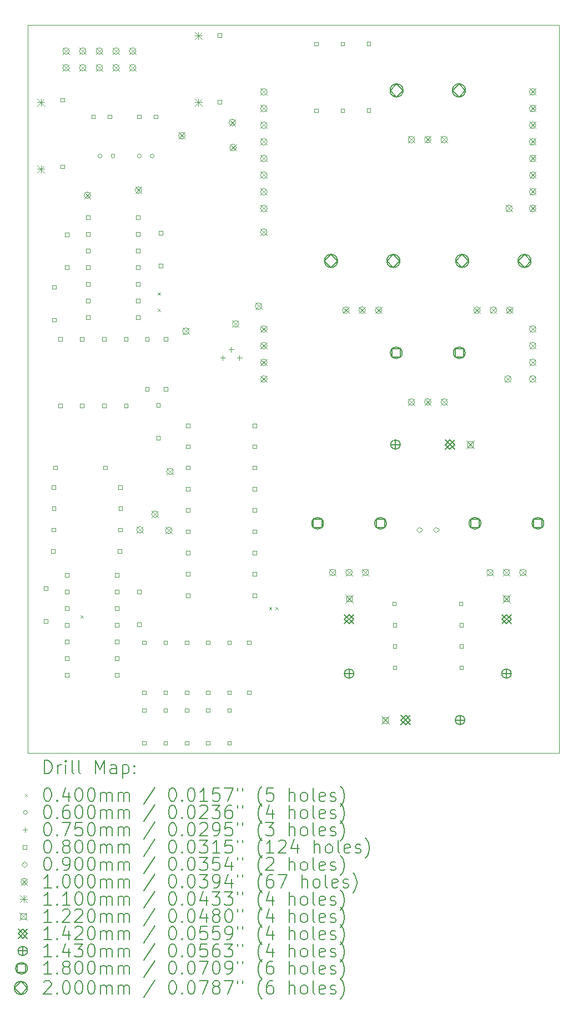
<source format=gbr>
%TF.GenerationSoftware,KiCad,Pcbnew,8.0.2-1*%
%TF.CreationDate,2024-05-20T21:15:57+02:00*%
%TF.ProjectId,low-orbit,6c6f772d-6f72-4626-9974-2e6b69636164,rev?*%
%TF.SameCoordinates,Original*%
%TF.FileFunction,Drillmap*%
%TF.FilePolarity,Positive*%
%FSLAX45Y45*%
G04 Gerber Fmt 4.5, Leading zero omitted, Abs format (unit mm)*
G04 Created by KiCad (PCBNEW 8.0.2-1) date 2024-05-20 21:15:57*
%MOMM*%
%LPD*%
G01*
G04 APERTURE LIST*
%ADD10C,0.100000*%
%ADD11C,0.200000*%
%ADD12C,0.110000*%
%ADD13C,0.122000*%
%ADD14C,0.142000*%
%ADD15C,0.143000*%
%ADD16C,0.180000*%
G04 APERTURE END LIST*
D10*
X5000000Y-5000000D02*
X13100000Y-5000000D01*
X13100000Y-16100000D01*
X5000000Y-16100000D01*
X5000000Y-5000000D01*
D11*
D10*
X5805000Y-14005000D02*
X5845000Y-14045000D01*
X5845000Y-14005000D02*
X5805000Y-14045000D01*
X6980000Y-9080000D02*
X7020000Y-9120000D01*
X7020000Y-9080000D02*
X6980000Y-9120000D01*
X6980000Y-9330000D02*
X7020000Y-9370000D01*
X7020000Y-9330000D02*
X6980000Y-9370000D01*
X8680000Y-13880000D02*
X8720000Y-13920000D01*
X8720000Y-13880000D02*
X8680000Y-13920000D01*
X8780000Y-13880000D02*
X8820000Y-13920000D01*
X8820000Y-13880000D02*
X8780000Y-13920000D01*
X6130000Y-7000000D02*
G75*
G02*
X6070000Y-7000000I-30000J0D01*
G01*
X6070000Y-7000000D02*
G75*
G02*
X6130000Y-7000000I30000J0D01*
G01*
X6330000Y-7000000D02*
G75*
G02*
X6270000Y-7000000I-30000J0D01*
G01*
X6270000Y-7000000D02*
G75*
G02*
X6330000Y-7000000I30000J0D01*
G01*
X6730000Y-7000000D02*
G75*
G02*
X6670000Y-7000000I-30000J0D01*
G01*
X6670000Y-7000000D02*
G75*
G02*
X6730000Y-7000000I30000J0D01*
G01*
X6930000Y-7000000D02*
G75*
G02*
X6870000Y-7000000I-30000J0D01*
G01*
X6870000Y-7000000D02*
G75*
G02*
X6930000Y-7000000I30000J0D01*
G01*
X7973000Y-10039500D02*
X7973000Y-10114500D01*
X7935500Y-10077000D02*
X8010500Y-10077000D01*
X8100000Y-9912500D02*
X8100000Y-9987500D01*
X8062500Y-9950000D02*
X8137500Y-9950000D01*
X8227000Y-10039500D02*
X8227000Y-10114500D01*
X8189500Y-10077000D02*
X8264500Y-10077000D01*
X5303285Y-13620284D02*
X5303285Y-13563715D01*
X5246716Y-13563715D01*
X5246716Y-13620284D01*
X5303285Y-13620284D01*
X5303285Y-14120284D02*
X5303285Y-14063715D01*
X5246716Y-14063715D01*
X5246716Y-14120284D01*
X5303285Y-14120284D01*
X5415285Y-13053284D02*
X5415285Y-12996715D01*
X5358716Y-12996715D01*
X5358716Y-13053284D01*
X5415285Y-13053284D01*
X5420285Y-12078284D02*
X5420285Y-12021715D01*
X5363716Y-12021715D01*
X5363716Y-12078284D01*
X5420285Y-12078284D01*
X5420285Y-12728284D02*
X5420285Y-12671715D01*
X5363716Y-12671715D01*
X5363716Y-12728284D01*
X5420285Y-12728284D01*
X5425285Y-12403284D02*
X5425285Y-12346715D01*
X5368716Y-12346715D01*
X5368716Y-12403284D01*
X5425285Y-12403284D01*
X5428285Y-9028285D02*
X5428285Y-8971716D01*
X5371716Y-8971716D01*
X5371716Y-9028285D01*
X5428285Y-9028285D01*
X5428285Y-9528285D02*
X5428285Y-9471716D01*
X5371716Y-9471716D01*
X5371716Y-9528285D01*
X5428285Y-9528285D01*
X5447285Y-11778284D02*
X5447285Y-11721715D01*
X5390716Y-11721715D01*
X5390716Y-11778284D01*
X5447285Y-11778284D01*
X5524785Y-9819285D02*
X5524785Y-9762716D01*
X5468216Y-9762716D01*
X5468216Y-9819285D01*
X5524785Y-9819285D01*
X5524785Y-10835285D02*
X5524785Y-10778716D01*
X5468216Y-10778716D01*
X5468216Y-10835285D01*
X5524785Y-10835285D01*
X5558285Y-6175284D02*
X5558285Y-6118715D01*
X5501716Y-6118715D01*
X5501716Y-6175284D01*
X5558285Y-6175284D01*
X5558285Y-7191284D02*
X5558285Y-7134715D01*
X5501716Y-7134715D01*
X5501716Y-7191284D01*
X5558285Y-7191284D01*
X5628284Y-8228784D02*
X5628284Y-8172215D01*
X5571716Y-8172215D01*
X5571716Y-8228784D01*
X5628284Y-8228784D01*
X5628284Y-8728785D02*
X5628284Y-8672216D01*
X5571716Y-8672216D01*
X5571716Y-8728785D01*
X5628284Y-8728785D01*
X5628284Y-13420284D02*
X5628284Y-13363715D01*
X5571716Y-13363715D01*
X5571716Y-13420284D01*
X5628284Y-13420284D01*
X5628284Y-13674284D02*
X5628284Y-13617715D01*
X5571716Y-13617715D01*
X5571716Y-13674284D01*
X5628284Y-13674284D01*
X5628284Y-13928284D02*
X5628284Y-13871715D01*
X5571716Y-13871715D01*
X5571716Y-13928284D01*
X5628284Y-13928284D01*
X5628284Y-14182284D02*
X5628284Y-14125715D01*
X5571716Y-14125715D01*
X5571716Y-14182284D01*
X5628284Y-14182284D01*
X5628284Y-14436284D02*
X5628284Y-14379715D01*
X5571716Y-14379715D01*
X5571716Y-14436284D01*
X5628284Y-14436284D01*
X5628284Y-14690284D02*
X5628284Y-14633715D01*
X5571716Y-14633715D01*
X5571716Y-14690284D01*
X5628284Y-14690284D01*
X5628284Y-14944284D02*
X5628284Y-14887715D01*
X5571716Y-14887715D01*
X5571716Y-14944284D01*
X5628284Y-14944284D01*
X5853284Y-9820285D02*
X5853284Y-9763716D01*
X5796715Y-9763716D01*
X5796715Y-9820285D01*
X5853284Y-9820285D01*
X5853284Y-10836285D02*
X5853284Y-10779716D01*
X5796715Y-10779716D01*
X5796715Y-10836285D01*
X5853284Y-10836285D01*
X5948284Y-7966284D02*
X5948284Y-7909715D01*
X5891715Y-7909715D01*
X5891715Y-7966284D01*
X5948284Y-7966284D01*
X5948284Y-8220284D02*
X5948284Y-8163715D01*
X5891715Y-8163715D01*
X5891715Y-8220284D01*
X5948284Y-8220284D01*
X5948284Y-8474285D02*
X5948284Y-8417716D01*
X5891715Y-8417716D01*
X5891715Y-8474285D01*
X5948284Y-8474285D01*
X5948284Y-8728285D02*
X5948284Y-8671716D01*
X5891715Y-8671716D01*
X5891715Y-8728285D01*
X5948284Y-8728285D01*
X5948284Y-8982285D02*
X5948284Y-8925716D01*
X5891715Y-8925716D01*
X5891715Y-8982285D01*
X5948284Y-8982285D01*
X5948284Y-9236285D02*
X5948284Y-9179716D01*
X5891715Y-9179716D01*
X5891715Y-9236285D01*
X5948284Y-9236285D01*
X5948284Y-9490285D02*
X5948284Y-9433716D01*
X5891715Y-9433716D01*
X5891715Y-9490285D01*
X5948284Y-9490285D01*
X6028284Y-6428284D02*
X6028284Y-6371715D01*
X5971715Y-6371715D01*
X5971715Y-6428284D01*
X6028284Y-6428284D01*
X6193284Y-9817285D02*
X6193284Y-9760716D01*
X6136715Y-9760716D01*
X6136715Y-9817285D01*
X6193284Y-9817285D01*
X6193284Y-10833285D02*
X6193284Y-10776716D01*
X6136715Y-10776716D01*
X6136715Y-10833285D01*
X6193284Y-10833285D01*
X6209284Y-11778284D02*
X6209284Y-11721715D01*
X6152715Y-11721715D01*
X6152715Y-11778284D01*
X6209284Y-11778284D01*
X6278284Y-6428284D02*
X6278284Y-6371715D01*
X6221715Y-6371715D01*
X6221715Y-6428284D01*
X6278284Y-6428284D01*
X6390284Y-13420284D02*
X6390284Y-13363715D01*
X6333715Y-13363715D01*
X6333715Y-13420284D01*
X6390284Y-13420284D01*
X6390284Y-13674284D02*
X6390284Y-13617715D01*
X6333715Y-13617715D01*
X6333715Y-13674284D01*
X6390284Y-13674284D01*
X6390284Y-13928284D02*
X6390284Y-13871715D01*
X6333715Y-13871715D01*
X6333715Y-13928284D01*
X6390284Y-13928284D01*
X6390284Y-14182284D02*
X6390284Y-14125715D01*
X6333715Y-14125715D01*
X6333715Y-14182284D01*
X6390284Y-14182284D01*
X6390284Y-14436284D02*
X6390284Y-14379715D01*
X6333715Y-14379715D01*
X6333715Y-14436284D01*
X6390284Y-14436284D01*
X6390284Y-14690284D02*
X6390284Y-14633715D01*
X6333715Y-14633715D01*
X6333715Y-14690284D01*
X6390284Y-14690284D01*
X6390284Y-14944284D02*
X6390284Y-14887715D01*
X6333715Y-14887715D01*
X6333715Y-14944284D01*
X6390284Y-14944284D01*
X6431284Y-13053284D02*
X6431284Y-12996715D01*
X6374715Y-12996715D01*
X6374715Y-13053284D01*
X6431284Y-13053284D01*
X6436284Y-12078284D02*
X6436284Y-12021715D01*
X6379715Y-12021715D01*
X6379715Y-12078284D01*
X6436284Y-12078284D01*
X6436284Y-12728284D02*
X6436284Y-12671715D01*
X6379715Y-12671715D01*
X6379715Y-12728284D01*
X6436284Y-12728284D01*
X6441284Y-12403284D02*
X6441284Y-12346715D01*
X6384715Y-12346715D01*
X6384715Y-12403284D01*
X6441284Y-12403284D01*
X6528284Y-9820285D02*
X6528284Y-9763716D01*
X6471715Y-9763716D01*
X6471715Y-9820285D01*
X6528284Y-9820285D01*
X6528284Y-10836285D02*
X6528284Y-10779716D01*
X6471715Y-10779716D01*
X6471715Y-10836285D01*
X6528284Y-10836285D01*
X6710284Y-7966284D02*
X6710284Y-7909715D01*
X6653715Y-7909715D01*
X6653715Y-7966284D01*
X6710284Y-7966284D01*
X6710284Y-8220284D02*
X6710284Y-8163715D01*
X6653715Y-8163715D01*
X6653715Y-8220284D01*
X6710284Y-8220284D01*
X6710284Y-8474285D02*
X6710284Y-8417716D01*
X6653715Y-8417716D01*
X6653715Y-8474285D01*
X6710284Y-8474285D01*
X6710284Y-8728285D02*
X6710284Y-8671716D01*
X6653715Y-8671716D01*
X6653715Y-8728285D01*
X6710284Y-8728285D01*
X6710284Y-8982285D02*
X6710284Y-8925716D01*
X6653715Y-8925716D01*
X6653715Y-8982285D01*
X6710284Y-8982285D01*
X6710284Y-9236285D02*
X6710284Y-9179716D01*
X6653715Y-9179716D01*
X6653715Y-9236285D01*
X6710284Y-9236285D01*
X6710284Y-9490285D02*
X6710284Y-9433716D01*
X6653715Y-9433716D01*
X6653715Y-9490285D01*
X6710284Y-9490285D01*
X6728284Y-6428284D02*
X6728284Y-6371715D01*
X6671715Y-6371715D01*
X6671715Y-6428284D01*
X6728284Y-6428284D01*
X6728284Y-13670284D02*
X6728284Y-13613715D01*
X6671715Y-13613715D01*
X6671715Y-13670284D01*
X6728284Y-13670284D01*
X6728284Y-14170284D02*
X6728284Y-14113715D01*
X6671715Y-14113715D01*
X6671715Y-14170284D01*
X6728284Y-14170284D01*
X6803284Y-14447284D02*
X6803284Y-14390715D01*
X6746715Y-14390715D01*
X6746715Y-14447284D01*
X6803284Y-14447284D01*
X6803284Y-15209284D02*
X6803284Y-15152715D01*
X6746715Y-15152715D01*
X6746715Y-15209284D01*
X6803284Y-15209284D01*
X6803284Y-15478284D02*
X6803284Y-15421715D01*
X6746715Y-15421715D01*
X6746715Y-15478284D01*
X6803284Y-15478284D01*
X6803284Y-15978284D02*
X6803284Y-15921715D01*
X6746715Y-15921715D01*
X6746715Y-15978284D01*
X6803284Y-15978284D01*
X6849784Y-9821285D02*
X6849784Y-9764716D01*
X6793215Y-9764716D01*
X6793215Y-9821285D01*
X6849784Y-9821285D01*
X6849784Y-10583285D02*
X6849784Y-10526716D01*
X6793215Y-10526716D01*
X6793215Y-10583285D01*
X6849784Y-10583285D01*
X6978284Y-6428284D02*
X6978284Y-6371715D01*
X6921715Y-6371715D01*
X6921715Y-6428284D01*
X6978284Y-6428284D01*
X7018284Y-10828285D02*
X7018284Y-10771716D01*
X6961715Y-10771716D01*
X6961715Y-10828285D01*
X7018284Y-10828285D01*
X7018284Y-11328284D02*
X7018284Y-11271715D01*
X6961715Y-11271715D01*
X6961715Y-11328284D01*
X7018284Y-11328284D01*
X7058284Y-8203784D02*
X7058284Y-8147215D01*
X7001715Y-8147215D01*
X7001715Y-8203784D01*
X7058284Y-8203784D01*
X7058284Y-8703785D02*
X7058284Y-8647216D01*
X7001715Y-8647216D01*
X7001715Y-8703785D01*
X7058284Y-8703785D01*
X7128284Y-14447284D02*
X7128284Y-14390715D01*
X7071715Y-14390715D01*
X7071715Y-14447284D01*
X7128284Y-14447284D01*
X7128284Y-15209284D02*
X7128284Y-15152715D01*
X7071715Y-15152715D01*
X7071715Y-15209284D01*
X7128284Y-15209284D01*
X7128284Y-15478284D02*
X7128284Y-15421715D01*
X7071715Y-15421715D01*
X7071715Y-15478284D01*
X7128284Y-15478284D01*
X7128284Y-15978284D02*
X7128284Y-15921715D01*
X7071715Y-15921715D01*
X7071715Y-15978284D01*
X7128284Y-15978284D01*
X7134784Y-9821285D02*
X7134784Y-9764716D01*
X7078215Y-9764716D01*
X7078215Y-9821285D01*
X7134784Y-9821285D01*
X7134784Y-10583285D02*
X7134784Y-10526716D01*
X7078215Y-10526716D01*
X7078215Y-10583285D01*
X7134784Y-10583285D01*
X7453284Y-14447284D02*
X7453284Y-14390715D01*
X7396715Y-14390715D01*
X7396715Y-14447284D01*
X7453284Y-14447284D01*
X7453284Y-15209284D02*
X7453284Y-15152715D01*
X7396715Y-15152715D01*
X7396715Y-15209284D01*
X7453284Y-15209284D01*
X7453284Y-15478284D02*
X7453284Y-15421715D01*
X7396715Y-15421715D01*
X7396715Y-15478284D01*
X7453284Y-15478284D01*
X7453284Y-15978284D02*
X7453284Y-15921715D01*
X7396715Y-15921715D01*
X7396715Y-15978284D01*
X7453284Y-15978284D01*
X7470284Y-11138285D02*
X7470284Y-11081716D01*
X7413715Y-11081716D01*
X7413715Y-11138285D01*
X7470284Y-11138285D01*
X7470284Y-11458284D02*
X7470284Y-11401715D01*
X7413715Y-11401715D01*
X7413715Y-11458284D01*
X7470284Y-11458284D01*
X7470284Y-11778284D02*
X7470284Y-11721715D01*
X7413715Y-11721715D01*
X7413715Y-11778284D01*
X7470284Y-11778284D01*
X7470284Y-12103284D02*
X7470284Y-12046715D01*
X7413715Y-12046715D01*
X7413715Y-12103284D01*
X7470284Y-12103284D01*
X7470284Y-12428284D02*
X7470284Y-12371715D01*
X7413715Y-12371715D01*
X7413715Y-12428284D01*
X7470284Y-12428284D01*
X7470284Y-12753284D02*
X7470284Y-12696715D01*
X7413715Y-12696715D01*
X7413715Y-12753284D01*
X7470284Y-12753284D01*
X7470284Y-13078284D02*
X7470284Y-13021715D01*
X7413715Y-13021715D01*
X7413715Y-13078284D01*
X7470284Y-13078284D01*
X7470284Y-13403284D02*
X7470284Y-13346715D01*
X7413715Y-13346715D01*
X7413715Y-13403284D01*
X7470284Y-13403284D01*
X7470284Y-13728284D02*
X7470284Y-13671715D01*
X7413715Y-13671715D01*
X7413715Y-13728284D01*
X7470284Y-13728284D01*
X7778284Y-14447284D02*
X7778284Y-14390715D01*
X7721715Y-14390715D01*
X7721715Y-14447284D01*
X7778284Y-14447284D01*
X7778284Y-15209284D02*
X7778284Y-15152715D01*
X7721715Y-15152715D01*
X7721715Y-15209284D01*
X7778284Y-15209284D01*
X7778284Y-15478284D02*
X7778284Y-15421715D01*
X7721715Y-15421715D01*
X7721715Y-15478284D01*
X7778284Y-15478284D01*
X7778284Y-15978284D02*
X7778284Y-15921715D01*
X7721715Y-15921715D01*
X7721715Y-15978284D01*
X7778284Y-15978284D01*
X7953284Y-5190285D02*
X7953284Y-5133716D01*
X7896715Y-5133716D01*
X7896715Y-5190285D01*
X7953284Y-5190285D01*
X7953284Y-6206284D02*
X7953284Y-6149715D01*
X7896715Y-6149715D01*
X7896715Y-6206284D01*
X7953284Y-6206284D01*
X8103284Y-14447284D02*
X8103284Y-14390715D01*
X8046715Y-14390715D01*
X8046715Y-14447284D01*
X8103284Y-14447284D01*
X8103284Y-15209284D02*
X8103284Y-15152715D01*
X8046715Y-15152715D01*
X8046715Y-15209284D01*
X8103284Y-15209284D01*
X8103284Y-15478284D02*
X8103284Y-15421715D01*
X8046715Y-15421715D01*
X8046715Y-15478284D01*
X8103284Y-15478284D01*
X8103284Y-15978284D02*
X8103284Y-15921715D01*
X8046715Y-15921715D01*
X8046715Y-15978284D01*
X8103284Y-15978284D01*
X8403285Y-14447284D02*
X8403285Y-14390715D01*
X8346715Y-14390715D01*
X8346715Y-14447284D01*
X8403285Y-14447284D01*
X8403285Y-15209284D02*
X8403285Y-15152715D01*
X8346715Y-15152715D01*
X8346715Y-15209284D01*
X8403285Y-15209284D01*
X8486285Y-11138285D02*
X8486285Y-11081716D01*
X8429716Y-11081716D01*
X8429716Y-11138285D01*
X8486285Y-11138285D01*
X8486285Y-11458284D02*
X8486285Y-11401715D01*
X8429716Y-11401715D01*
X8429716Y-11458284D01*
X8486285Y-11458284D01*
X8486285Y-11778284D02*
X8486285Y-11721715D01*
X8429716Y-11721715D01*
X8429716Y-11778284D01*
X8486285Y-11778284D01*
X8486285Y-12103284D02*
X8486285Y-12046715D01*
X8429716Y-12046715D01*
X8429716Y-12103284D01*
X8486285Y-12103284D01*
X8486285Y-12428284D02*
X8486285Y-12371715D01*
X8429716Y-12371715D01*
X8429716Y-12428284D01*
X8486285Y-12428284D01*
X8486285Y-12753284D02*
X8486285Y-12696715D01*
X8429716Y-12696715D01*
X8429716Y-12753284D01*
X8486285Y-12753284D01*
X8486285Y-13078284D02*
X8486285Y-13021715D01*
X8429716Y-13021715D01*
X8429716Y-13078284D01*
X8486285Y-13078284D01*
X8486285Y-13403284D02*
X8486285Y-13346715D01*
X8429716Y-13346715D01*
X8429716Y-13403284D01*
X8486285Y-13403284D01*
X8486285Y-13728284D02*
X8486285Y-13671715D01*
X8429716Y-13671715D01*
X8429716Y-13728284D01*
X8486285Y-13728284D01*
X9428285Y-5320285D02*
X9428285Y-5263716D01*
X9371716Y-5263716D01*
X9371716Y-5320285D01*
X9428285Y-5320285D01*
X9428285Y-6336284D02*
X9428285Y-6279715D01*
X9371716Y-6279715D01*
X9371716Y-6336284D01*
X9428285Y-6336284D01*
X9828285Y-5320285D02*
X9828285Y-5263716D01*
X9771716Y-5263716D01*
X9771716Y-5320285D01*
X9828285Y-5320285D01*
X9828285Y-6336284D02*
X9828285Y-6279715D01*
X9771716Y-6279715D01*
X9771716Y-6336284D01*
X9828285Y-6336284D01*
X10228285Y-5312285D02*
X10228285Y-5255716D01*
X10171716Y-5255716D01*
X10171716Y-5312285D01*
X10228285Y-5312285D01*
X10228285Y-6328284D02*
X10228285Y-6271715D01*
X10171716Y-6271715D01*
X10171716Y-6328284D01*
X10228285Y-6328284D01*
X10615285Y-13853284D02*
X10615285Y-13796715D01*
X10558716Y-13796715D01*
X10558716Y-13853284D01*
X10615285Y-13853284D01*
X10625285Y-14178284D02*
X10625285Y-14121715D01*
X10568716Y-14121715D01*
X10568716Y-14178284D01*
X10625285Y-14178284D01*
X10625285Y-14503284D02*
X10625285Y-14446715D01*
X10568716Y-14446715D01*
X10568716Y-14503284D01*
X10625285Y-14503284D01*
X10625285Y-14828284D02*
X10625285Y-14771715D01*
X10568716Y-14771715D01*
X10568716Y-14828284D01*
X10625285Y-14828284D01*
X11631284Y-13853284D02*
X11631284Y-13796715D01*
X11574715Y-13796715D01*
X11574715Y-13853284D01*
X11631284Y-13853284D01*
X11641284Y-14178284D02*
X11641284Y-14121715D01*
X11584715Y-14121715D01*
X11584715Y-14178284D01*
X11641284Y-14178284D01*
X11641284Y-14503284D02*
X11641284Y-14446715D01*
X11584715Y-14446715D01*
X11584715Y-14503284D01*
X11641284Y-14503284D01*
X11641284Y-14828284D02*
X11641284Y-14771715D01*
X11584715Y-14771715D01*
X11584715Y-14828284D01*
X11641284Y-14828284D01*
X10972500Y-12745000D02*
X11017500Y-12700000D01*
X10972500Y-12655000D01*
X10927500Y-12700000D01*
X10972500Y-12745000D01*
X11226500Y-12745000D02*
X11271500Y-12700000D01*
X11226500Y-12655000D01*
X11181500Y-12700000D01*
X11226500Y-12745000D01*
X5534000Y-5350000D02*
X5634000Y-5450000D01*
X5634000Y-5350000D02*
X5534000Y-5450000D01*
X5634000Y-5400000D02*
G75*
G02*
X5534000Y-5400000I-50000J0D01*
G01*
X5534000Y-5400000D02*
G75*
G02*
X5634000Y-5400000I50000J0D01*
G01*
X5534000Y-5604000D02*
X5634000Y-5704000D01*
X5634000Y-5604000D02*
X5534000Y-5704000D01*
X5634000Y-5654000D02*
G75*
G02*
X5534000Y-5654000I-50000J0D01*
G01*
X5534000Y-5654000D02*
G75*
G02*
X5634000Y-5654000I50000J0D01*
G01*
X5788000Y-5350000D02*
X5888000Y-5450000D01*
X5888000Y-5350000D02*
X5788000Y-5450000D01*
X5888000Y-5400000D02*
G75*
G02*
X5788000Y-5400000I-50000J0D01*
G01*
X5788000Y-5400000D02*
G75*
G02*
X5888000Y-5400000I50000J0D01*
G01*
X5788000Y-5604000D02*
X5888000Y-5704000D01*
X5888000Y-5604000D02*
X5788000Y-5704000D01*
X5888000Y-5654000D02*
G75*
G02*
X5788000Y-5654000I-50000J0D01*
G01*
X5788000Y-5654000D02*
G75*
G02*
X5888000Y-5654000I50000J0D01*
G01*
X5860000Y-7550000D02*
X5960000Y-7650000D01*
X5960000Y-7550000D02*
X5860000Y-7650000D01*
X5960000Y-7600000D02*
G75*
G02*
X5860000Y-7600000I-50000J0D01*
G01*
X5860000Y-7600000D02*
G75*
G02*
X5960000Y-7600000I50000J0D01*
G01*
X6042000Y-5350000D02*
X6142000Y-5450000D01*
X6142000Y-5350000D02*
X6042000Y-5450000D01*
X6142000Y-5400000D02*
G75*
G02*
X6042000Y-5400000I-50000J0D01*
G01*
X6042000Y-5400000D02*
G75*
G02*
X6142000Y-5400000I50000J0D01*
G01*
X6042000Y-5604000D02*
X6142000Y-5704000D01*
X6142000Y-5604000D02*
X6042000Y-5704000D01*
X6142000Y-5654000D02*
G75*
G02*
X6042000Y-5654000I-50000J0D01*
G01*
X6042000Y-5654000D02*
G75*
G02*
X6142000Y-5654000I50000J0D01*
G01*
X6296000Y-5350000D02*
X6396000Y-5450000D01*
X6396000Y-5350000D02*
X6296000Y-5450000D01*
X6396000Y-5400000D02*
G75*
G02*
X6296000Y-5400000I-50000J0D01*
G01*
X6296000Y-5400000D02*
G75*
G02*
X6396000Y-5400000I50000J0D01*
G01*
X6296000Y-5604000D02*
X6396000Y-5704000D01*
X6396000Y-5604000D02*
X6296000Y-5704000D01*
X6396000Y-5654000D02*
G75*
G02*
X6296000Y-5654000I-50000J0D01*
G01*
X6296000Y-5654000D02*
G75*
G02*
X6396000Y-5654000I50000J0D01*
G01*
X6550000Y-5350000D02*
X6650000Y-5450000D01*
X6650000Y-5350000D02*
X6550000Y-5450000D01*
X6650000Y-5400000D02*
G75*
G02*
X6550000Y-5400000I-50000J0D01*
G01*
X6550000Y-5400000D02*
G75*
G02*
X6650000Y-5400000I50000J0D01*
G01*
X6550000Y-5604000D02*
X6650000Y-5704000D01*
X6650000Y-5604000D02*
X6550000Y-5704000D01*
X6650000Y-5654000D02*
G75*
G02*
X6550000Y-5654000I-50000J0D01*
G01*
X6550000Y-5654000D02*
G75*
G02*
X6650000Y-5654000I50000J0D01*
G01*
X6640000Y-7470000D02*
X6740000Y-7570000D01*
X6740000Y-7470000D02*
X6640000Y-7570000D01*
X6740000Y-7520000D02*
G75*
G02*
X6640000Y-7520000I-50000J0D01*
G01*
X6640000Y-7520000D02*
G75*
G02*
X6740000Y-7520000I50000J0D01*
G01*
X6660000Y-12650000D02*
X6760000Y-12750000D01*
X6760000Y-12650000D02*
X6660000Y-12750000D01*
X6760000Y-12700000D02*
G75*
G02*
X6660000Y-12700000I-50000J0D01*
G01*
X6660000Y-12700000D02*
G75*
G02*
X6760000Y-12700000I50000J0D01*
G01*
X6890000Y-12410000D02*
X6990000Y-12510000D01*
X6990000Y-12410000D02*
X6890000Y-12510000D01*
X6990000Y-12460000D02*
G75*
G02*
X6890000Y-12460000I-50000J0D01*
G01*
X6890000Y-12460000D02*
G75*
G02*
X6990000Y-12460000I50000J0D01*
G01*
X7100000Y-12660000D02*
X7200000Y-12760000D01*
X7200000Y-12660000D02*
X7100000Y-12760000D01*
X7200000Y-12710000D02*
G75*
G02*
X7100000Y-12710000I-50000J0D01*
G01*
X7100000Y-12710000D02*
G75*
G02*
X7200000Y-12710000I50000J0D01*
G01*
X7120000Y-11760000D02*
X7220000Y-11860000D01*
X7220000Y-11760000D02*
X7120000Y-11860000D01*
X7220000Y-11810000D02*
G75*
G02*
X7120000Y-11810000I-50000J0D01*
G01*
X7120000Y-11810000D02*
G75*
G02*
X7220000Y-11810000I50000J0D01*
G01*
X7300000Y-6640000D02*
X7400000Y-6740000D01*
X7400000Y-6640000D02*
X7300000Y-6740000D01*
X7400000Y-6690000D02*
G75*
G02*
X7300000Y-6690000I-50000J0D01*
G01*
X7300000Y-6690000D02*
G75*
G02*
X7400000Y-6690000I50000J0D01*
G01*
X7360000Y-9620000D02*
X7460000Y-9720000D01*
X7460000Y-9620000D02*
X7360000Y-9720000D01*
X7460000Y-9670000D02*
G75*
G02*
X7360000Y-9670000I-50000J0D01*
G01*
X7360000Y-9670000D02*
G75*
G02*
X7460000Y-9670000I50000J0D01*
G01*
X8070000Y-6440000D02*
X8170000Y-6540000D01*
X8170000Y-6440000D02*
X8070000Y-6540000D01*
X8170000Y-6490000D02*
G75*
G02*
X8070000Y-6490000I-50000J0D01*
G01*
X8070000Y-6490000D02*
G75*
G02*
X8170000Y-6490000I50000J0D01*
G01*
X8080000Y-6820000D02*
X8180000Y-6920000D01*
X8180000Y-6820000D02*
X8080000Y-6920000D01*
X8180000Y-6870000D02*
G75*
G02*
X8080000Y-6870000I-50000J0D01*
G01*
X8080000Y-6870000D02*
G75*
G02*
X8180000Y-6870000I50000J0D01*
G01*
X8120000Y-9510000D02*
X8220000Y-9610000D01*
X8220000Y-9510000D02*
X8120000Y-9610000D01*
X8220000Y-9560000D02*
G75*
G02*
X8120000Y-9560000I-50000J0D01*
G01*
X8120000Y-9560000D02*
G75*
G02*
X8220000Y-9560000I50000J0D01*
G01*
X8470000Y-9240000D02*
X8570000Y-9340000D01*
X8570000Y-9240000D02*
X8470000Y-9340000D01*
X8570000Y-9290000D02*
G75*
G02*
X8470000Y-9290000I-50000J0D01*
G01*
X8470000Y-9290000D02*
G75*
G02*
X8570000Y-9290000I50000J0D01*
G01*
X8550000Y-5972000D02*
X8650000Y-6072000D01*
X8650000Y-5972000D02*
X8550000Y-6072000D01*
X8650000Y-6022000D02*
G75*
G02*
X8550000Y-6022000I-50000J0D01*
G01*
X8550000Y-6022000D02*
G75*
G02*
X8650000Y-6022000I50000J0D01*
G01*
X8550000Y-6226000D02*
X8650000Y-6326000D01*
X8650000Y-6226000D02*
X8550000Y-6326000D01*
X8650000Y-6276000D02*
G75*
G02*
X8550000Y-6276000I-50000J0D01*
G01*
X8550000Y-6276000D02*
G75*
G02*
X8650000Y-6276000I50000J0D01*
G01*
X8550000Y-6480000D02*
X8650000Y-6580000D01*
X8650000Y-6480000D02*
X8550000Y-6580000D01*
X8650000Y-6530000D02*
G75*
G02*
X8550000Y-6530000I-50000J0D01*
G01*
X8550000Y-6530000D02*
G75*
G02*
X8650000Y-6530000I50000J0D01*
G01*
X8550000Y-6734000D02*
X8650000Y-6834000D01*
X8650000Y-6734000D02*
X8550000Y-6834000D01*
X8650000Y-6784000D02*
G75*
G02*
X8550000Y-6784000I-50000J0D01*
G01*
X8550000Y-6784000D02*
G75*
G02*
X8650000Y-6784000I50000J0D01*
G01*
X8550000Y-6988000D02*
X8650000Y-7088000D01*
X8650000Y-6988000D02*
X8550000Y-7088000D01*
X8650000Y-7038000D02*
G75*
G02*
X8550000Y-7038000I-50000J0D01*
G01*
X8550000Y-7038000D02*
G75*
G02*
X8650000Y-7038000I50000J0D01*
G01*
X8550000Y-7242000D02*
X8650000Y-7342000D01*
X8650000Y-7242000D02*
X8550000Y-7342000D01*
X8650000Y-7292000D02*
G75*
G02*
X8550000Y-7292000I-50000J0D01*
G01*
X8550000Y-7292000D02*
G75*
G02*
X8650000Y-7292000I50000J0D01*
G01*
X8550000Y-7496000D02*
X8650000Y-7596000D01*
X8650000Y-7496000D02*
X8550000Y-7596000D01*
X8650000Y-7546000D02*
G75*
G02*
X8550000Y-7546000I-50000J0D01*
G01*
X8550000Y-7546000D02*
G75*
G02*
X8650000Y-7546000I50000J0D01*
G01*
X8550000Y-7750000D02*
X8650000Y-7850000D01*
X8650000Y-7750000D02*
X8550000Y-7850000D01*
X8650000Y-7800000D02*
G75*
G02*
X8550000Y-7800000I-50000J0D01*
G01*
X8550000Y-7800000D02*
G75*
G02*
X8650000Y-7800000I50000J0D01*
G01*
X8550000Y-8110000D02*
X8650000Y-8210000D01*
X8650000Y-8110000D02*
X8550000Y-8210000D01*
X8650000Y-8160000D02*
G75*
G02*
X8550000Y-8160000I-50000J0D01*
G01*
X8550000Y-8160000D02*
G75*
G02*
X8650000Y-8160000I50000J0D01*
G01*
X8550000Y-9588000D02*
X8650000Y-9688000D01*
X8650000Y-9588000D02*
X8550000Y-9688000D01*
X8650000Y-9638000D02*
G75*
G02*
X8550000Y-9638000I-50000J0D01*
G01*
X8550000Y-9638000D02*
G75*
G02*
X8650000Y-9638000I50000J0D01*
G01*
X8550000Y-9842000D02*
X8650000Y-9942000D01*
X8650000Y-9842000D02*
X8550000Y-9942000D01*
X8650000Y-9892000D02*
G75*
G02*
X8550000Y-9892000I-50000J0D01*
G01*
X8550000Y-9892000D02*
G75*
G02*
X8650000Y-9892000I50000J0D01*
G01*
X8550000Y-10096000D02*
X8650000Y-10196000D01*
X8650000Y-10096000D02*
X8550000Y-10196000D01*
X8650000Y-10146000D02*
G75*
G02*
X8550000Y-10146000I-50000J0D01*
G01*
X8550000Y-10146000D02*
G75*
G02*
X8650000Y-10146000I50000J0D01*
G01*
X8550000Y-10350000D02*
X8650000Y-10450000D01*
X8650000Y-10350000D02*
X8550000Y-10450000D01*
X8650000Y-10400000D02*
G75*
G02*
X8550000Y-10400000I-50000J0D01*
G01*
X8550000Y-10400000D02*
G75*
G02*
X8650000Y-10400000I50000J0D01*
G01*
X9600000Y-13300000D02*
X9700000Y-13400000D01*
X9700000Y-13300000D02*
X9600000Y-13400000D01*
X9700000Y-13350000D02*
G75*
G02*
X9600000Y-13350000I-50000J0D01*
G01*
X9600000Y-13350000D02*
G75*
G02*
X9700000Y-13350000I50000J0D01*
G01*
X9800000Y-9300000D02*
X9900000Y-9400000D01*
X9900000Y-9300000D02*
X9800000Y-9400000D01*
X9900000Y-9350000D02*
G75*
G02*
X9800000Y-9350000I-50000J0D01*
G01*
X9800000Y-9350000D02*
G75*
G02*
X9900000Y-9350000I50000J0D01*
G01*
X9850000Y-13300000D02*
X9950000Y-13400000D01*
X9950000Y-13300000D02*
X9850000Y-13400000D01*
X9950000Y-13350000D02*
G75*
G02*
X9850000Y-13350000I-50000J0D01*
G01*
X9850000Y-13350000D02*
G75*
G02*
X9950000Y-13350000I50000J0D01*
G01*
X10050000Y-9300000D02*
X10150000Y-9400000D01*
X10150000Y-9300000D02*
X10050000Y-9400000D01*
X10150000Y-9350000D02*
G75*
G02*
X10050000Y-9350000I-50000J0D01*
G01*
X10050000Y-9350000D02*
G75*
G02*
X10150000Y-9350000I50000J0D01*
G01*
X10100000Y-13300000D02*
X10200000Y-13400000D01*
X10200000Y-13300000D02*
X10100000Y-13400000D01*
X10200000Y-13350000D02*
G75*
G02*
X10100000Y-13350000I-50000J0D01*
G01*
X10100000Y-13350000D02*
G75*
G02*
X10200000Y-13350000I50000J0D01*
G01*
X10300000Y-9300000D02*
X10400000Y-9400000D01*
X10400000Y-9300000D02*
X10300000Y-9400000D01*
X10400000Y-9350000D02*
G75*
G02*
X10300000Y-9350000I-50000J0D01*
G01*
X10300000Y-9350000D02*
G75*
G02*
X10400000Y-9350000I50000J0D01*
G01*
X10800000Y-6700000D02*
X10900000Y-6800000D01*
X10900000Y-6700000D02*
X10800000Y-6800000D01*
X10900000Y-6750000D02*
G75*
G02*
X10800000Y-6750000I-50000J0D01*
G01*
X10800000Y-6750000D02*
G75*
G02*
X10900000Y-6750000I50000J0D01*
G01*
X10800000Y-10700000D02*
X10900000Y-10800000D01*
X10900000Y-10700000D02*
X10800000Y-10800000D01*
X10900000Y-10750000D02*
G75*
G02*
X10800000Y-10750000I-50000J0D01*
G01*
X10800000Y-10750000D02*
G75*
G02*
X10900000Y-10750000I50000J0D01*
G01*
X11050000Y-6700000D02*
X11150000Y-6800000D01*
X11150000Y-6700000D02*
X11050000Y-6800000D01*
X11150000Y-6750000D02*
G75*
G02*
X11050000Y-6750000I-50000J0D01*
G01*
X11050000Y-6750000D02*
G75*
G02*
X11150000Y-6750000I50000J0D01*
G01*
X11050000Y-10700000D02*
X11150000Y-10800000D01*
X11150000Y-10700000D02*
X11050000Y-10800000D01*
X11150000Y-10750000D02*
G75*
G02*
X11050000Y-10750000I-50000J0D01*
G01*
X11050000Y-10750000D02*
G75*
G02*
X11150000Y-10750000I50000J0D01*
G01*
X11300000Y-6700000D02*
X11400000Y-6800000D01*
X11400000Y-6700000D02*
X11300000Y-6800000D01*
X11400000Y-6750000D02*
G75*
G02*
X11300000Y-6750000I-50000J0D01*
G01*
X11300000Y-6750000D02*
G75*
G02*
X11400000Y-6750000I50000J0D01*
G01*
X11300000Y-10700000D02*
X11400000Y-10800000D01*
X11400000Y-10700000D02*
X11300000Y-10800000D01*
X11400000Y-10750000D02*
G75*
G02*
X11300000Y-10750000I-50000J0D01*
G01*
X11300000Y-10750000D02*
G75*
G02*
X11400000Y-10750000I50000J0D01*
G01*
X11800000Y-9300000D02*
X11900000Y-9400000D01*
X11900000Y-9300000D02*
X11800000Y-9400000D01*
X11900000Y-9350000D02*
G75*
G02*
X11800000Y-9350000I-50000J0D01*
G01*
X11800000Y-9350000D02*
G75*
G02*
X11900000Y-9350000I50000J0D01*
G01*
X12000000Y-13300000D02*
X12100000Y-13400000D01*
X12100000Y-13300000D02*
X12000000Y-13400000D01*
X12100000Y-13350000D02*
G75*
G02*
X12000000Y-13350000I-50000J0D01*
G01*
X12000000Y-13350000D02*
G75*
G02*
X12100000Y-13350000I50000J0D01*
G01*
X12050000Y-9300000D02*
X12150000Y-9400000D01*
X12150000Y-9300000D02*
X12050000Y-9400000D01*
X12150000Y-9350000D02*
G75*
G02*
X12050000Y-9350000I-50000J0D01*
G01*
X12050000Y-9350000D02*
G75*
G02*
X12150000Y-9350000I50000J0D01*
G01*
X12250000Y-13300000D02*
X12350000Y-13400000D01*
X12350000Y-13300000D02*
X12250000Y-13400000D01*
X12350000Y-13350000D02*
G75*
G02*
X12250000Y-13350000I-50000J0D01*
G01*
X12250000Y-13350000D02*
G75*
G02*
X12350000Y-13350000I50000J0D01*
G01*
X12270000Y-10350000D02*
X12370000Y-10450000D01*
X12370000Y-10350000D02*
X12270000Y-10450000D01*
X12370000Y-10400000D02*
G75*
G02*
X12270000Y-10400000I-50000J0D01*
G01*
X12270000Y-10400000D02*
G75*
G02*
X12370000Y-10400000I50000J0D01*
G01*
X12290000Y-7750000D02*
X12390000Y-7850000D01*
X12390000Y-7750000D02*
X12290000Y-7850000D01*
X12390000Y-7800000D02*
G75*
G02*
X12290000Y-7800000I-50000J0D01*
G01*
X12290000Y-7800000D02*
G75*
G02*
X12390000Y-7800000I50000J0D01*
G01*
X12300000Y-9300000D02*
X12400000Y-9400000D01*
X12400000Y-9300000D02*
X12300000Y-9400000D01*
X12400000Y-9350000D02*
G75*
G02*
X12300000Y-9350000I-50000J0D01*
G01*
X12300000Y-9350000D02*
G75*
G02*
X12400000Y-9350000I50000J0D01*
G01*
X12500000Y-13300000D02*
X12600000Y-13400000D01*
X12600000Y-13300000D02*
X12500000Y-13400000D01*
X12600000Y-13350000D02*
G75*
G02*
X12500000Y-13350000I-50000J0D01*
G01*
X12500000Y-13350000D02*
G75*
G02*
X12600000Y-13350000I50000J0D01*
G01*
X12650000Y-5972000D02*
X12750000Y-6072000D01*
X12750000Y-5972000D02*
X12650000Y-6072000D01*
X12750000Y-6022000D02*
G75*
G02*
X12650000Y-6022000I-50000J0D01*
G01*
X12650000Y-6022000D02*
G75*
G02*
X12750000Y-6022000I50000J0D01*
G01*
X12650000Y-6226000D02*
X12750000Y-6326000D01*
X12750000Y-6226000D02*
X12650000Y-6326000D01*
X12750000Y-6276000D02*
G75*
G02*
X12650000Y-6276000I-50000J0D01*
G01*
X12650000Y-6276000D02*
G75*
G02*
X12750000Y-6276000I50000J0D01*
G01*
X12650000Y-6480000D02*
X12750000Y-6580000D01*
X12750000Y-6480000D02*
X12650000Y-6580000D01*
X12750000Y-6530000D02*
G75*
G02*
X12650000Y-6530000I-50000J0D01*
G01*
X12650000Y-6530000D02*
G75*
G02*
X12750000Y-6530000I50000J0D01*
G01*
X12650000Y-6734000D02*
X12750000Y-6834000D01*
X12750000Y-6734000D02*
X12650000Y-6834000D01*
X12750000Y-6784000D02*
G75*
G02*
X12650000Y-6784000I-50000J0D01*
G01*
X12650000Y-6784000D02*
G75*
G02*
X12750000Y-6784000I50000J0D01*
G01*
X12650000Y-6988000D02*
X12750000Y-7088000D01*
X12750000Y-6988000D02*
X12650000Y-7088000D01*
X12750000Y-7038000D02*
G75*
G02*
X12650000Y-7038000I-50000J0D01*
G01*
X12650000Y-7038000D02*
G75*
G02*
X12750000Y-7038000I50000J0D01*
G01*
X12650000Y-7242000D02*
X12750000Y-7342000D01*
X12750000Y-7242000D02*
X12650000Y-7342000D01*
X12750000Y-7292000D02*
G75*
G02*
X12650000Y-7292000I-50000J0D01*
G01*
X12650000Y-7292000D02*
G75*
G02*
X12750000Y-7292000I50000J0D01*
G01*
X12650000Y-7496000D02*
X12750000Y-7596000D01*
X12750000Y-7496000D02*
X12650000Y-7596000D01*
X12750000Y-7546000D02*
G75*
G02*
X12650000Y-7546000I-50000J0D01*
G01*
X12650000Y-7546000D02*
G75*
G02*
X12750000Y-7546000I50000J0D01*
G01*
X12650000Y-7750000D02*
X12750000Y-7850000D01*
X12750000Y-7750000D02*
X12650000Y-7850000D01*
X12750000Y-7800000D02*
G75*
G02*
X12650000Y-7800000I-50000J0D01*
G01*
X12650000Y-7800000D02*
G75*
G02*
X12750000Y-7800000I50000J0D01*
G01*
X12650000Y-9588000D02*
X12750000Y-9688000D01*
X12750000Y-9588000D02*
X12650000Y-9688000D01*
X12750000Y-9638000D02*
G75*
G02*
X12650000Y-9638000I-50000J0D01*
G01*
X12650000Y-9638000D02*
G75*
G02*
X12750000Y-9638000I50000J0D01*
G01*
X12650000Y-9842000D02*
X12750000Y-9942000D01*
X12750000Y-9842000D02*
X12650000Y-9942000D01*
X12750000Y-9892000D02*
G75*
G02*
X12650000Y-9892000I-50000J0D01*
G01*
X12650000Y-9892000D02*
G75*
G02*
X12750000Y-9892000I50000J0D01*
G01*
X12650000Y-10096000D02*
X12750000Y-10196000D01*
X12750000Y-10096000D02*
X12650000Y-10196000D01*
X12750000Y-10146000D02*
G75*
G02*
X12650000Y-10146000I-50000J0D01*
G01*
X12650000Y-10146000D02*
G75*
G02*
X12750000Y-10146000I50000J0D01*
G01*
X12650000Y-10350000D02*
X12750000Y-10450000D01*
X12750000Y-10350000D02*
X12650000Y-10450000D01*
X12750000Y-10400000D02*
G75*
G02*
X12650000Y-10400000I-50000J0D01*
G01*
X12650000Y-10400000D02*
G75*
G02*
X12750000Y-10400000I50000J0D01*
G01*
D12*
X5145000Y-6125000D02*
X5255000Y-6235000D01*
X5255000Y-6125000D02*
X5145000Y-6235000D01*
X5200000Y-6125000D02*
X5200000Y-6235000D01*
X5145000Y-6180000D02*
X5255000Y-6180000D01*
X5145000Y-7141000D02*
X5255000Y-7251000D01*
X5255000Y-7141000D02*
X5145000Y-7251000D01*
X5200000Y-7141000D02*
X5200000Y-7251000D01*
X5145000Y-7196000D02*
X5255000Y-7196000D01*
X7545000Y-5112000D02*
X7655000Y-5222000D01*
X7655000Y-5112000D02*
X7545000Y-5222000D01*
X7600000Y-5112000D02*
X7600000Y-5222000D01*
X7545000Y-5167000D02*
X7655000Y-5167000D01*
X7545000Y-6128000D02*
X7655000Y-6238000D01*
X7655000Y-6128000D02*
X7545000Y-6238000D01*
X7600000Y-6128000D02*
X7600000Y-6238000D01*
X7545000Y-6183000D02*
X7655000Y-6183000D01*
D13*
X9839000Y-13691000D02*
X9961000Y-13813000D01*
X9961000Y-13691000D02*
X9839000Y-13813000D01*
X9943134Y-13795134D02*
X9943134Y-13708866D01*
X9856866Y-13708866D01*
X9856866Y-13795134D01*
X9943134Y-13795134D01*
X10391000Y-15539000D02*
X10513000Y-15661000D01*
X10513000Y-15539000D02*
X10391000Y-15661000D01*
X10495134Y-15643134D02*
X10495134Y-15556866D01*
X10408866Y-15556866D01*
X10408866Y-15643134D01*
X10495134Y-15643134D01*
X11687000Y-11339000D02*
X11809000Y-11461000D01*
X11809000Y-11339000D02*
X11687000Y-11461000D01*
X11791134Y-11443134D02*
X11791134Y-11356866D01*
X11704866Y-11356866D01*
X11704866Y-11443134D01*
X11791134Y-11443134D01*
X12239000Y-13691000D02*
X12361000Y-13813000D01*
X12361000Y-13691000D02*
X12239000Y-13813000D01*
X12343134Y-13795134D02*
X12343134Y-13708866D01*
X12256866Y-13708866D01*
X12256866Y-13795134D01*
X12343134Y-13795134D01*
D14*
X9829000Y-13991000D02*
X9971000Y-14133000D01*
X9971000Y-13991000D02*
X9829000Y-14133000D01*
X9900000Y-14133000D02*
X9971000Y-14062000D01*
X9900000Y-13991000D01*
X9829000Y-14062000D01*
X9900000Y-14133000D01*
X10691000Y-15529000D02*
X10833000Y-15671000D01*
X10833000Y-15529000D02*
X10691000Y-15671000D01*
X10762000Y-15671000D02*
X10833000Y-15600000D01*
X10762000Y-15529000D01*
X10691000Y-15600000D01*
X10762000Y-15671000D01*
X11367000Y-11329000D02*
X11509000Y-11471000D01*
X11509000Y-11329000D02*
X11367000Y-11471000D01*
X11438000Y-11471000D02*
X11509000Y-11400000D01*
X11438000Y-11329000D01*
X11367000Y-11400000D01*
X11438000Y-11471000D01*
X12229000Y-13991000D02*
X12371000Y-14133000D01*
X12371000Y-13991000D02*
X12229000Y-14133000D01*
X12300000Y-14133000D02*
X12371000Y-14062000D01*
X12300000Y-13991000D01*
X12229000Y-14062000D01*
X12300000Y-14133000D01*
D15*
X9900000Y-14820500D02*
X9900000Y-14963500D01*
X9828500Y-14892000D02*
X9971500Y-14892000D01*
X9971500Y-14892000D02*
G75*
G02*
X9828500Y-14892000I-71500J0D01*
G01*
X9828500Y-14892000D02*
G75*
G02*
X9971500Y-14892000I71500J0D01*
G01*
X10608000Y-11328500D02*
X10608000Y-11471500D01*
X10536500Y-11400000D02*
X10679500Y-11400000D01*
X10679500Y-11400000D02*
G75*
G02*
X10536500Y-11400000I-71500J0D01*
G01*
X10536500Y-11400000D02*
G75*
G02*
X10679500Y-11400000I71500J0D01*
G01*
X11592000Y-15528500D02*
X11592000Y-15671500D01*
X11520500Y-15600000D02*
X11663500Y-15600000D01*
X11663500Y-15600000D02*
G75*
G02*
X11520500Y-15600000I-71500J0D01*
G01*
X11520500Y-15600000D02*
G75*
G02*
X11663500Y-15600000I71500J0D01*
G01*
X12300000Y-14820500D02*
X12300000Y-14963500D01*
X12228500Y-14892000D02*
X12371500Y-14892000D01*
X12371500Y-14892000D02*
G75*
G02*
X12228500Y-14892000I-71500J0D01*
G01*
X12228500Y-14892000D02*
G75*
G02*
X12371500Y-14892000I71500J0D01*
G01*
D16*
X9483640Y-12663640D02*
X9483640Y-12536360D01*
X9356360Y-12536360D01*
X9356360Y-12663640D01*
X9483640Y-12663640D01*
X9510000Y-12600000D02*
G75*
G02*
X9330000Y-12600000I-90000J0D01*
G01*
X9330000Y-12600000D02*
G75*
G02*
X9510000Y-12600000I90000J0D01*
G01*
X10443640Y-12663640D02*
X10443640Y-12536360D01*
X10316360Y-12536360D01*
X10316360Y-12663640D01*
X10443640Y-12663640D01*
X10470000Y-12600000D02*
G75*
G02*
X10290000Y-12600000I-90000J0D01*
G01*
X10290000Y-12600000D02*
G75*
G02*
X10470000Y-12600000I90000J0D01*
G01*
X10683640Y-10063640D02*
X10683640Y-9936360D01*
X10556360Y-9936360D01*
X10556360Y-10063640D01*
X10683640Y-10063640D01*
X10710000Y-10000000D02*
G75*
G02*
X10530000Y-10000000I-90000J0D01*
G01*
X10530000Y-10000000D02*
G75*
G02*
X10710000Y-10000000I90000J0D01*
G01*
X11643640Y-10063640D02*
X11643640Y-9936360D01*
X11516360Y-9936360D01*
X11516360Y-10063640D01*
X11643640Y-10063640D01*
X11670000Y-10000000D02*
G75*
G02*
X11490000Y-10000000I-90000J0D01*
G01*
X11490000Y-10000000D02*
G75*
G02*
X11670000Y-10000000I90000J0D01*
G01*
X11883640Y-12663640D02*
X11883640Y-12536360D01*
X11756360Y-12536360D01*
X11756360Y-12663640D01*
X11883640Y-12663640D01*
X11910000Y-12600000D02*
G75*
G02*
X11730000Y-12600000I-90000J0D01*
G01*
X11730000Y-12600000D02*
G75*
G02*
X11910000Y-12600000I90000J0D01*
G01*
X12843640Y-12663640D02*
X12843640Y-12536360D01*
X12716360Y-12536360D01*
X12716360Y-12663640D01*
X12843640Y-12663640D01*
X12870000Y-12600000D02*
G75*
G02*
X12690000Y-12600000I-90000J0D01*
G01*
X12690000Y-12600000D02*
G75*
G02*
X12870000Y-12600000I90000J0D01*
G01*
D11*
X9625000Y-8700000D02*
X9725000Y-8600000D01*
X9625000Y-8500000D01*
X9525000Y-8600000D01*
X9625000Y-8700000D01*
X9725000Y-8600000D02*
G75*
G02*
X9525000Y-8600000I-100000J0D01*
G01*
X9525000Y-8600000D02*
G75*
G02*
X9725000Y-8600000I100000J0D01*
G01*
X10575000Y-8700000D02*
X10675000Y-8600000D01*
X10575000Y-8500000D01*
X10475000Y-8600000D01*
X10575000Y-8700000D01*
X10675000Y-8600000D02*
G75*
G02*
X10475000Y-8600000I-100000J0D01*
G01*
X10475000Y-8600000D02*
G75*
G02*
X10675000Y-8600000I100000J0D01*
G01*
X10625000Y-6100000D02*
X10725000Y-6000000D01*
X10625000Y-5900000D01*
X10525000Y-6000000D01*
X10625000Y-6100000D01*
X10725000Y-6000000D02*
G75*
G02*
X10525000Y-6000000I-100000J0D01*
G01*
X10525000Y-6000000D02*
G75*
G02*
X10725000Y-6000000I100000J0D01*
G01*
X11575000Y-6100000D02*
X11675000Y-6000000D01*
X11575000Y-5900000D01*
X11475000Y-6000000D01*
X11575000Y-6100000D01*
X11675000Y-6000000D02*
G75*
G02*
X11475000Y-6000000I-100000J0D01*
G01*
X11475000Y-6000000D02*
G75*
G02*
X11675000Y-6000000I100000J0D01*
G01*
X11625000Y-8700000D02*
X11725000Y-8600000D01*
X11625000Y-8500000D01*
X11525000Y-8600000D01*
X11625000Y-8700000D01*
X11725000Y-8600000D02*
G75*
G02*
X11525000Y-8600000I-100000J0D01*
G01*
X11525000Y-8600000D02*
G75*
G02*
X11725000Y-8600000I100000J0D01*
G01*
X12575000Y-8700000D02*
X12675000Y-8600000D01*
X12575000Y-8500000D01*
X12475000Y-8600000D01*
X12575000Y-8700000D01*
X12675000Y-8600000D02*
G75*
G02*
X12475000Y-8600000I-100000J0D01*
G01*
X12475000Y-8600000D02*
G75*
G02*
X12675000Y-8600000I100000J0D01*
G01*
X5255777Y-16416484D02*
X5255777Y-16216484D01*
X5255777Y-16216484D02*
X5303396Y-16216484D01*
X5303396Y-16216484D02*
X5331967Y-16226008D01*
X5331967Y-16226008D02*
X5351015Y-16245055D01*
X5351015Y-16245055D02*
X5360539Y-16264103D01*
X5360539Y-16264103D02*
X5370063Y-16302198D01*
X5370063Y-16302198D02*
X5370063Y-16330769D01*
X5370063Y-16330769D02*
X5360539Y-16368865D01*
X5360539Y-16368865D02*
X5351015Y-16387912D01*
X5351015Y-16387912D02*
X5331967Y-16406960D01*
X5331967Y-16406960D02*
X5303396Y-16416484D01*
X5303396Y-16416484D02*
X5255777Y-16416484D01*
X5455777Y-16416484D02*
X5455777Y-16283150D01*
X5455777Y-16321246D02*
X5465301Y-16302198D01*
X5465301Y-16302198D02*
X5474824Y-16292674D01*
X5474824Y-16292674D02*
X5493872Y-16283150D01*
X5493872Y-16283150D02*
X5512920Y-16283150D01*
X5579586Y-16416484D02*
X5579586Y-16283150D01*
X5579586Y-16216484D02*
X5570063Y-16226008D01*
X5570063Y-16226008D02*
X5579586Y-16235531D01*
X5579586Y-16235531D02*
X5589110Y-16226008D01*
X5589110Y-16226008D02*
X5579586Y-16216484D01*
X5579586Y-16216484D02*
X5579586Y-16235531D01*
X5703396Y-16416484D02*
X5684348Y-16406960D01*
X5684348Y-16406960D02*
X5674824Y-16387912D01*
X5674824Y-16387912D02*
X5674824Y-16216484D01*
X5808158Y-16416484D02*
X5789110Y-16406960D01*
X5789110Y-16406960D02*
X5779586Y-16387912D01*
X5779586Y-16387912D02*
X5779586Y-16216484D01*
X6036729Y-16416484D02*
X6036729Y-16216484D01*
X6036729Y-16216484D02*
X6103396Y-16359341D01*
X6103396Y-16359341D02*
X6170062Y-16216484D01*
X6170062Y-16216484D02*
X6170062Y-16416484D01*
X6351015Y-16416484D02*
X6351015Y-16311722D01*
X6351015Y-16311722D02*
X6341491Y-16292674D01*
X6341491Y-16292674D02*
X6322443Y-16283150D01*
X6322443Y-16283150D02*
X6284348Y-16283150D01*
X6284348Y-16283150D02*
X6265301Y-16292674D01*
X6351015Y-16406960D02*
X6331967Y-16416484D01*
X6331967Y-16416484D02*
X6284348Y-16416484D01*
X6284348Y-16416484D02*
X6265301Y-16406960D01*
X6265301Y-16406960D02*
X6255777Y-16387912D01*
X6255777Y-16387912D02*
X6255777Y-16368865D01*
X6255777Y-16368865D02*
X6265301Y-16349817D01*
X6265301Y-16349817D02*
X6284348Y-16340293D01*
X6284348Y-16340293D02*
X6331967Y-16340293D01*
X6331967Y-16340293D02*
X6351015Y-16330769D01*
X6446253Y-16283150D02*
X6446253Y-16483150D01*
X6446253Y-16292674D02*
X6465301Y-16283150D01*
X6465301Y-16283150D02*
X6503396Y-16283150D01*
X6503396Y-16283150D02*
X6522443Y-16292674D01*
X6522443Y-16292674D02*
X6531967Y-16302198D01*
X6531967Y-16302198D02*
X6541491Y-16321246D01*
X6541491Y-16321246D02*
X6541491Y-16378388D01*
X6541491Y-16378388D02*
X6531967Y-16397436D01*
X6531967Y-16397436D02*
X6522443Y-16406960D01*
X6522443Y-16406960D02*
X6503396Y-16416484D01*
X6503396Y-16416484D02*
X6465301Y-16416484D01*
X6465301Y-16416484D02*
X6446253Y-16406960D01*
X6627205Y-16397436D02*
X6636729Y-16406960D01*
X6636729Y-16406960D02*
X6627205Y-16416484D01*
X6627205Y-16416484D02*
X6617682Y-16406960D01*
X6617682Y-16406960D02*
X6627205Y-16397436D01*
X6627205Y-16397436D02*
X6627205Y-16416484D01*
X6627205Y-16292674D02*
X6636729Y-16302198D01*
X6636729Y-16302198D02*
X6627205Y-16311722D01*
X6627205Y-16311722D02*
X6617682Y-16302198D01*
X6617682Y-16302198D02*
X6627205Y-16292674D01*
X6627205Y-16292674D02*
X6627205Y-16311722D01*
D10*
X4955000Y-16725000D02*
X4995000Y-16765000D01*
X4995000Y-16725000D02*
X4955000Y-16765000D01*
D11*
X5293872Y-16636484D02*
X5312920Y-16636484D01*
X5312920Y-16636484D02*
X5331967Y-16646008D01*
X5331967Y-16646008D02*
X5341491Y-16655531D01*
X5341491Y-16655531D02*
X5351015Y-16674579D01*
X5351015Y-16674579D02*
X5360539Y-16712674D01*
X5360539Y-16712674D02*
X5360539Y-16760293D01*
X5360539Y-16760293D02*
X5351015Y-16798389D01*
X5351015Y-16798389D02*
X5341491Y-16817436D01*
X5341491Y-16817436D02*
X5331967Y-16826960D01*
X5331967Y-16826960D02*
X5312920Y-16836484D01*
X5312920Y-16836484D02*
X5293872Y-16836484D01*
X5293872Y-16836484D02*
X5274824Y-16826960D01*
X5274824Y-16826960D02*
X5265301Y-16817436D01*
X5265301Y-16817436D02*
X5255777Y-16798389D01*
X5255777Y-16798389D02*
X5246253Y-16760293D01*
X5246253Y-16760293D02*
X5246253Y-16712674D01*
X5246253Y-16712674D02*
X5255777Y-16674579D01*
X5255777Y-16674579D02*
X5265301Y-16655531D01*
X5265301Y-16655531D02*
X5274824Y-16646008D01*
X5274824Y-16646008D02*
X5293872Y-16636484D01*
X5446253Y-16817436D02*
X5455777Y-16826960D01*
X5455777Y-16826960D02*
X5446253Y-16836484D01*
X5446253Y-16836484D02*
X5436729Y-16826960D01*
X5436729Y-16826960D02*
X5446253Y-16817436D01*
X5446253Y-16817436D02*
X5446253Y-16836484D01*
X5627205Y-16703150D02*
X5627205Y-16836484D01*
X5579586Y-16626960D02*
X5531967Y-16769817D01*
X5531967Y-16769817D02*
X5655777Y-16769817D01*
X5770062Y-16636484D02*
X5789110Y-16636484D01*
X5789110Y-16636484D02*
X5808158Y-16646008D01*
X5808158Y-16646008D02*
X5817682Y-16655531D01*
X5817682Y-16655531D02*
X5827205Y-16674579D01*
X5827205Y-16674579D02*
X5836729Y-16712674D01*
X5836729Y-16712674D02*
X5836729Y-16760293D01*
X5836729Y-16760293D02*
X5827205Y-16798389D01*
X5827205Y-16798389D02*
X5817682Y-16817436D01*
X5817682Y-16817436D02*
X5808158Y-16826960D01*
X5808158Y-16826960D02*
X5789110Y-16836484D01*
X5789110Y-16836484D02*
X5770062Y-16836484D01*
X5770062Y-16836484D02*
X5751015Y-16826960D01*
X5751015Y-16826960D02*
X5741491Y-16817436D01*
X5741491Y-16817436D02*
X5731967Y-16798389D01*
X5731967Y-16798389D02*
X5722443Y-16760293D01*
X5722443Y-16760293D02*
X5722443Y-16712674D01*
X5722443Y-16712674D02*
X5731967Y-16674579D01*
X5731967Y-16674579D02*
X5741491Y-16655531D01*
X5741491Y-16655531D02*
X5751015Y-16646008D01*
X5751015Y-16646008D02*
X5770062Y-16636484D01*
X5960539Y-16636484D02*
X5979586Y-16636484D01*
X5979586Y-16636484D02*
X5998634Y-16646008D01*
X5998634Y-16646008D02*
X6008158Y-16655531D01*
X6008158Y-16655531D02*
X6017682Y-16674579D01*
X6017682Y-16674579D02*
X6027205Y-16712674D01*
X6027205Y-16712674D02*
X6027205Y-16760293D01*
X6027205Y-16760293D02*
X6017682Y-16798389D01*
X6017682Y-16798389D02*
X6008158Y-16817436D01*
X6008158Y-16817436D02*
X5998634Y-16826960D01*
X5998634Y-16826960D02*
X5979586Y-16836484D01*
X5979586Y-16836484D02*
X5960539Y-16836484D01*
X5960539Y-16836484D02*
X5941491Y-16826960D01*
X5941491Y-16826960D02*
X5931967Y-16817436D01*
X5931967Y-16817436D02*
X5922443Y-16798389D01*
X5922443Y-16798389D02*
X5912920Y-16760293D01*
X5912920Y-16760293D02*
X5912920Y-16712674D01*
X5912920Y-16712674D02*
X5922443Y-16674579D01*
X5922443Y-16674579D02*
X5931967Y-16655531D01*
X5931967Y-16655531D02*
X5941491Y-16646008D01*
X5941491Y-16646008D02*
X5960539Y-16636484D01*
X6112920Y-16836484D02*
X6112920Y-16703150D01*
X6112920Y-16722198D02*
X6122443Y-16712674D01*
X6122443Y-16712674D02*
X6141491Y-16703150D01*
X6141491Y-16703150D02*
X6170063Y-16703150D01*
X6170063Y-16703150D02*
X6189110Y-16712674D01*
X6189110Y-16712674D02*
X6198634Y-16731722D01*
X6198634Y-16731722D02*
X6198634Y-16836484D01*
X6198634Y-16731722D02*
X6208158Y-16712674D01*
X6208158Y-16712674D02*
X6227205Y-16703150D01*
X6227205Y-16703150D02*
X6255777Y-16703150D01*
X6255777Y-16703150D02*
X6274824Y-16712674D01*
X6274824Y-16712674D02*
X6284348Y-16731722D01*
X6284348Y-16731722D02*
X6284348Y-16836484D01*
X6379586Y-16836484D02*
X6379586Y-16703150D01*
X6379586Y-16722198D02*
X6389110Y-16712674D01*
X6389110Y-16712674D02*
X6408158Y-16703150D01*
X6408158Y-16703150D02*
X6436729Y-16703150D01*
X6436729Y-16703150D02*
X6455777Y-16712674D01*
X6455777Y-16712674D02*
X6465301Y-16731722D01*
X6465301Y-16731722D02*
X6465301Y-16836484D01*
X6465301Y-16731722D02*
X6474824Y-16712674D01*
X6474824Y-16712674D02*
X6493872Y-16703150D01*
X6493872Y-16703150D02*
X6522443Y-16703150D01*
X6522443Y-16703150D02*
X6541491Y-16712674D01*
X6541491Y-16712674D02*
X6551015Y-16731722D01*
X6551015Y-16731722D02*
X6551015Y-16836484D01*
X6941491Y-16626960D02*
X6770063Y-16884103D01*
X7198634Y-16636484D02*
X7217682Y-16636484D01*
X7217682Y-16636484D02*
X7236729Y-16646008D01*
X7236729Y-16646008D02*
X7246253Y-16655531D01*
X7246253Y-16655531D02*
X7255777Y-16674579D01*
X7255777Y-16674579D02*
X7265301Y-16712674D01*
X7265301Y-16712674D02*
X7265301Y-16760293D01*
X7265301Y-16760293D02*
X7255777Y-16798389D01*
X7255777Y-16798389D02*
X7246253Y-16817436D01*
X7246253Y-16817436D02*
X7236729Y-16826960D01*
X7236729Y-16826960D02*
X7217682Y-16836484D01*
X7217682Y-16836484D02*
X7198634Y-16836484D01*
X7198634Y-16836484D02*
X7179586Y-16826960D01*
X7179586Y-16826960D02*
X7170063Y-16817436D01*
X7170063Y-16817436D02*
X7160539Y-16798389D01*
X7160539Y-16798389D02*
X7151015Y-16760293D01*
X7151015Y-16760293D02*
X7151015Y-16712674D01*
X7151015Y-16712674D02*
X7160539Y-16674579D01*
X7160539Y-16674579D02*
X7170063Y-16655531D01*
X7170063Y-16655531D02*
X7179586Y-16646008D01*
X7179586Y-16646008D02*
X7198634Y-16636484D01*
X7351015Y-16817436D02*
X7360539Y-16826960D01*
X7360539Y-16826960D02*
X7351015Y-16836484D01*
X7351015Y-16836484D02*
X7341491Y-16826960D01*
X7341491Y-16826960D02*
X7351015Y-16817436D01*
X7351015Y-16817436D02*
X7351015Y-16836484D01*
X7484348Y-16636484D02*
X7503396Y-16636484D01*
X7503396Y-16636484D02*
X7522444Y-16646008D01*
X7522444Y-16646008D02*
X7531967Y-16655531D01*
X7531967Y-16655531D02*
X7541491Y-16674579D01*
X7541491Y-16674579D02*
X7551015Y-16712674D01*
X7551015Y-16712674D02*
X7551015Y-16760293D01*
X7551015Y-16760293D02*
X7541491Y-16798389D01*
X7541491Y-16798389D02*
X7531967Y-16817436D01*
X7531967Y-16817436D02*
X7522444Y-16826960D01*
X7522444Y-16826960D02*
X7503396Y-16836484D01*
X7503396Y-16836484D02*
X7484348Y-16836484D01*
X7484348Y-16836484D02*
X7465301Y-16826960D01*
X7465301Y-16826960D02*
X7455777Y-16817436D01*
X7455777Y-16817436D02*
X7446253Y-16798389D01*
X7446253Y-16798389D02*
X7436729Y-16760293D01*
X7436729Y-16760293D02*
X7436729Y-16712674D01*
X7436729Y-16712674D02*
X7446253Y-16674579D01*
X7446253Y-16674579D02*
X7455777Y-16655531D01*
X7455777Y-16655531D02*
X7465301Y-16646008D01*
X7465301Y-16646008D02*
X7484348Y-16636484D01*
X7741491Y-16836484D02*
X7627206Y-16836484D01*
X7684348Y-16836484D02*
X7684348Y-16636484D01*
X7684348Y-16636484D02*
X7665301Y-16665055D01*
X7665301Y-16665055D02*
X7646253Y-16684103D01*
X7646253Y-16684103D02*
X7627206Y-16693627D01*
X7922444Y-16636484D02*
X7827206Y-16636484D01*
X7827206Y-16636484D02*
X7817682Y-16731722D01*
X7817682Y-16731722D02*
X7827206Y-16722198D01*
X7827206Y-16722198D02*
X7846253Y-16712674D01*
X7846253Y-16712674D02*
X7893872Y-16712674D01*
X7893872Y-16712674D02*
X7912920Y-16722198D01*
X7912920Y-16722198D02*
X7922444Y-16731722D01*
X7922444Y-16731722D02*
X7931967Y-16750769D01*
X7931967Y-16750769D02*
X7931967Y-16798389D01*
X7931967Y-16798389D02*
X7922444Y-16817436D01*
X7922444Y-16817436D02*
X7912920Y-16826960D01*
X7912920Y-16826960D02*
X7893872Y-16836484D01*
X7893872Y-16836484D02*
X7846253Y-16836484D01*
X7846253Y-16836484D02*
X7827206Y-16826960D01*
X7827206Y-16826960D02*
X7817682Y-16817436D01*
X7998634Y-16636484D02*
X8131967Y-16636484D01*
X8131967Y-16636484D02*
X8046253Y-16836484D01*
X8198634Y-16636484D02*
X8198634Y-16674579D01*
X8274825Y-16636484D02*
X8274825Y-16674579D01*
X8570063Y-16912674D02*
X8560539Y-16903150D01*
X8560539Y-16903150D02*
X8541491Y-16874579D01*
X8541491Y-16874579D02*
X8531968Y-16855531D01*
X8531968Y-16855531D02*
X8522444Y-16826960D01*
X8522444Y-16826960D02*
X8512920Y-16779341D01*
X8512920Y-16779341D02*
X8512920Y-16741246D01*
X8512920Y-16741246D02*
X8522444Y-16693627D01*
X8522444Y-16693627D02*
X8531968Y-16665055D01*
X8531968Y-16665055D02*
X8541491Y-16646008D01*
X8541491Y-16646008D02*
X8560539Y-16617436D01*
X8560539Y-16617436D02*
X8570063Y-16607912D01*
X8741491Y-16636484D02*
X8646253Y-16636484D01*
X8646253Y-16636484D02*
X8636730Y-16731722D01*
X8636730Y-16731722D02*
X8646253Y-16722198D01*
X8646253Y-16722198D02*
X8665301Y-16712674D01*
X8665301Y-16712674D02*
X8712920Y-16712674D01*
X8712920Y-16712674D02*
X8731968Y-16722198D01*
X8731968Y-16722198D02*
X8741491Y-16731722D01*
X8741491Y-16731722D02*
X8751015Y-16750769D01*
X8751015Y-16750769D02*
X8751015Y-16798389D01*
X8751015Y-16798389D02*
X8741491Y-16817436D01*
X8741491Y-16817436D02*
X8731968Y-16826960D01*
X8731968Y-16826960D02*
X8712920Y-16836484D01*
X8712920Y-16836484D02*
X8665301Y-16836484D01*
X8665301Y-16836484D02*
X8646253Y-16826960D01*
X8646253Y-16826960D02*
X8636730Y-16817436D01*
X8989111Y-16836484D02*
X8989111Y-16636484D01*
X9074825Y-16836484D02*
X9074825Y-16731722D01*
X9074825Y-16731722D02*
X9065301Y-16712674D01*
X9065301Y-16712674D02*
X9046253Y-16703150D01*
X9046253Y-16703150D02*
X9017682Y-16703150D01*
X9017682Y-16703150D02*
X8998634Y-16712674D01*
X8998634Y-16712674D02*
X8989111Y-16722198D01*
X9198634Y-16836484D02*
X9179587Y-16826960D01*
X9179587Y-16826960D02*
X9170063Y-16817436D01*
X9170063Y-16817436D02*
X9160539Y-16798389D01*
X9160539Y-16798389D02*
X9160539Y-16741246D01*
X9160539Y-16741246D02*
X9170063Y-16722198D01*
X9170063Y-16722198D02*
X9179587Y-16712674D01*
X9179587Y-16712674D02*
X9198634Y-16703150D01*
X9198634Y-16703150D02*
X9227206Y-16703150D01*
X9227206Y-16703150D02*
X9246253Y-16712674D01*
X9246253Y-16712674D02*
X9255777Y-16722198D01*
X9255777Y-16722198D02*
X9265301Y-16741246D01*
X9265301Y-16741246D02*
X9265301Y-16798389D01*
X9265301Y-16798389D02*
X9255777Y-16817436D01*
X9255777Y-16817436D02*
X9246253Y-16826960D01*
X9246253Y-16826960D02*
X9227206Y-16836484D01*
X9227206Y-16836484D02*
X9198634Y-16836484D01*
X9379587Y-16836484D02*
X9360539Y-16826960D01*
X9360539Y-16826960D02*
X9351015Y-16807912D01*
X9351015Y-16807912D02*
X9351015Y-16636484D01*
X9531968Y-16826960D02*
X9512920Y-16836484D01*
X9512920Y-16836484D02*
X9474825Y-16836484D01*
X9474825Y-16836484D02*
X9455777Y-16826960D01*
X9455777Y-16826960D02*
X9446253Y-16807912D01*
X9446253Y-16807912D02*
X9446253Y-16731722D01*
X9446253Y-16731722D02*
X9455777Y-16712674D01*
X9455777Y-16712674D02*
X9474825Y-16703150D01*
X9474825Y-16703150D02*
X9512920Y-16703150D01*
X9512920Y-16703150D02*
X9531968Y-16712674D01*
X9531968Y-16712674D02*
X9541492Y-16731722D01*
X9541492Y-16731722D02*
X9541492Y-16750769D01*
X9541492Y-16750769D02*
X9446253Y-16769817D01*
X9617682Y-16826960D02*
X9636730Y-16836484D01*
X9636730Y-16836484D02*
X9674825Y-16836484D01*
X9674825Y-16836484D02*
X9693873Y-16826960D01*
X9693873Y-16826960D02*
X9703396Y-16807912D01*
X9703396Y-16807912D02*
X9703396Y-16798389D01*
X9703396Y-16798389D02*
X9693873Y-16779341D01*
X9693873Y-16779341D02*
X9674825Y-16769817D01*
X9674825Y-16769817D02*
X9646253Y-16769817D01*
X9646253Y-16769817D02*
X9627206Y-16760293D01*
X9627206Y-16760293D02*
X9617682Y-16741246D01*
X9617682Y-16741246D02*
X9617682Y-16731722D01*
X9617682Y-16731722D02*
X9627206Y-16712674D01*
X9627206Y-16712674D02*
X9646253Y-16703150D01*
X9646253Y-16703150D02*
X9674825Y-16703150D01*
X9674825Y-16703150D02*
X9693873Y-16712674D01*
X9770063Y-16912674D02*
X9779587Y-16903150D01*
X9779587Y-16903150D02*
X9798634Y-16874579D01*
X9798634Y-16874579D02*
X9808158Y-16855531D01*
X9808158Y-16855531D02*
X9817682Y-16826960D01*
X9817682Y-16826960D02*
X9827206Y-16779341D01*
X9827206Y-16779341D02*
X9827206Y-16741246D01*
X9827206Y-16741246D02*
X9817682Y-16693627D01*
X9817682Y-16693627D02*
X9808158Y-16665055D01*
X9808158Y-16665055D02*
X9798634Y-16646008D01*
X9798634Y-16646008D02*
X9779587Y-16617436D01*
X9779587Y-16617436D02*
X9770063Y-16607912D01*
D10*
X4995000Y-17009000D02*
G75*
G02*
X4935000Y-17009000I-30000J0D01*
G01*
X4935000Y-17009000D02*
G75*
G02*
X4995000Y-17009000I30000J0D01*
G01*
D11*
X5293872Y-16900484D02*
X5312920Y-16900484D01*
X5312920Y-16900484D02*
X5331967Y-16910008D01*
X5331967Y-16910008D02*
X5341491Y-16919531D01*
X5341491Y-16919531D02*
X5351015Y-16938579D01*
X5351015Y-16938579D02*
X5360539Y-16976674D01*
X5360539Y-16976674D02*
X5360539Y-17024293D01*
X5360539Y-17024293D02*
X5351015Y-17062389D01*
X5351015Y-17062389D02*
X5341491Y-17081436D01*
X5341491Y-17081436D02*
X5331967Y-17090960D01*
X5331967Y-17090960D02*
X5312920Y-17100484D01*
X5312920Y-17100484D02*
X5293872Y-17100484D01*
X5293872Y-17100484D02*
X5274824Y-17090960D01*
X5274824Y-17090960D02*
X5265301Y-17081436D01*
X5265301Y-17081436D02*
X5255777Y-17062389D01*
X5255777Y-17062389D02*
X5246253Y-17024293D01*
X5246253Y-17024293D02*
X5246253Y-16976674D01*
X5246253Y-16976674D02*
X5255777Y-16938579D01*
X5255777Y-16938579D02*
X5265301Y-16919531D01*
X5265301Y-16919531D02*
X5274824Y-16910008D01*
X5274824Y-16910008D02*
X5293872Y-16900484D01*
X5446253Y-17081436D02*
X5455777Y-17090960D01*
X5455777Y-17090960D02*
X5446253Y-17100484D01*
X5446253Y-17100484D02*
X5436729Y-17090960D01*
X5436729Y-17090960D02*
X5446253Y-17081436D01*
X5446253Y-17081436D02*
X5446253Y-17100484D01*
X5627205Y-16900484D02*
X5589110Y-16900484D01*
X5589110Y-16900484D02*
X5570063Y-16910008D01*
X5570063Y-16910008D02*
X5560539Y-16919531D01*
X5560539Y-16919531D02*
X5541491Y-16948103D01*
X5541491Y-16948103D02*
X5531967Y-16986198D01*
X5531967Y-16986198D02*
X5531967Y-17062389D01*
X5531967Y-17062389D02*
X5541491Y-17081436D01*
X5541491Y-17081436D02*
X5551015Y-17090960D01*
X5551015Y-17090960D02*
X5570063Y-17100484D01*
X5570063Y-17100484D02*
X5608158Y-17100484D01*
X5608158Y-17100484D02*
X5627205Y-17090960D01*
X5627205Y-17090960D02*
X5636729Y-17081436D01*
X5636729Y-17081436D02*
X5646253Y-17062389D01*
X5646253Y-17062389D02*
X5646253Y-17014770D01*
X5646253Y-17014770D02*
X5636729Y-16995722D01*
X5636729Y-16995722D02*
X5627205Y-16986198D01*
X5627205Y-16986198D02*
X5608158Y-16976674D01*
X5608158Y-16976674D02*
X5570063Y-16976674D01*
X5570063Y-16976674D02*
X5551015Y-16986198D01*
X5551015Y-16986198D02*
X5541491Y-16995722D01*
X5541491Y-16995722D02*
X5531967Y-17014770D01*
X5770062Y-16900484D02*
X5789110Y-16900484D01*
X5789110Y-16900484D02*
X5808158Y-16910008D01*
X5808158Y-16910008D02*
X5817682Y-16919531D01*
X5817682Y-16919531D02*
X5827205Y-16938579D01*
X5827205Y-16938579D02*
X5836729Y-16976674D01*
X5836729Y-16976674D02*
X5836729Y-17024293D01*
X5836729Y-17024293D02*
X5827205Y-17062389D01*
X5827205Y-17062389D02*
X5817682Y-17081436D01*
X5817682Y-17081436D02*
X5808158Y-17090960D01*
X5808158Y-17090960D02*
X5789110Y-17100484D01*
X5789110Y-17100484D02*
X5770062Y-17100484D01*
X5770062Y-17100484D02*
X5751015Y-17090960D01*
X5751015Y-17090960D02*
X5741491Y-17081436D01*
X5741491Y-17081436D02*
X5731967Y-17062389D01*
X5731967Y-17062389D02*
X5722443Y-17024293D01*
X5722443Y-17024293D02*
X5722443Y-16976674D01*
X5722443Y-16976674D02*
X5731967Y-16938579D01*
X5731967Y-16938579D02*
X5741491Y-16919531D01*
X5741491Y-16919531D02*
X5751015Y-16910008D01*
X5751015Y-16910008D02*
X5770062Y-16900484D01*
X5960539Y-16900484D02*
X5979586Y-16900484D01*
X5979586Y-16900484D02*
X5998634Y-16910008D01*
X5998634Y-16910008D02*
X6008158Y-16919531D01*
X6008158Y-16919531D02*
X6017682Y-16938579D01*
X6017682Y-16938579D02*
X6027205Y-16976674D01*
X6027205Y-16976674D02*
X6027205Y-17024293D01*
X6027205Y-17024293D02*
X6017682Y-17062389D01*
X6017682Y-17062389D02*
X6008158Y-17081436D01*
X6008158Y-17081436D02*
X5998634Y-17090960D01*
X5998634Y-17090960D02*
X5979586Y-17100484D01*
X5979586Y-17100484D02*
X5960539Y-17100484D01*
X5960539Y-17100484D02*
X5941491Y-17090960D01*
X5941491Y-17090960D02*
X5931967Y-17081436D01*
X5931967Y-17081436D02*
X5922443Y-17062389D01*
X5922443Y-17062389D02*
X5912920Y-17024293D01*
X5912920Y-17024293D02*
X5912920Y-16976674D01*
X5912920Y-16976674D02*
X5922443Y-16938579D01*
X5922443Y-16938579D02*
X5931967Y-16919531D01*
X5931967Y-16919531D02*
X5941491Y-16910008D01*
X5941491Y-16910008D02*
X5960539Y-16900484D01*
X6112920Y-17100484D02*
X6112920Y-16967150D01*
X6112920Y-16986198D02*
X6122443Y-16976674D01*
X6122443Y-16976674D02*
X6141491Y-16967150D01*
X6141491Y-16967150D02*
X6170063Y-16967150D01*
X6170063Y-16967150D02*
X6189110Y-16976674D01*
X6189110Y-16976674D02*
X6198634Y-16995722D01*
X6198634Y-16995722D02*
X6198634Y-17100484D01*
X6198634Y-16995722D02*
X6208158Y-16976674D01*
X6208158Y-16976674D02*
X6227205Y-16967150D01*
X6227205Y-16967150D02*
X6255777Y-16967150D01*
X6255777Y-16967150D02*
X6274824Y-16976674D01*
X6274824Y-16976674D02*
X6284348Y-16995722D01*
X6284348Y-16995722D02*
X6284348Y-17100484D01*
X6379586Y-17100484D02*
X6379586Y-16967150D01*
X6379586Y-16986198D02*
X6389110Y-16976674D01*
X6389110Y-16976674D02*
X6408158Y-16967150D01*
X6408158Y-16967150D02*
X6436729Y-16967150D01*
X6436729Y-16967150D02*
X6455777Y-16976674D01*
X6455777Y-16976674D02*
X6465301Y-16995722D01*
X6465301Y-16995722D02*
X6465301Y-17100484D01*
X6465301Y-16995722D02*
X6474824Y-16976674D01*
X6474824Y-16976674D02*
X6493872Y-16967150D01*
X6493872Y-16967150D02*
X6522443Y-16967150D01*
X6522443Y-16967150D02*
X6541491Y-16976674D01*
X6541491Y-16976674D02*
X6551015Y-16995722D01*
X6551015Y-16995722D02*
X6551015Y-17100484D01*
X6941491Y-16890960D02*
X6770063Y-17148103D01*
X7198634Y-16900484D02*
X7217682Y-16900484D01*
X7217682Y-16900484D02*
X7236729Y-16910008D01*
X7236729Y-16910008D02*
X7246253Y-16919531D01*
X7246253Y-16919531D02*
X7255777Y-16938579D01*
X7255777Y-16938579D02*
X7265301Y-16976674D01*
X7265301Y-16976674D02*
X7265301Y-17024293D01*
X7265301Y-17024293D02*
X7255777Y-17062389D01*
X7255777Y-17062389D02*
X7246253Y-17081436D01*
X7246253Y-17081436D02*
X7236729Y-17090960D01*
X7236729Y-17090960D02*
X7217682Y-17100484D01*
X7217682Y-17100484D02*
X7198634Y-17100484D01*
X7198634Y-17100484D02*
X7179586Y-17090960D01*
X7179586Y-17090960D02*
X7170063Y-17081436D01*
X7170063Y-17081436D02*
X7160539Y-17062389D01*
X7160539Y-17062389D02*
X7151015Y-17024293D01*
X7151015Y-17024293D02*
X7151015Y-16976674D01*
X7151015Y-16976674D02*
X7160539Y-16938579D01*
X7160539Y-16938579D02*
X7170063Y-16919531D01*
X7170063Y-16919531D02*
X7179586Y-16910008D01*
X7179586Y-16910008D02*
X7198634Y-16900484D01*
X7351015Y-17081436D02*
X7360539Y-17090960D01*
X7360539Y-17090960D02*
X7351015Y-17100484D01*
X7351015Y-17100484D02*
X7341491Y-17090960D01*
X7341491Y-17090960D02*
X7351015Y-17081436D01*
X7351015Y-17081436D02*
X7351015Y-17100484D01*
X7484348Y-16900484D02*
X7503396Y-16900484D01*
X7503396Y-16900484D02*
X7522444Y-16910008D01*
X7522444Y-16910008D02*
X7531967Y-16919531D01*
X7531967Y-16919531D02*
X7541491Y-16938579D01*
X7541491Y-16938579D02*
X7551015Y-16976674D01*
X7551015Y-16976674D02*
X7551015Y-17024293D01*
X7551015Y-17024293D02*
X7541491Y-17062389D01*
X7541491Y-17062389D02*
X7531967Y-17081436D01*
X7531967Y-17081436D02*
X7522444Y-17090960D01*
X7522444Y-17090960D02*
X7503396Y-17100484D01*
X7503396Y-17100484D02*
X7484348Y-17100484D01*
X7484348Y-17100484D02*
X7465301Y-17090960D01*
X7465301Y-17090960D02*
X7455777Y-17081436D01*
X7455777Y-17081436D02*
X7446253Y-17062389D01*
X7446253Y-17062389D02*
X7436729Y-17024293D01*
X7436729Y-17024293D02*
X7436729Y-16976674D01*
X7436729Y-16976674D02*
X7446253Y-16938579D01*
X7446253Y-16938579D02*
X7455777Y-16919531D01*
X7455777Y-16919531D02*
X7465301Y-16910008D01*
X7465301Y-16910008D02*
X7484348Y-16900484D01*
X7627206Y-16919531D02*
X7636729Y-16910008D01*
X7636729Y-16910008D02*
X7655777Y-16900484D01*
X7655777Y-16900484D02*
X7703396Y-16900484D01*
X7703396Y-16900484D02*
X7722444Y-16910008D01*
X7722444Y-16910008D02*
X7731967Y-16919531D01*
X7731967Y-16919531D02*
X7741491Y-16938579D01*
X7741491Y-16938579D02*
X7741491Y-16957627D01*
X7741491Y-16957627D02*
X7731967Y-16986198D01*
X7731967Y-16986198D02*
X7617682Y-17100484D01*
X7617682Y-17100484D02*
X7741491Y-17100484D01*
X7808158Y-16900484D02*
X7931967Y-16900484D01*
X7931967Y-16900484D02*
X7865301Y-16976674D01*
X7865301Y-16976674D02*
X7893872Y-16976674D01*
X7893872Y-16976674D02*
X7912920Y-16986198D01*
X7912920Y-16986198D02*
X7922444Y-16995722D01*
X7922444Y-16995722D02*
X7931967Y-17014770D01*
X7931967Y-17014770D02*
X7931967Y-17062389D01*
X7931967Y-17062389D02*
X7922444Y-17081436D01*
X7922444Y-17081436D02*
X7912920Y-17090960D01*
X7912920Y-17090960D02*
X7893872Y-17100484D01*
X7893872Y-17100484D02*
X7836729Y-17100484D01*
X7836729Y-17100484D02*
X7817682Y-17090960D01*
X7817682Y-17090960D02*
X7808158Y-17081436D01*
X8103396Y-16900484D02*
X8065301Y-16900484D01*
X8065301Y-16900484D02*
X8046253Y-16910008D01*
X8046253Y-16910008D02*
X8036729Y-16919531D01*
X8036729Y-16919531D02*
X8017682Y-16948103D01*
X8017682Y-16948103D02*
X8008158Y-16986198D01*
X8008158Y-16986198D02*
X8008158Y-17062389D01*
X8008158Y-17062389D02*
X8017682Y-17081436D01*
X8017682Y-17081436D02*
X8027206Y-17090960D01*
X8027206Y-17090960D02*
X8046253Y-17100484D01*
X8046253Y-17100484D02*
X8084348Y-17100484D01*
X8084348Y-17100484D02*
X8103396Y-17090960D01*
X8103396Y-17090960D02*
X8112920Y-17081436D01*
X8112920Y-17081436D02*
X8122444Y-17062389D01*
X8122444Y-17062389D02*
X8122444Y-17014770D01*
X8122444Y-17014770D02*
X8112920Y-16995722D01*
X8112920Y-16995722D02*
X8103396Y-16986198D01*
X8103396Y-16986198D02*
X8084348Y-16976674D01*
X8084348Y-16976674D02*
X8046253Y-16976674D01*
X8046253Y-16976674D02*
X8027206Y-16986198D01*
X8027206Y-16986198D02*
X8017682Y-16995722D01*
X8017682Y-16995722D02*
X8008158Y-17014770D01*
X8198634Y-16900484D02*
X8198634Y-16938579D01*
X8274825Y-16900484D02*
X8274825Y-16938579D01*
X8570063Y-17176674D02*
X8560539Y-17167150D01*
X8560539Y-17167150D02*
X8541491Y-17138579D01*
X8541491Y-17138579D02*
X8531968Y-17119531D01*
X8531968Y-17119531D02*
X8522444Y-17090960D01*
X8522444Y-17090960D02*
X8512920Y-17043341D01*
X8512920Y-17043341D02*
X8512920Y-17005246D01*
X8512920Y-17005246D02*
X8522444Y-16957627D01*
X8522444Y-16957627D02*
X8531968Y-16929055D01*
X8531968Y-16929055D02*
X8541491Y-16910008D01*
X8541491Y-16910008D02*
X8560539Y-16881436D01*
X8560539Y-16881436D02*
X8570063Y-16871912D01*
X8731968Y-16967150D02*
X8731968Y-17100484D01*
X8684349Y-16890960D02*
X8636730Y-17033817D01*
X8636730Y-17033817D02*
X8760539Y-17033817D01*
X8989111Y-17100484D02*
X8989111Y-16900484D01*
X9074825Y-17100484D02*
X9074825Y-16995722D01*
X9074825Y-16995722D02*
X9065301Y-16976674D01*
X9065301Y-16976674D02*
X9046253Y-16967150D01*
X9046253Y-16967150D02*
X9017682Y-16967150D01*
X9017682Y-16967150D02*
X8998634Y-16976674D01*
X8998634Y-16976674D02*
X8989111Y-16986198D01*
X9198634Y-17100484D02*
X9179587Y-17090960D01*
X9179587Y-17090960D02*
X9170063Y-17081436D01*
X9170063Y-17081436D02*
X9160539Y-17062389D01*
X9160539Y-17062389D02*
X9160539Y-17005246D01*
X9160539Y-17005246D02*
X9170063Y-16986198D01*
X9170063Y-16986198D02*
X9179587Y-16976674D01*
X9179587Y-16976674D02*
X9198634Y-16967150D01*
X9198634Y-16967150D02*
X9227206Y-16967150D01*
X9227206Y-16967150D02*
X9246253Y-16976674D01*
X9246253Y-16976674D02*
X9255777Y-16986198D01*
X9255777Y-16986198D02*
X9265301Y-17005246D01*
X9265301Y-17005246D02*
X9265301Y-17062389D01*
X9265301Y-17062389D02*
X9255777Y-17081436D01*
X9255777Y-17081436D02*
X9246253Y-17090960D01*
X9246253Y-17090960D02*
X9227206Y-17100484D01*
X9227206Y-17100484D02*
X9198634Y-17100484D01*
X9379587Y-17100484D02*
X9360539Y-17090960D01*
X9360539Y-17090960D02*
X9351015Y-17071912D01*
X9351015Y-17071912D02*
X9351015Y-16900484D01*
X9531968Y-17090960D02*
X9512920Y-17100484D01*
X9512920Y-17100484D02*
X9474825Y-17100484D01*
X9474825Y-17100484D02*
X9455777Y-17090960D01*
X9455777Y-17090960D02*
X9446253Y-17071912D01*
X9446253Y-17071912D02*
X9446253Y-16995722D01*
X9446253Y-16995722D02*
X9455777Y-16976674D01*
X9455777Y-16976674D02*
X9474825Y-16967150D01*
X9474825Y-16967150D02*
X9512920Y-16967150D01*
X9512920Y-16967150D02*
X9531968Y-16976674D01*
X9531968Y-16976674D02*
X9541492Y-16995722D01*
X9541492Y-16995722D02*
X9541492Y-17014770D01*
X9541492Y-17014770D02*
X9446253Y-17033817D01*
X9617682Y-17090960D02*
X9636730Y-17100484D01*
X9636730Y-17100484D02*
X9674825Y-17100484D01*
X9674825Y-17100484D02*
X9693873Y-17090960D01*
X9693873Y-17090960D02*
X9703396Y-17071912D01*
X9703396Y-17071912D02*
X9703396Y-17062389D01*
X9703396Y-17062389D02*
X9693873Y-17043341D01*
X9693873Y-17043341D02*
X9674825Y-17033817D01*
X9674825Y-17033817D02*
X9646253Y-17033817D01*
X9646253Y-17033817D02*
X9627206Y-17024293D01*
X9627206Y-17024293D02*
X9617682Y-17005246D01*
X9617682Y-17005246D02*
X9617682Y-16995722D01*
X9617682Y-16995722D02*
X9627206Y-16976674D01*
X9627206Y-16976674D02*
X9646253Y-16967150D01*
X9646253Y-16967150D02*
X9674825Y-16967150D01*
X9674825Y-16967150D02*
X9693873Y-16976674D01*
X9770063Y-17176674D02*
X9779587Y-17167150D01*
X9779587Y-17167150D02*
X9798634Y-17138579D01*
X9798634Y-17138579D02*
X9808158Y-17119531D01*
X9808158Y-17119531D02*
X9817682Y-17090960D01*
X9817682Y-17090960D02*
X9827206Y-17043341D01*
X9827206Y-17043341D02*
X9827206Y-17005246D01*
X9827206Y-17005246D02*
X9817682Y-16957627D01*
X9817682Y-16957627D02*
X9808158Y-16929055D01*
X9808158Y-16929055D02*
X9798634Y-16910008D01*
X9798634Y-16910008D02*
X9779587Y-16881436D01*
X9779587Y-16881436D02*
X9770063Y-16871912D01*
D10*
X4957500Y-17235500D02*
X4957500Y-17310500D01*
X4920000Y-17273000D02*
X4995000Y-17273000D01*
D11*
X5293872Y-17164484D02*
X5312920Y-17164484D01*
X5312920Y-17164484D02*
X5331967Y-17174008D01*
X5331967Y-17174008D02*
X5341491Y-17183531D01*
X5341491Y-17183531D02*
X5351015Y-17202579D01*
X5351015Y-17202579D02*
X5360539Y-17240674D01*
X5360539Y-17240674D02*
X5360539Y-17288293D01*
X5360539Y-17288293D02*
X5351015Y-17326389D01*
X5351015Y-17326389D02*
X5341491Y-17345436D01*
X5341491Y-17345436D02*
X5331967Y-17354960D01*
X5331967Y-17354960D02*
X5312920Y-17364484D01*
X5312920Y-17364484D02*
X5293872Y-17364484D01*
X5293872Y-17364484D02*
X5274824Y-17354960D01*
X5274824Y-17354960D02*
X5265301Y-17345436D01*
X5265301Y-17345436D02*
X5255777Y-17326389D01*
X5255777Y-17326389D02*
X5246253Y-17288293D01*
X5246253Y-17288293D02*
X5246253Y-17240674D01*
X5246253Y-17240674D02*
X5255777Y-17202579D01*
X5255777Y-17202579D02*
X5265301Y-17183531D01*
X5265301Y-17183531D02*
X5274824Y-17174008D01*
X5274824Y-17174008D02*
X5293872Y-17164484D01*
X5446253Y-17345436D02*
X5455777Y-17354960D01*
X5455777Y-17354960D02*
X5446253Y-17364484D01*
X5446253Y-17364484D02*
X5436729Y-17354960D01*
X5436729Y-17354960D02*
X5446253Y-17345436D01*
X5446253Y-17345436D02*
X5446253Y-17364484D01*
X5522444Y-17164484D02*
X5655777Y-17164484D01*
X5655777Y-17164484D02*
X5570063Y-17364484D01*
X5827205Y-17164484D02*
X5731967Y-17164484D01*
X5731967Y-17164484D02*
X5722443Y-17259722D01*
X5722443Y-17259722D02*
X5731967Y-17250198D01*
X5731967Y-17250198D02*
X5751015Y-17240674D01*
X5751015Y-17240674D02*
X5798634Y-17240674D01*
X5798634Y-17240674D02*
X5817682Y-17250198D01*
X5817682Y-17250198D02*
X5827205Y-17259722D01*
X5827205Y-17259722D02*
X5836729Y-17278770D01*
X5836729Y-17278770D02*
X5836729Y-17326389D01*
X5836729Y-17326389D02*
X5827205Y-17345436D01*
X5827205Y-17345436D02*
X5817682Y-17354960D01*
X5817682Y-17354960D02*
X5798634Y-17364484D01*
X5798634Y-17364484D02*
X5751015Y-17364484D01*
X5751015Y-17364484D02*
X5731967Y-17354960D01*
X5731967Y-17354960D02*
X5722443Y-17345436D01*
X5960539Y-17164484D02*
X5979586Y-17164484D01*
X5979586Y-17164484D02*
X5998634Y-17174008D01*
X5998634Y-17174008D02*
X6008158Y-17183531D01*
X6008158Y-17183531D02*
X6017682Y-17202579D01*
X6017682Y-17202579D02*
X6027205Y-17240674D01*
X6027205Y-17240674D02*
X6027205Y-17288293D01*
X6027205Y-17288293D02*
X6017682Y-17326389D01*
X6017682Y-17326389D02*
X6008158Y-17345436D01*
X6008158Y-17345436D02*
X5998634Y-17354960D01*
X5998634Y-17354960D02*
X5979586Y-17364484D01*
X5979586Y-17364484D02*
X5960539Y-17364484D01*
X5960539Y-17364484D02*
X5941491Y-17354960D01*
X5941491Y-17354960D02*
X5931967Y-17345436D01*
X5931967Y-17345436D02*
X5922443Y-17326389D01*
X5922443Y-17326389D02*
X5912920Y-17288293D01*
X5912920Y-17288293D02*
X5912920Y-17240674D01*
X5912920Y-17240674D02*
X5922443Y-17202579D01*
X5922443Y-17202579D02*
X5931967Y-17183531D01*
X5931967Y-17183531D02*
X5941491Y-17174008D01*
X5941491Y-17174008D02*
X5960539Y-17164484D01*
X6112920Y-17364484D02*
X6112920Y-17231150D01*
X6112920Y-17250198D02*
X6122443Y-17240674D01*
X6122443Y-17240674D02*
X6141491Y-17231150D01*
X6141491Y-17231150D02*
X6170063Y-17231150D01*
X6170063Y-17231150D02*
X6189110Y-17240674D01*
X6189110Y-17240674D02*
X6198634Y-17259722D01*
X6198634Y-17259722D02*
X6198634Y-17364484D01*
X6198634Y-17259722D02*
X6208158Y-17240674D01*
X6208158Y-17240674D02*
X6227205Y-17231150D01*
X6227205Y-17231150D02*
X6255777Y-17231150D01*
X6255777Y-17231150D02*
X6274824Y-17240674D01*
X6274824Y-17240674D02*
X6284348Y-17259722D01*
X6284348Y-17259722D02*
X6284348Y-17364484D01*
X6379586Y-17364484D02*
X6379586Y-17231150D01*
X6379586Y-17250198D02*
X6389110Y-17240674D01*
X6389110Y-17240674D02*
X6408158Y-17231150D01*
X6408158Y-17231150D02*
X6436729Y-17231150D01*
X6436729Y-17231150D02*
X6455777Y-17240674D01*
X6455777Y-17240674D02*
X6465301Y-17259722D01*
X6465301Y-17259722D02*
X6465301Y-17364484D01*
X6465301Y-17259722D02*
X6474824Y-17240674D01*
X6474824Y-17240674D02*
X6493872Y-17231150D01*
X6493872Y-17231150D02*
X6522443Y-17231150D01*
X6522443Y-17231150D02*
X6541491Y-17240674D01*
X6541491Y-17240674D02*
X6551015Y-17259722D01*
X6551015Y-17259722D02*
X6551015Y-17364484D01*
X6941491Y-17154960D02*
X6770063Y-17412103D01*
X7198634Y-17164484D02*
X7217682Y-17164484D01*
X7217682Y-17164484D02*
X7236729Y-17174008D01*
X7236729Y-17174008D02*
X7246253Y-17183531D01*
X7246253Y-17183531D02*
X7255777Y-17202579D01*
X7255777Y-17202579D02*
X7265301Y-17240674D01*
X7265301Y-17240674D02*
X7265301Y-17288293D01*
X7265301Y-17288293D02*
X7255777Y-17326389D01*
X7255777Y-17326389D02*
X7246253Y-17345436D01*
X7246253Y-17345436D02*
X7236729Y-17354960D01*
X7236729Y-17354960D02*
X7217682Y-17364484D01*
X7217682Y-17364484D02*
X7198634Y-17364484D01*
X7198634Y-17364484D02*
X7179586Y-17354960D01*
X7179586Y-17354960D02*
X7170063Y-17345436D01*
X7170063Y-17345436D02*
X7160539Y-17326389D01*
X7160539Y-17326389D02*
X7151015Y-17288293D01*
X7151015Y-17288293D02*
X7151015Y-17240674D01*
X7151015Y-17240674D02*
X7160539Y-17202579D01*
X7160539Y-17202579D02*
X7170063Y-17183531D01*
X7170063Y-17183531D02*
X7179586Y-17174008D01*
X7179586Y-17174008D02*
X7198634Y-17164484D01*
X7351015Y-17345436D02*
X7360539Y-17354960D01*
X7360539Y-17354960D02*
X7351015Y-17364484D01*
X7351015Y-17364484D02*
X7341491Y-17354960D01*
X7341491Y-17354960D02*
X7351015Y-17345436D01*
X7351015Y-17345436D02*
X7351015Y-17364484D01*
X7484348Y-17164484D02*
X7503396Y-17164484D01*
X7503396Y-17164484D02*
X7522444Y-17174008D01*
X7522444Y-17174008D02*
X7531967Y-17183531D01*
X7531967Y-17183531D02*
X7541491Y-17202579D01*
X7541491Y-17202579D02*
X7551015Y-17240674D01*
X7551015Y-17240674D02*
X7551015Y-17288293D01*
X7551015Y-17288293D02*
X7541491Y-17326389D01*
X7541491Y-17326389D02*
X7531967Y-17345436D01*
X7531967Y-17345436D02*
X7522444Y-17354960D01*
X7522444Y-17354960D02*
X7503396Y-17364484D01*
X7503396Y-17364484D02*
X7484348Y-17364484D01*
X7484348Y-17364484D02*
X7465301Y-17354960D01*
X7465301Y-17354960D02*
X7455777Y-17345436D01*
X7455777Y-17345436D02*
X7446253Y-17326389D01*
X7446253Y-17326389D02*
X7436729Y-17288293D01*
X7436729Y-17288293D02*
X7436729Y-17240674D01*
X7436729Y-17240674D02*
X7446253Y-17202579D01*
X7446253Y-17202579D02*
X7455777Y-17183531D01*
X7455777Y-17183531D02*
X7465301Y-17174008D01*
X7465301Y-17174008D02*
X7484348Y-17164484D01*
X7627206Y-17183531D02*
X7636729Y-17174008D01*
X7636729Y-17174008D02*
X7655777Y-17164484D01*
X7655777Y-17164484D02*
X7703396Y-17164484D01*
X7703396Y-17164484D02*
X7722444Y-17174008D01*
X7722444Y-17174008D02*
X7731967Y-17183531D01*
X7731967Y-17183531D02*
X7741491Y-17202579D01*
X7741491Y-17202579D02*
X7741491Y-17221627D01*
X7741491Y-17221627D02*
X7731967Y-17250198D01*
X7731967Y-17250198D02*
X7617682Y-17364484D01*
X7617682Y-17364484D02*
X7741491Y-17364484D01*
X7836729Y-17364484D02*
X7874825Y-17364484D01*
X7874825Y-17364484D02*
X7893872Y-17354960D01*
X7893872Y-17354960D02*
X7903396Y-17345436D01*
X7903396Y-17345436D02*
X7922444Y-17316865D01*
X7922444Y-17316865D02*
X7931967Y-17278770D01*
X7931967Y-17278770D02*
X7931967Y-17202579D01*
X7931967Y-17202579D02*
X7922444Y-17183531D01*
X7922444Y-17183531D02*
X7912920Y-17174008D01*
X7912920Y-17174008D02*
X7893872Y-17164484D01*
X7893872Y-17164484D02*
X7855777Y-17164484D01*
X7855777Y-17164484D02*
X7836729Y-17174008D01*
X7836729Y-17174008D02*
X7827206Y-17183531D01*
X7827206Y-17183531D02*
X7817682Y-17202579D01*
X7817682Y-17202579D02*
X7817682Y-17250198D01*
X7817682Y-17250198D02*
X7827206Y-17269246D01*
X7827206Y-17269246D02*
X7836729Y-17278770D01*
X7836729Y-17278770D02*
X7855777Y-17288293D01*
X7855777Y-17288293D02*
X7893872Y-17288293D01*
X7893872Y-17288293D02*
X7912920Y-17278770D01*
X7912920Y-17278770D02*
X7922444Y-17269246D01*
X7922444Y-17269246D02*
X7931967Y-17250198D01*
X8112920Y-17164484D02*
X8017682Y-17164484D01*
X8017682Y-17164484D02*
X8008158Y-17259722D01*
X8008158Y-17259722D02*
X8017682Y-17250198D01*
X8017682Y-17250198D02*
X8036729Y-17240674D01*
X8036729Y-17240674D02*
X8084348Y-17240674D01*
X8084348Y-17240674D02*
X8103396Y-17250198D01*
X8103396Y-17250198D02*
X8112920Y-17259722D01*
X8112920Y-17259722D02*
X8122444Y-17278770D01*
X8122444Y-17278770D02*
X8122444Y-17326389D01*
X8122444Y-17326389D02*
X8112920Y-17345436D01*
X8112920Y-17345436D02*
X8103396Y-17354960D01*
X8103396Y-17354960D02*
X8084348Y-17364484D01*
X8084348Y-17364484D02*
X8036729Y-17364484D01*
X8036729Y-17364484D02*
X8017682Y-17354960D01*
X8017682Y-17354960D02*
X8008158Y-17345436D01*
X8198634Y-17164484D02*
X8198634Y-17202579D01*
X8274825Y-17164484D02*
X8274825Y-17202579D01*
X8570063Y-17440674D02*
X8560539Y-17431150D01*
X8560539Y-17431150D02*
X8541491Y-17402579D01*
X8541491Y-17402579D02*
X8531968Y-17383531D01*
X8531968Y-17383531D02*
X8522444Y-17354960D01*
X8522444Y-17354960D02*
X8512920Y-17307341D01*
X8512920Y-17307341D02*
X8512920Y-17269246D01*
X8512920Y-17269246D02*
X8522444Y-17221627D01*
X8522444Y-17221627D02*
X8531968Y-17193055D01*
X8531968Y-17193055D02*
X8541491Y-17174008D01*
X8541491Y-17174008D02*
X8560539Y-17145436D01*
X8560539Y-17145436D02*
X8570063Y-17135912D01*
X8627206Y-17164484D02*
X8751015Y-17164484D01*
X8751015Y-17164484D02*
X8684349Y-17240674D01*
X8684349Y-17240674D02*
X8712920Y-17240674D01*
X8712920Y-17240674D02*
X8731968Y-17250198D01*
X8731968Y-17250198D02*
X8741491Y-17259722D01*
X8741491Y-17259722D02*
X8751015Y-17278770D01*
X8751015Y-17278770D02*
X8751015Y-17326389D01*
X8751015Y-17326389D02*
X8741491Y-17345436D01*
X8741491Y-17345436D02*
X8731968Y-17354960D01*
X8731968Y-17354960D02*
X8712920Y-17364484D01*
X8712920Y-17364484D02*
X8655777Y-17364484D01*
X8655777Y-17364484D02*
X8636730Y-17354960D01*
X8636730Y-17354960D02*
X8627206Y-17345436D01*
X8989111Y-17364484D02*
X8989111Y-17164484D01*
X9074825Y-17364484D02*
X9074825Y-17259722D01*
X9074825Y-17259722D02*
X9065301Y-17240674D01*
X9065301Y-17240674D02*
X9046253Y-17231150D01*
X9046253Y-17231150D02*
X9017682Y-17231150D01*
X9017682Y-17231150D02*
X8998634Y-17240674D01*
X8998634Y-17240674D02*
X8989111Y-17250198D01*
X9198634Y-17364484D02*
X9179587Y-17354960D01*
X9179587Y-17354960D02*
X9170063Y-17345436D01*
X9170063Y-17345436D02*
X9160539Y-17326389D01*
X9160539Y-17326389D02*
X9160539Y-17269246D01*
X9160539Y-17269246D02*
X9170063Y-17250198D01*
X9170063Y-17250198D02*
X9179587Y-17240674D01*
X9179587Y-17240674D02*
X9198634Y-17231150D01*
X9198634Y-17231150D02*
X9227206Y-17231150D01*
X9227206Y-17231150D02*
X9246253Y-17240674D01*
X9246253Y-17240674D02*
X9255777Y-17250198D01*
X9255777Y-17250198D02*
X9265301Y-17269246D01*
X9265301Y-17269246D02*
X9265301Y-17326389D01*
X9265301Y-17326389D02*
X9255777Y-17345436D01*
X9255777Y-17345436D02*
X9246253Y-17354960D01*
X9246253Y-17354960D02*
X9227206Y-17364484D01*
X9227206Y-17364484D02*
X9198634Y-17364484D01*
X9379587Y-17364484D02*
X9360539Y-17354960D01*
X9360539Y-17354960D02*
X9351015Y-17335912D01*
X9351015Y-17335912D02*
X9351015Y-17164484D01*
X9531968Y-17354960D02*
X9512920Y-17364484D01*
X9512920Y-17364484D02*
X9474825Y-17364484D01*
X9474825Y-17364484D02*
X9455777Y-17354960D01*
X9455777Y-17354960D02*
X9446253Y-17335912D01*
X9446253Y-17335912D02*
X9446253Y-17259722D01*
X9446253Y-17259722D02*
X9455777Y-17240674D01*
X9455777Y-17240674D02*
X9474825Y-17231150D01*
X9474825Y-17231150D02*
X9512920Y-17231150D01*
X9512920Y-17231150D02*
X9531968Y-17240674D01*
X9531968Y-17240674D02*
X9541492Y-17259722D01*
X9541492Y-17259722D02*
X9541492Y-17278770D01*
X9541492Y-17278770D02*
X9446253Y-17297817D01*
X9617682Y-17354960D02*
X9636730Y-17364484D01*
X9636730Y-17364484D02*
X9674825Y-17364484D01*
X9674825Y-17364484D02*
X9693873Y-17354960D01*
X9693873Y-17354960D02*
X9703396Y-17335912D01*
X9703396Y-17335912D02*
X9703396Y-17326389D01*
X9703396Y-17326389D02*
X9693873Y-17307341D01*
X9693873Y-17307341D02*
X9674825Y-17297817D01*
X9674825Y-17297817D02*
X9646253Y-17297817D01*
X9646253Y-17297817D02*
X9627206Y-17288293D01*
X9627206Y-17288293D02*
X9617682Y-17269246D01*
X9617682Y-17269246D02*
X9617682Y-17259722D01*
X9617682Y-17259722D02*
X9627206Y-17240674D01*
X9627206Y-17240674D02*
X9646253Y-17231150D01*
X9646253Y-17231150D02*
X9674825Y-17231150D01*
X9674825Y-17231150D02*
X9693873Y-17240674D01*
X9770063Y-17440674D02*
X9779587Y-17431150D01*
X9779587Y-17431150D02*
X9798634Y-17402579D01*
X9798634Y-17402579D02*
X9808158Y-17383531D01*
X9808158Y-17383531D02*
X9817682Y-17354960D01*
X9817682Y-17354960D02*
X9827206Y-17307341D01*
X9827206Y-17307341D02*
X9827206Y-17269246D01*
X9827206Y-17269246D02*
X9817682Y-17221627D01*
X9817682Y-17221627D02*
X9808158Y-17193055D01*
X9808158Y-17193055D02*
X9798634Y-17174008D01*
X9798634Y-17174008D02*
X9779587Y-17145436D01*
X9779587Y-17145436D02*
X9770063Y-17135912D01*
D10*
X4983285Y-17565285D02*
X4983285Y-17508716D01*
X4926716Y-17508716D01*
X4926716Y-17565285D01*
X4983285Y-17565285D01*
D11*
X5293872Y-17428484D02*
X5312920Y-17428484D01*
X5312920Y-17428484D02*
X5331967Y-17438008D01*
X5331967Y-17438008D02*
X5341491Y-17447531D01*
X5341491Y-17447531D02*
X5351015Y-17466579D01*
X5351015Y-17466579D02*
X5360539Y-17504674D01*
X5360539Y-17504674D02*
X5360539Y-17552293D01*
X5360539Y-17552293D02*
X5351015Y-17590389D01*
X5351015Y-17590389D02*
X5341491Y-17609436D01*
X5341491Y-17609436D02*
X5331967Y-17618960D01*
X5331967Y-17618960D02*
X5312920Y-17628484D01*
X5312920Y-17628484D02*
X5293872Y-17628484D01*
X5293872Y-17628484D02*
X5274824Y-17618960D01*
X5274824Y-17618960D02*
X5265301Y-17609436D01*
X5265301Y-17609436D02*
X5255777Y-17590389D01*
X5255777Y-17590389D02*
X5246253Y-17552293D01*
X5246253Y-17552293D02*
X5246253Y-17504674D01*
X5246253Y-17504674D02*
X5255777Y-17466579D01*
X5255777Y-17466579D02*
X5265301Y-17447531D01*
X5265301Y-17447531D02*
X5274824Y-17438008D01*
X5274824Y-17438008D02*
X5293872Y-17428484D01*
X5446253Y-17609436D02*
X5455777Y-17618960D01*
X5455777Y-17618960D02*
X5446253Y-17628484D01*
X5446253Y-17628484D02*
X5436729Y-17618960D01*
X5436729Y-17618960D02*
X5446253Y-17609436D01*
X5446253Y-17609436D02*
X5446253Y-17628484D01*
X5570063Y-17514198D02*
X5551015Y-17504674D01*
X5551015Y-17504674D02*
X5541491Y-17495150D01*
X5541491Y-17495150D02*
X5531967Y-17476103D01*
X5531967Y-17476103D02*
X5531967Y-17466579D01*
X5531967Y-17466579D02*
X5541491Y-17447531D01*
X5541491Y-17447531D02*
X5551015Y-17438008D01*
X5551015Y-17438008D02*
X5570063Y-17428484D01*
X5570063Y-17428484D02*
X5608158Y-17428484D01*
X5608158Y-17428484D02*
X5627205Y-17438008D01*
X5627205Y-17438008D02*
X5636729Y-17447531D01*
X5636729Y-17447531D02*
X5646253Y-17466579D01*
X5646253Y-17466579D02*
X5646253Y-17476103D01*
X5646253Y-17476103D02*
X5636729Y-17495150D01*
X5636729Y-17495150D02*
X5627205Y-17504674D01*
X5627205Y-17504674D02*
X5608158Y-17514198D01*
X5608158Y-17514198D02*
X5570063Y-17514198D01*
X5570063Y-17514198D02*
X5551015Y-17523722D01*
X5551015Y-17523722D02*
X5541491Y-17533246D01*
X5541491Y-17533246D02*
X5531967Y-17552293D01*
X5531967Y-17552293D02*
X5531967Y-17590389D01*
X5531967Y-17590389D02*
X5541491Y-17609436D01*
X5541491Y-17609436D02*
X5551015Y-17618960D01*
X5551015Y-17618960D02*
X5570063Y-17628484D01*
X5570063Y-17628484D02*
X5608158Y-17628484D01*
X5608158Y-17628484D02*
X5627205Y-17618960D01*
X5627205Y-17618960D02*
X5636729Y-17609436D01*
X5636729Y-17609436D02*
X5646253Y-17590389D01*
X5646253Y-17590389D02*
X5646253Y-17552293D01*
X5646253Y-17552293D02*
X5636729Y-17533246D01*
X5636729Y-17533246D02*
X5627205Y-17523722D01*
X5627205Y-17523722D02*
X5608158Y-17514198D01*
X5770062Y-17428484D02*
X5789110Y-17428484D01*
X5789110Y-17428484D02*
X5808158Y-17438008D01*
X5808158Y-17438008D02*
X5817682Y-17447531D01*
X5817682Y-17447531D02*
X5827205Y-17466579D01*
X5827205Y-17466579D02*
X5836729Y-17504674D01*
X5836729Y-17504674D02*
X5836729Y-17552293D01*
X5836729Y-17552293D02*
X5827205Y-17590389D01*
X5827205Y-17590389D02*
X5817682Y-17609436D01*
X5817682Y-17609436D02*
X5808158Y-17618960D01*
X5808158Y-17618960D02*
X5789110Y-17628484D01*
X5789110Y-17628484D02*
X5770062Y-17628484D01*
X5770062Y-17628484D02*
X5751015Y-17618960D01*
X5751015Y-17618960D02*
X5741491Y-17609436D01*
X5741491Y-17609436D02*
X5731967Y-17590389D01*
X5731967Y-17590389D02*
X5722443Y-17552293D01*
X5722443Y-17552293D02*
X5722443Y-17504674D01*
X5722443Y-17504674D02*
X5731967Y-17466579D01*
X5731967Y-17466579D02*
X5741491Y-17447531D01*
X5741491Y-17447531D02*
X5751015Y-17438008D01*
X5751015Y-17438008D02*
X5770062Y-17428484D01*
X5960539Y-17428484D02*
X5979586Y-17428484D01*
X5979586Y-17428484D02*
X5998634Y-17438008D01*
X5998634Y-17438008D02*
X6008158Y-17447531D01*
X6008158Y-17447531D02*
X6017682Y-17466579D01*
X6017682Y-17466579D02*
X6027205Y-17504674D01*
X6027205Y-17504674D02*
X6027205Y-17552293D01*
X6027205Y-17552293D02*
X6017682Y-17590389D01*
X6017682Y-17590389D02*
X6008158Y-17609436D01*
X6008158Y-17609436D02*
X5998634Y-17618960D01*
X5998634Y-17618960D02*
X5979586Y-17628484D01*
X5979586Y-17628484D02*
X5960539Y-17628484D01*
X5960539Y-17628484D02*
X5941491Y-17618960D01*
X5941491Y-17618960D02*
X5931967Y-17609436D01*
X5931967Y-17609436D02*
X5922443Y-17590389D01*
X5922443Y-17590389D02*
X5912920Y-17552293D01*
X5912920Y-17552293D02*
X5912920Y-17504674D01*
X5912920Y-17504674D02*
X5922443Y-17466579D01*
X5922443Y-17466579D02*
X5931967Y-17447531D01*
X5931967Y-17447531D02*
X5941491Y-17438008D01*
X5941491Y-17438008D02*
X5960539Y-17428484D01*
X6112920Y-17628484D02*
X6112920Y-17495150D01*
X6112920Y-17514198D02*
X6122443Y-17504674D01*
X6122443Y-17504674D02*
X6141491Y-17495150D01*
X6141491Y-17495150D02*
X6170063Y-17495150D01*
X6170063Y-17495150D02*
X6189110Y-17504674D01*
X6189110Y-17504674D02*
X6198634Y-17523722D01*
X6198634Y-17523722D02*
X6198634Y-17628484D01*
X6198634Y-17523722D02*
X6208158Y-17504674D01*
X6208158Y-17504674D02*
X6227205Y-17495150D01*
X6227205Y-17495150D02*
X6255777Y-17495150D01*
X6255777Y-17495150D02*
X6274824Y-17504674D01*
X6274824Y-17504674D02*
X6284348Y-17523722D01*
X6284348Y-17523722D02*
X6284348Y-17628484D01*
X6379586Y-17628484D02*
X6379586Y-17495150D01*
X6379586Y-17514198D02*
X6389110Y-17504674D01*
X6389110Y-17504674D02*
X6408158Y-17495150D01*
X6408158Y-17495150D02*
X6436729Y-17495150D01*
X6436729Y-17495150D02*
X6455777Y-17504674D01*
X6455777Y-17504674D02*
X6465301Y-17523722D01*
X6465301Y-17523722D02*
X6465301Y-17628484D01*
X6465301Y-17523722D02*
X6474824Y-17504674D01*
X6474824Y-17504674D02*
X6493872Y-17495150D01*
X6493872Y-17495150D02*
X6522443Y-17495150D01*
X6522443Y-17495150D02*
X6541491Y-17504674D01*
X6541491Y-17504674D02*
X6551015Y-17523722D01*
X6551015Y-17523722D02*
X6551015Y-17628484D01*
X6941491Y-17418960D02*
X6770063Y-17676103D01*
X7198634Y-17428484D02*
X7217682Y-17428484D01*
X7217682Y-17428484D02*
X7236729Y-17438008D01*
X7236729Y-17438008D02*
X7246253Y-17447531D01*
X7246253Y-17447531D02*
X7255777Y-17466579D01*
X7255777Y-17466579D02*
X7265301Y-17504674D01*
X7265301Y-17504674D02*
X7265301Y-17552293D01*
X7265301Y-17552293D02*
X7255777Y-17590389D01*
X7255777Y-17590389D02*
X7246253Y-17609436D01*
X7246253Y-17609436D02*
X7236729Y-17618960D01*
X7236729Y-17618960D02*
X7217682Y-17628484D01*
X7217682Y-17628484D02*
X7198634Y-17628484D01*
X7198634Y-17628484D02*
X7179586Y-17618960D01*
X7179586Y-17618960D02*
X7170063Y-17609436D01*
X7170063Y-17609436D02*
X7160539Y-17590389D01*
X7160539Y-17590389D02*
X7151015Y-17552293D01*
X7151015Y-17552293D02*
X7151015Y-17504674D01*
X7151015Y-17504674D02*
X7160539Y-17466579D01*
X7160539Y-17466579D02*
X7170063Y-17447531D01*
X7170063Y-17447531D02*
X7179586Y-17438008D01*
X7179586Y-17438008D02*
X7198634Y-17428484D01*
X7351015Y-17609436D02*
X7360539Y-17618960D01*
X7360539Y-17618960D02*
X7351015Y-17628484D01*
X7351015Y-17628484D02*
X7341491Y-17618960D01*
X7341491Y-17618960D02*
X7351015Y-17609436D01*
X7351015Y-17609436D02*
X7351015Y-17628484D01*
X7484348Y-17428484D02*
X7503396Y-17428484D01*
X7503396Y-17428484D02*
X7522444Y-17438008D01*
X7522444Y-17438008D02*
X7531967Y-17447531D01*
X7531967Y-17447531D02*
X7541491Y-17466579D01*
X7541491Y-17466579D02*
X7551015Y-17504674D01*
X7551015Y-17504674D02*
X7551015Y-17552293D01*
X7551015Y-17552293D02*
X7541491Y-17590389D01*
X7541491Y-17590389D02*
X7531967Y-17609436D01*
X7531967Y-17609436D02*
X7522444Y-17618960D01*
X7522444Y-17618960D02*
X7503396Y-17628484D01*
X7503396Y-17628484D02*
X7484348Y-17628484D01*
X7484348Y-17628484D02*
X7465301Y-17618960D01*
X7465301Y-17618960D02*
X7455777Y-17609436D01*
X7455777Y-17609436D02*
X7446253Y-17590389D01*
X7446253Y-17590389D02*
X7436729Y-17552293D01*
X7436729Y-17552293D02*
X7436729Y-17504674D01*
X7436729Y-17504674D02*
X7446253Y-17466579D01*
X7446253Y-17466579D02*
X7455777Y-17447531D01*
X7455777Y-17447531D02*
X7465301Y-17438008D01*
X7465301Y-17438008D02*
X7484348Y-17428484D01*
X7617682Y-17428484D02*
X7741491Y-17428484D01*
X7741491Y-17428484D02*
X7674825Y-17504674D01*
X7674825Y-17504674D02*
X7703396Y-17504674D01*
X7703396Y-17504674D02*
X7722444Y-17514198D01*
X7722444Y-17514198D02*
X7731967Y-17523722D01*
X7731967Y-17523722D02*
X7741491Y-17542770D01*
X7741491Y-17542770D02*
X7741491Y-17590389D01*
X7741491Y-17590389D02*
X7731967Y-17609436D01*
X7731967Y-17609436D02*
X7722444Y-17618960D01*
X7722444Y-17618960D02*
X7703396Y-17628484D01*
X7703396Y-17628484D02*
X7646253Y-17628484D01*
X7646253Y-17628484D02*
X7627206Y-17618960D01*
X7627206Y-17618960D02*
X7617682Y-17609436D01*
X7931967Y-17628484D02*
X7817682Y-17628484D01*
X7874825Y-17628484D02*
X7874825Y-17428484D01*
X7874825Y-17428484D02*
X7855777Y-17457055D01*
X7855777Y-17457055D02*
X7836729Y-17476103D01*
X7836729Y-17476103D02*
X7817682Y-17485627D01*
X8112920Y-17428484D02*
X8017682Y-17428484D01*
X8017682Y-17428484D02*
X8008158Y-17523722D01*
X8008158Y-17523722D02*
X8017682Y-17514198D01*
X8017682Y-17514198D02*
X8036729Y-17504674D01*
X8036729Y-17504674D02*
X8084348Y-17504674D01*
X8084348Y-17504674D02*
X8103396Y-17514198D01*
X8103396Y-17514198D02*
X8112920Y-17523722D01*
X8112920Y-17523722D02*
X8122444Y-17542770D01*
X8122444Y-17542770D02*
X8122444Y-17590389D01*
X8122444Y-17590389D02*
X8112920Y-17609436D01*
X8112920Y-17609436D02*
X8103396Y-17618960D01*
X8103396Y-17618960D02*
X8084348Y-17628484D01*
X8084348Y-17628484D02*
X8036729Y-17628484D01*
X8036729Y-17628484D02*
X8017682Y-17618960D01*
X8017682Y-17618960D02*
X8008158Y-17609436D01*
X8198634Y-17428484D02*
X8198634Y-17466579D01*
X8274825Y-17428484D02*
X8274825Y-17466579D01*
X8570063Y-17704674D02*
X8560539Y-17695150D01*
X8560539Y-17695150D02*
X8541491Y-17666579D01*
X8541491Y-17666579D02*
X8531968Y-17647531D01*
X8531968Y-17647531D02*
X8522444Y-17618960D01*
X8522444Y-17618960D02*
X8512920Y-17571341D01*
X8512920Y-17571341D02*
X8512920Y-17533246D01*
X8512920Y-17533246D02*
X8522444Y-17485627D01*
X8522444Y-17485627D02*
X8531968Y-17457055D01*
X8531968Y-17457055D02*
X8541491Y-17438008D01*
X8541491Y-17438008D02*
X8560539Y-17409436D01*
X8560539Y-17409436D02*
X8570063Y-17399912D01*
X8751015Y-17628484D02*
X8636730Y-17628484D01*
X8693872Y-17628484D02*
X8693872Y-17428484D01*
X8693872Y-17428484D02*
X8674825Y-17457055D01*
X8674825Y-17457055D02*
X8655777Y-17476103D01*
X8655777Y-17476103D02*
X8636730Y-17485627D01*
X8827206Y-17447531D02*
X8836730Y-17438008D01*
X8836730Y-17438008D02*
X8855777Y-17428484D01*
X8855777Y-17428484D02*
X8903396Y-17428484D01*
X8903396Y-17428484D02*
X8922444Y-17438008D01*
X8922444Y-17438008D02*
X8931968Y-17447531D01*
X8931968Y-17447531D02*
X8941491Y-17466579D01*
X8941491Y-17466579D02*
X8941491Y-17485627D01*
X8941491Y-17485627D02*
X8931968Y-17514198D01*
X8931968Y-17514198D02*
X8817682Y-17628484D01*
X8817682Y-17628484D02*
X8941491Y-17628484D01*
X9112920Y-17495150D02*
X9112920Y-17628484D01*
X9065301Y-17418960D02*
X9017682Y-17561817D01*
X9017682Y-17561817D02*
X9141491Y-17561817D01*
X9370063Y-17628484D02*
X9370063Y-17428484D01*
X9455777Y-17628484D02*
X9455777Y-17523722D01*
X9455777Y-17523722D02*
X9446253Y-17504674D01*
X9446253Y-17504674D02*
X9427206Y-17495150D01*
X9427206Y-17495150D02*
X9398634Y-17495150D01*
X9398634Y-17495150D02*
X9379587Y-17504674D01*
X9379587Y-17504674D02*
X9370063Y-17514198D01*
X9579587Y-17628484D02*
X9560539Y-17618960D01*
X9560539Y-17618960D02*
X9551015Y-17609436D01*
X9551015Y-17609436D02*
X9541492Y-17590389D01*
X9541492Y-17590389D02*
X9541492Y-17533246D01*
X9541492Y-17533246D02*
X9551015Y-17514198D01*
X9551015Y-17514198D02*
X9560539Y-17504674D01*
X9560539Y-17504674D02*
X9579587Y-17495150D01*
X9579587Y-17495150D02*
X9608158Y-17495150D01*
X9608158Y-17495150D02*
X9627206Y-17504674D01*
X9627206Y-17504674D02*
X9636730Y-17514198D01*
X9636730Y-17514198D02*
X9646253Y-17533246D01*
X9646253Y-17533246D02*
X9646253Y-17590389D01*
X9646253Y-17590389D02*
X9636730Y-17609436D01*
X9636730Y-17609436D02*
X9627206Y-17618960D01*
X9627206Y-17618960D02*
X9608158Y-17628484D01*
X9608158Y-17628484D02*
X9579587Y-17628484D01*
X9760539Y-17628484D02*
X9741492Y-17618960D01*
X9741492Y-17618960D02*
X9731968Y-17599912D01*
X9731968Y-17599912D02*
X9731968Y-17428484D01*
X9912920Y-17618960D02*
X9893873Y-17628484D01*
X9893873Y-17628484D02*
X9855777Y-17628484D01*
X9855777Y-17628484D02*
X9836730Y-17618960D01*
X9836730Y-17618960D02*
X9827206Y-17599912D01*
X9827206Y-17599912D02*
X9827206Y-17523722D01*
X9827206Y-17523722D02*
X9836730Y-17504674D01*
X9836730Y-17504674D02*
X9855777Y-17495150D01*
X9855777Y-17495150D02*
X9893873Y-17495150D01*
X9893873Y-17495150D02*
X9912920Y-17504674D01*
X9912920Y-17504674D02*
X9922444Y-17523722D01*
X9922444Y-17523722D02*
X9922444Y-17542770D01*
X9922444Y-17542770D02*
X9827206Y-17561817D01*
X9998634Y-17618960D02*
X10017682Y-17628484D01*
X10017682Y-17628484D02*
X10055777Y-17628484D01*
X10055777Y-17628484D02*
X10074825Y-17618960D01*
X10074825Y-17618960D02*
X10084349Y-17599912D01*
X10084349Y-17599912D02*
X10084349Y-17590389D01*
X10084349Y-17590389D02*
X10074825Y-17571341D01*
X10074825Y-17571341D02*
X10055777Y-17561817D01*
X10055777Y-17561817D02*
X10027206Y-17561817D01*
X10027206Y-17561817D02*
X10008158Y-17552293D01*
X10008158Y-17552293D02*
X9998634Y-17533246D01*
X9998634Y-17533246D02*
X9998634Y-17523722D01*
X9998634Y-17523722D02*
X10008158Y-17504674D01*
X10008158Y-17504674D02*
X10027206Y-17495150D01*
X10027206Y-17495150D02*
X10055777Y-17495150D01*
X10055777Y-17495150D02*
X10074825Y-17504674D01*
X10151015Y-17704674D02*
X10160539Y-17695150D01*
X10160539Y-17695150D02*
X10179587Y-17666579D01*
X10179587Y-17666579D02*
X10189111Y-17647531D01*
X10189111Y-17647531D02*
X10198634Y-17618960D01*
X10198634Y-17618960D02*
X10208158Y-17571341D01*
X10208158Y-17571341D02*
X10208158Y-17533246D01*
X10208158Y-17533246D02*
X10198634Y-17485627D01*
X10198634Y-17485627D02*
X10189111Y-17457055D01*
X10189111Y-17457055D02*
X10179587Y-17438008D01*
X10179587Y-17438008D02*
X10160539Y-17409436D01*
X10160539Y-17409436D02*
X10151015Y-17399912D01*
D10*
X4950000Y-17846000D02*
X4995000Y-17801000D01*
X4950000Y-17756000D01*
X4905000Y-17801000D01*
X4950000Y-17846000D01*
D11*
X5293872Y-17692484D02*
X5312920Y-17692484D01*
X5312920Y-17692484D02*
X5331967Y-17702008D01*
X5331967Y-17702008D02*
X5341491Y-17711531D01*
X5341491Y-17711531D02*
X5351015Y-17730579D01*
X5351015Y-17730579D02*
X5360539Y-17768674D01*
X5360539Y-17768674D02*
X5360539Y-17816293D01*
X5360539Y-17816293D02*
X5351015Y-17854389D01*
X5351015Y-17854389D02*
X5341491Y-17873436D01*
X5341491Y-17873436D02*
X5331967Y-17882960D01*
X5331967Y-17882960D02*
X5312920Y-17892484D01*
X5312920Y-17892484D02*
X5293872Y-17892484D01*
X5293872Y-17892484D02*
X5274824Y-17882960D01*
X5274824Y-17882960D02*
X5265301Y-17873436D01*
X5265301Y-17873436D02*
X5255777Y-17854389D01*
X5255777Y-17854389D02*
X5246253Y-17816293D01*
X5246253Y-17816293D02*
X5246253Y-17768674D01*
X5246253Y-17768674D02*
X5255777Y-17730579D01*
X5255777Y-17730579D02*
X5265301Y-17711531D01*
X5265301Y-17711531D02*
X5274824Y-17702008D01*
X5274824Y-17702008D02*
X5293872Y-17692484D01*
X5446253Y-17873436D02*
X5455777Y-17882960D01*
X5455777Y-17882960D02*
X5446253Y-17892484D01*
X5446253Y-17892484D02*
X5436729Y-17882960D01*
X5436729Y-17882960D02*
X5446253Y-17873436D01*
X5446253Y-17873436D02*
X5446253Y-17892484D01*
X5551015Y-17892484D02*
X5589110Y-17892484D01*
X5589110Y-17892484D02*
X5608158Y-17882960D01*
X5608158Y-17882960D02*
X5617682Y-17873436D01*
X5617682Y-17873436D02*
X5636729Y-17844865D01*
X5636729Y-17844865D02*
X5646253Y-17806770D01*
X5646253Y-17806770D02*
X5646253Y-17730579D01*
X5646253Y-17730579D02*
X5636729Y-17711531D01*
X5636729Y-17711531D02*
X5627205Y-17702008D01*
X5627205Y-17702008D02*
X5608158Y-17692484D01*
X5608158Y-17692484D02*
X5570063Y-17692484D01*
X5570063Y-17692484D02*
X5551015Y-17702008D01*
X5551015Y-17702008D02*
X5541491Y-17711531D01*
X5541491Y-17711531D02*
X5531967Y-17730579D01*
X5531967Y-17730579D02*
X5531967Y-17778198D01*
X5531967Y-17778198D02*
X5541491Y-17797246D01*
X5541491Y-17797246D02*
X5551015Y-17806770D01*
X5551015Y-17806770D02*
X5570063Y-17816293D01*
X5570063Y-17816293D02*
X5608158Y-17816293D01*
X5608158Y-17816293D02*
X5627205Y-17806770D01*
X5627205Y-17806770D02*
X5636729Y-17797246D01*
X5636729Y-17797246D02*
X5646253Y-17778198D01*
X5770062Y-17692484D02*
X5789110Y-17692484D01*
X5789110Y-17692484D02*
X5808158Y-17702008D01*
X5808158Y-17702008D02*
X5817682Y-17711531D01*
X5817682Y-17711531D02*
X5827205Y-17730579D01*
X5827205Y-17730579D02*
X5836729Y-17768674D01*
X5836729Y-17768674D02*
X5836729Y-17816293D01*
X5836729Y-17816293D02*
X5827205Y-17854389D01*
X5827205Y-17854389D02*
X5817682Y-17873436D01*
X5817682Y-17873436D02*
X5808158Y-17882960D01*
X5808158Y-17882960D02*
X5789110Y-17892484D01*
X5789110Y-17892484D02*
X5770062Y-17892484D01*
X5770062Y-17892484D02*
X5751015Y-17882960D01*
X5751015Y-17882960D02*
X5741491Y-17873436D01*
X5741491Y-17873436D02*
X5731967Y-17854389D01*
X5731967Y-17854389D02*
X5722443Y-17816293D01*
X5722443Y-17816293D02*
X5722443Y-17768674D01*
X5722443Y-17768674D02*
X5731967Y-17730579D01*
X5731967Y-17730579D02*
X5741491Y-17711531D01*
X5741491Y-17711531D02*
X5751015Y-17702008D01*
X5751015Y-17702008D02*
X5770062Y-17692484D01*
X5960539Y-17692484D02*
X5979586Y-17692484D01*
X5979586Y-17692484D02*
X5998634Y-17702008D01*
X5998634Y-17702008D02*
X6008158Y-17711531D01*
X6008158Y-17711531D02*
X6017682Y-17730579D01*
X6017682Y-17730579D02*
X6027205Y-17768674D01*
X6027205Y-17768674D02*
X6027205Y-17816293D01*
X6027205Y-17816293D02*
X6017682Y-17854389D01*
X6017682Y-17854389D02*
X6008158Y-17873436D01*
X6008158Y-17873436D02*
X5998634Y-17882960D01*
X5998634Y-17882960D02*
X5979586Y-17892484D01*
X5979586Y-17892484D02*
X5960539Y-17892484D01*
X5960539Y-17892484D02*
X5941491Y-17882960D01*
X5941491Y-17882960D02*
X5931967Y-17873436D01*
X5931967Y-17873436D02*
X5922443Y-17854389D01*
X5922443Y-17854389D02*
X5912920Y-17816293D01*
X5912920Y-17816293D02*
X5912920Y-17768674D01*
X5912920Y-17768674D02*
X5922443Y-17730579D01*
X5922443Y-17730579D02*
X5931967Y-17711531D01*
X5931967Y-17711531D02*
X5941491Y-17702008D01*
X5941491Y-17702008D02*
X5960539Y-17692484D01*
X6112920Y-17892484D02*
X6112920Y-17759150D01*
X6112920Y-17778198D02*
X6122443Y-17768674D01*
X6122443Y-17768674D02*
X6141491Y-17759150D01*
X6141491Y-17759150D02*
X6170063Y-17759150D01*
X6170063Y-17759150D02*
X6189110Y-17768674D01*
X6189110Y-17768674D02*
X6198634Y-17787722D01*
X6198634Y-17787722D02*
X6198634Y-17892484D01*
X6198634Y-17787722D02*
X6208158Y-17768674D01*
X6208158Y-17768674D02*
X6227205Y-17759150D01*
X6227205Y-17759150D02*
X6255777Y-17759150D01*
X6255777Y-17759150D02*
X6274824Y-17768674D01*
X6274824Y-17768674D02*
X6284348Y-17787722D01*
X6284348Y-17787722D02*
X6284348Y-17892484D01*
X6379586Y-17892484D02*
X6379586Y-17759150D01*
X6379586Y-17778198D02*
X6389110Y-17768674D01*
X6389110Y-17768674D02*
X6408158Y-17759150D01*
X6408158Y-17759150D02*
X6436729Y-17759150D01*
X6436729Y-17759150D02*
X6455777Y-17768674D01*
X6455777Y-17768674D02*
X6465301Y-17787722D01*
X6465301Y-17787722D02*
X6465301Y-17892484D01*
X6465301Y-17787722D02*
X6474824Y-17768674D01*
X6474824Y-17768674D02*
X6493872Y-17759150D01*
X6493872Y-17759150D02*
X6522443Y-17759150D01*
X6522443Y-17759150D02*
X6541491Y-17768674D01*
X6541491Y-17768674D02*
X6551015Y-17787722D01*
X6551015Y-17787722D02*
X6551015Y-17892484D01*
X6941491Y-17682960D02*
X6770063Y-17940103D01*
X7198634Y-17692484D02*
X7217682Y-17692484D01*
X7217682Y-17692484D02*
X7236729Y-17702008D01*
X7236729Y-17702008D02*
X7246253Y-17711531D01*
X7246253Y-17711531D02*
X7255777Y-17730579D01*
X7255777Y-17730579D02*
X7265301Y-17768674D01*
X7265301Y-17768674D02*
X7265301Y-17816293D01*
X7265301Y-17816293D02*
X7255777Y-17854389D01*
X7255777Y-17854389D02*
X7246253Y-17873436D01*
X7246253Y-17873436D02*
X7236729Y-17882960D01*
X7236729Y-17882960D02*
X7217682Y-17892484D01*
X7217682Y-17892484D02*
X7198634Y-17892484D01*
X7198634Y-17892484D02*
X7179586Y-17882960D01*
X7179586Y-17882960D02*
X7170063Y-17873436D01*
X7170063Y-17873436D02*
X7160539Y-17854389D01*
X7160539Y-17854389D02*
X7151015Y-17816293D01*
X7151015Y-17816293D02*
X7151015Y-17768674D01*
X7151015Y-17768674D02*
X7160539Y-17730579D01*
X7160539Y-17730579D02*
X7170063Y-17711531D01*
X7170063Y-17711531D02*
X7179586Y-17702008D01*
X7179586Y-17702008D02*
X7198634Y-17692484D01*
X7351015Y-17873436D02*
X7360539Y-17882960D01*
X7360539Y-17882960D02*
X7351015Y-17892484D01*
X7351015Y-17892484D02*
X7341491Y-17882960D01*
X7341491Y-17882960D02*
X7351015Y-17873436D01*
X7351015Y-17873436D02*
X7351015Y-17892484D01*
X7484348Y-17692484D02*
X7503396Y-17692484D01*
X7503396Y-17692484D02*
X7522444Y-17702008D01*
X7522444Y-17702008D02*
X7531967Y-17711531D01*
X7531967Y-17711531D02*
X7541491Y-17730579D01*
X7541491Y-17730579D02*
X7551015Y-17768674D01*
X7551015Y-17768674D02*
X7551015Y-17816293D01*
X7551015Y-17816293D02*
X7541491Y-17854389D01*
X7541491Y-17854389D02*
X7531967Y-17873436D01*
X7531967Y-17873436D02*
X7522444Y-17882960D01*
X7522444Y-17882960D02*
X7503396Y-17892484D01*
X7503396Y-17892484D02*
X7484348Y-17892484D01*
X7484348Y-17892484D02*
X7465301Y-17882960D01*
X7465301Y-17882960D02*
X7455777Y-17873436D01*
X7455777Y-17873436D02*
X7446253Y-17854389D01*
X7446253Y-17854389D02*
X7436729Y-17816293D01*
X7436729Y-17816293D02*
X7436729Y-17768674D01*
X7436729Y-17768674D02*
X7446253Y-17730579D01*
X7446253Y-17730579D02*
X7455777Y-17711531D01*
X7455777Y-17711531D02*
X7465301Y-17702008D01*
X7465301Y-17702008D02*
X7484348Y-17692484D01*
X7617682Y-17692484D02*
X7741491Y-17692484D01*
X7741491Y-17692484D02*
X7674825Y-17768674D01*
X7674825Y-17768674D02*
X7703396Y-17768674D01*
X7703396Y-17768674D02*
X7722444Y-17778198D01*
X7722444Y-17778198D02*
X7731967Y-17787722D01*
X7731967Y-17787722D02*
X7741491Y-17806770D01*
X7741491Y-17806770D02*
X7741491Y-17854389D01*
X7741491Y-17854389D02*
X7731967Y-17873436D01*
X7731967Y-17873436D02*
X7722444Y-17882960D01*
X7722444Y-17882960D02*
X7703396Y-17892484D01*
X7703396Y-17892484D02*
X7646253Y-17892484D01*
X7646253Y-17892484D02*
X7627206Y-17882960D01*
X7627206Y-17882960D02*
X7617682Y-17873436D01*
X7922444Y-17692484D02*
X7827206Y-17692484D01*
X7827206Y-17692484D02*
X7817682Y-17787722D01*
X7817682Y-17787722D02*
X7827206Y-17778198D01*
X7827206Y-17778198D02*
X7846253Y-17768674D01*
X7846253Y-17768674D02*
X7893872Y-17768674D01*
X7893872Y-17768674D02*
X7912920Y-17778198D01*
X7912920Y-17778198D02*
X7922444Y-17787722D01*
X7922444Y-17787722D02*
X7931967Y-17806770D01*
X7931967Y-17806770D02*
X7931967Y-17854389D01*
X7931967Y-17854389D02*
X7922444Y-17873436D01*
X7922444Y-17873436D02*
X7912920Y-17882960D01*
X7912920Y-17882960D02*
X7893872Y-17892484D01*
X7893872Y-17892484D02*
X7846253Y-17892484D01*
X7846253Y-17892484D02*
X7827206Y-17882960D01*
X7827206Y-17882960D02*
X7817682Y-17873436D01*
X8103396Y-17759150D02*
X8103396Y-17892484D01*
X8055777Y-17682960D02*
X8008158Y-17825817D01*
X8008158Y-17825817D02*
X8131967Y-17825817D01*
X8198634Y-17692484D02*
X8198634Y-17730579D01*
X8274825Y-17692484D02*
X8274825Y-17730579D01*
X8570063Y-17968674D02*
X8560539Y-17959150D01*
X8560539Y-17959150D02*
X8541491Y-17930579D01*
X8541491Y-17930579D02*
X8531968Y-17911531D01*
X8531968Y-17911531D02*
X8522444Y-17882960D01*
X8522444Y-17882960D02*
X8512920Y-17835341D01*
X8512920Y-17835341D02*
X8512920Y-17797246D01*
X8512920Y-17797246D02*
X8522444Y-17749627D01*
X8522444Y-17749627D02*
X8531968Y-17721055D01*
X8531968Y-17721055D02*
X8541491Y-17702008D01*
X8541491Y-17702008D02*
X8560539Y-17673436D01*
X8560539Y-17673436D02*
X8570063Y-17663912D01*
X8636730Y-17711531D02*
X8646253Y-17702008D01*
X8646253Y-17702008D02*
X8665301Y-17692484D01*
X8665301Y-17692484D02*
X8712920Y-17692484D01*
X8712920Y-17692484D02*
X8731968Y-17702008D01*
X8731968Y-17702008D02*
X8741491Y-17711531D01*
X8741491Y-17711531D02*
X8751015Y-17730579D01*
X8751015Y-17730579D02*
X8751015Y-17749627D01*
X8751015Y-17749627D02*
X8741491Y-17778198D01*
X8741491Y-17778198D02*
X8627206Y-17892484D01*
X8627206Y-17892484D02*
X8751015Y-17892484D01*
X8989111Y-17892484D02*
X8989111Y-17692484D01*
X9074825Y-17892484D02*
X9074825Y-17787722D01*
X9074825Y-17787722D02*
X9065301Y-17768674D01*
X9065301Y-17768674D02*
X9046253Y-17759150D01*
X9046253Y-17759150D02*
X9017682Y-17759150D01*
X9017682Y-17759150D02*
X8998634Y-17768674D01*
X8998634Y-17768674D02*
X8989111Y-17778198D01*
X9198634Y-17892484D02*
X9179587Y-17882960D01*
X9179587Y-17882960D02*
X9170063Y-17873436D01*
X9170063Y-17873436D02*
X9160539Y-17854389D01*
X9160539Y-17854389D02*
X9160539Y-17797246D01*
X9160539Y-17797246D02*
X9170063Y-17778198D01*
X9170063Y-17778198D02*
X9179587Y-17768674D01*
X9179587Y-17768674D02*
X9198634Y-17759150D01*
X9198634Y-17759150D02*
X9227206Y-17759150D01*
X9227206Y-17759150D02*
X9246253Y-17768674D01*
X9246253Y-17768674D02*
X9255777Y-17778198D01*
X9255777Y-17778198D02*
X9265301Y-17797246D01*
X9265301Y-17797246D02*
X9265301Y-17854389D01*
X9265301Y-17854389D02*
X9255777Y-17873436D01*
X9255777Y-17873436D02*
X9246253Y-17882960D01*
X9246253Y-17882960D02*
X9227206Y-17892484D01*
X9227206Y-17892484D02*
X9198634Y-17892484D01*
X9379587Y-17892484D02*
X9360539Y-17882960D01*
X9360539Y-17882960D02*
X9351015Y-17863912D01*
X9351015Y-17863912D02*
X9351015Y-17692484D01*
X9531968Y-17882960D02*
X9512920Y-17892484D01*
X9512920Y-17892484D02*
X9474825Y-17892484D01*
X9474825Y-17892484D02*
X9455777Y-17882960D01*
X9455777Y-17882960D02*
X9446253Y-17863912D01*
X9446253Y-17863912D02*
X9446253Y-17787722D01*
X9446253Y-17787722D02*
X9455777Y-17768674D01*
X9455777Y-17768674D02*
X9474825Y-17759150D01*
X9474825Y-17759150D02*
X9512920Y-17759150D01*
X9512920Y-17759150D02*
X9531968Y-17768674D01*
X9531968Y-17768674D02*
X9541492Y-17787722D01*
X9541492Y-17787722D02*
X9541492Y-17806770D01*
X9541492Y-17806770D02*
X9446253Y-17825817D01*
X9617682Y-17882960D02*
X9636730Y-17892484D01*
X9636730Y-17892484D02*
X9674825Y-17892484D01*
X9674825Y-17892484D02*
X9693873Y-17882960D01*
X9693873Y-17882960D02*
X9703396Y-17863912D01*
X9703396Y-17863912D02*
X9703396Y-17854389D01*
X9703396Y-17854389D02*
X9693873Y-17835341D01*
X9693873Y-17835341D02*
X9674825Y-17825817D01*
X9674825Y-17825817D02*
X9646253Y-17825817D01*
X9646253Y-17825817D02*
X9627206Y-17816293D01*
X9627206Y-17816293D02*
X9617682Y-17797246D01*
X9617682Y-17797246D02*
X9617682Y-17787722D01*
X9617682Y-17787722D02*
X9627206Y-17768674D01*
X9627206Y-17768674D02*
X9646253Y-17759150D01*
X9646253Y-17759150D02*
X9674825Y-17759150D01*
X9674825Y-17759150D02*
X9693873Y-17768674D01*
X9770063Y-17968674D02*
X9779587Y-17959150D01*
X9779587Y-17959150D02*
X9798634Y-17930579D01*
X9798634Y-17930579D02*
X9808158Y-17911531D01*
X9808158Y-17911531D02*
X9817682Y-17882960D01*
X9817682Y-17882960D02*
X9827206Y-17835341D01*
X9827206Y-17835341D02*
X9827206Y-17797246D01*
X9827206Y-17797246D02*
X9817682Y-17749627D01*
X9817682Y-17749627D02*
X9808158Y-17721055D01*
X9808158Y-17721055D02*
X9798634Y-17702008D01*
X9798634Y-17702008D02*
X9779587Y-17673436D01*
X9779587Y-17673436D02*
X9770063Y-17663912D01*
D10*
X4895000Y-18015000D02*
X4995000Y-18115000D01*
X4995000Y-18015000D02*
X4895000Y-18115000D01*
X4995000Y-18065000D02*
G75*
G02*
X4895000Y-18065000I-50000J0D01*
G01*
X4895000Y-18065000D02*
G75*
G02*
X4995000Y-18065000I50000J0D01*
G01*
D11*
X5360539Y-18156484D02*
X5246253Y-18156484D01*
X5303396Y-18156484D02*
X5303396Y-17956484D01*
X5303396Y-17956484D02*
X5284348Y-17985055D01*
X5284348Y-17985055D02*
X5265301Y-18004103D01*
X5265301Y-18004103D02*
X5246253Y-18013627D01*
X5446253Y-18137436D02*
X5455777Y-18146960D01*
X5455777Y-18146960D02*
X5446253Y-18156484D01*
X5446253Y-18156484D02*
X5436729Y-18146960D01*
X5436729Y-18146960D02*
X5446253Y-18137436D01*
X5446253Y-18137436D02*
X5446253Y-18156484D01*
X5579586Y-17956484D02*
X5598634Y-17956484D01*
X5598634Y-17956484D02*
X5617682Y-17966008D01*
X5617682Y-17966008D02*
X5627205Y-17975531D01*
X5627205Y-17975531D02*
X5636729Y-17994579D01*
X5636729Y-17994579D02*
X5646253Y-18032674D01*
X5646253Y-18032674D02*
X5646253Y-18080293D01*
X5646253Y-18080293D02*
X5636729Y-18118389D01*
X5636729Y-18118389D02*
X5627205Y-18137436D01*
X5627205Y-18137436D02*
X5617682Y-18146960D01*
X5617682Y-18146960D02*
X5598634Y-18156484D01*
X5598634Y-18156484D02*
X5579586Y-18156484D01*
X5579586Y-18156484D02*
X5560539Y-18146960D01*
X5560539Y-18146960D02*
X5551015Y-18137436D01*
X5551015Y-18137436D02*
X5541491Y-18118389D01*
X5541491Y-18118389D02*
X5531967Y-18080293D01*
X5531967Y-18080293D02*
X5531967Y-18032674D01*
X5531967Y-18032674D02*
X5541491Y-17994579D01*
X5541491Y-17994579D02*
X5551015Y-17975531D01*
X5551015Y-17975531D02*
X5560539Y-17966008D01*
X5560539Y-17966008D02*
X5579586Y-17956484D01*
X5770062Y-17956484D02*
X5789110Y-17956484D01*
X5789110Y-17956484D02*
X5808158Y-17966008D01*
X5808158Y-17966008D02*
X5817682Y-17975531D01*
X5817682Y-17975531D02*
X5827205Y-17994579D01*
X5827205Y-17994579D02*
X5836729Y-18032674D01*
X5836729Y-18032674D02*
X5836729Y-18080293D01*
X5836729Y-18080293D02*
X5827205Y-18118389D01*
X5827205Y-18118389D02*
X5817682Y-18137436D01*
X5817682Y-18137436D02*
X5808158Y-18146960D01*
X5808158Y-18146960D02*
X5789110Y-18156484D01*
X5789110Y-18156484D02*
X5770062Y-18156484D01*
X5770062Y-18156484D02*
X5751015Y-18146960D01*
X5751015Y-18146960D02*
X5741491Y-18137436D01*
X5741491Y-18137436D02*
X5731967Y-18118389D01*
X5731967Y-18118389D02*
X5722443Y-18080293D01*
X5722443Y-18080293D02*
X5722443Y-18032674D01*
X5722443Y-18032674D02*
X5731967Y-17994579D01*
X5731967Y-17994579D02*
X5741491Y-17975531D01*
X5741491Y-17975531D02*
X5751015Y-17966008D01*
X5751015Y-17966008D02*
X5770062Y-17956484D01*
X5960539Y-17956484D02*
X5979586Y-17956484D01*
X5979586Y-17956484D02*
X5998634Y-17966008D01*
X5998634Y-17966008D02*
X6008158Y-17975531D01*
X6008158Y-17975531D02*
X6017682Y-17994579D01*
X6017682Y-17994579D02*
X6027205Y-18032674D01*
X6027205Y-18032674D02*
X6027205Y-18080293D01*
X6027205Y-18080293D02*
X6017682Y-18118389D01*
X6017682Y-18118389D02*
X6008158Y-18137436D01*
X6008158Y-18137436D02*
X5998634Y-18146960D01*
X5998634Y-18146960D02*
X5979586Y-18156484D01*
X5979586Y-18156484D02*
X5960539Y-18156484D01*
X5960539Y-18156484D02*
X5941491Y-18146960D01*
X5941491Y-18146960D02*
X5931967Y-18137436D01*
X5931967Y-18137436D02*
X5922443Y-18118389D01*
X5922443Y-18118389D02*
X5912920Y-18080293D01*
X5912920Y-18080293D02*
X5912920Y-18032674D01*
X5912920Y-18032674D02*
X5922443Y-17994579D01*
X5922443Y-17994579D02*
X5931967Y-17975531D01*
X5931967Y-17975531D02*
X5941491Y-17966008D01*
X5941491Y-17966008D02*
X5960539Y-17956484D01*
X6112920Y-18156484D02*
X6112920Y-18023150D01*
X6112920Y-18042198D02*
X6122443Y-18032674D01*
X6122443Y-18032674D02*
X6141491Y-18023150D01*
X6141491Y-18023150D02*
X6170063Y-18023150D01*
X6170063Y-18023150D02*
X6189110Y-18032674D01*
X6189110Y-18032674D02*
X6198634Y-18051722D01*
X6198634Y-18051722D02*
X6198634Y-18156484D01*
X6198634Y-18051722D02*
X6208158Y-18032674D01*
X6208158Y-18032674D02*
X6227205Y-18023150D01*
X6227205Y-18023150D02*
X6255777Y-18023150D01*
X6255777Y-18023150D02*
X6274824Y-18032674D01*
X6274824Y-18032674D02*
X6284348Y-18051722D01*
X6284348Y-18051722D02*
X6284348Y-18156484D01*
X6379586Y-18156484D02*
X6379586Y-18023150D01*
X6379586Y-18042198D02*
X6389110Y-18032674D01*
X6389110Y-18032674D02*
X6408158Y-18023150D01*
X6408158Y-18023150D02*
X6436729Y-18023150D01*
X6436729Y-18023150D02*
X6455777Y-18032674D01*
X6455777Y-18032674D02*
X6465301Y-18051722D01*
X6465301Y-18051722D02*
X6465301Y-18156484D01*
X6465301Y-18051722D02*
X6474824Y-18032674D01*
X6474824Y-18032674D02*
X6493872Y-18023150D01*
X6493872Y-18023150D02*
X6522443Y-18023150D01*
X6522443Y-18023150D02*
X6541491Y-18032674D01*
X6541491Y-18032674D02*
X6551015Y-18051722D01*
X6551015Y-18051722D02*
X6551015Y-18156484D01*
X6941491Y-17946960D02*
X6770063Y-18204103D01*
X7198634Y-17956484D02*
X7217682Y-17956484D01*
X7217682Y-17956484D02*
X7236729Y-17966008D01*
X7236729Y-17966008D02*
X7246253Y-17975531D01*
X7246253Y-17975531D02*
X7255777Y-17994579D01*
X7255777Y-17994579D02*
X7265301Y-18032674D01*
X7265301Y-18032674D02*
X7265301Y-18080293D01*
X7265301Y-18080293D02*
X7255777Y-18118389D01*
X7255777Y-18118389D02*
X7246253Y-18137436D01*
X7246253Y-18137436D02*
X7236729Y-18146960D01*
X7236729Y-18146960D02*
X7217682Y-18156484D01*
X7217682Y-18156484D02*
X7198634Y-18156484D01*
X7198634Y-18156484D02*
X7179586Y-18146960D01*
X7179586Y-18146960D02*
X7170063Y-18137436D01*
X7170063Y-18137436D02*
X7160539Y-18118389D01*
X7160539Y-18118389D02*
X7151015Y-18080293D01*
X7151015Y-18080293D02*
X7151015Y-18032674D01*
X7151015Y-18032674D02*
X7160539Y-17994579D01*
X7160539Y-17994579D02*
X7170063Y-17975531D01*
X7170063Y-17975531D02*
X7179586Y-17966008D01*
X7179586Y-17966008D02*
X7198634Y-17956484D01*
X7351015Y-18137436D02*
X7360539Y-18146960D01*
X7360539Y-18146960D02*
X7351015Y-18156484D01*
X7351015Y-18156484D02*
X7341491Y-18146960D01*
X7341491Y-18146960D02*
X7351015Y-18137436D01*
X7351015Y-18137436D02*
X7351015Y-18156484D01*
X7484348Y-17956484D02*
X7503396Y-17956484D01*
X7503396Y-17956484D02*
X7522444Y-17966008D01*
X7522444Y-17966008D02*
X7531967Y-17975531D01*
X7531967Y-17975531D02*
X7541491Y-17994579D01*
X7541491Y-17994579D02*
X7551015Y-18032674D01*
X7551015Y-18032674D02*
X7551015Y-18080293D01*
X7551015Y-18080293D02*
X7541491Y-18118389D01*
X7541491Y-18118389D02*
X7531967Y-18137436D01*
X7531967Y-18137436D02*
X7522444Y-18146960D01*
X7522444Y-18146960D02*
X7503396Y-18156484D01*
X7503396Y-18156484D02*
X7484348Y-18156484D01*
X7484348Y-18156484D02*
X7465301Y-18146960D01*
X7465301Y-18146960D02*
X7455777Y-18137436D01*
X7455777Y-18137436D02*
X7446253Y-18118389D01*
X7446253Y-18118389D02*
X7436729Y-18080293D01*
X7436729Y-18080293D02*
X7436729Y-18032674D01*
X7436729Y-18032674D02*
X7446253Y-17994579D01*
X7446253Y-17994579D02*
X7455777Y-17975531D01*
X7455777Y-17975531D02*
X7465301Y-17966008D01*
X7465301Y-17966008D02*
X7484348Y-17956484D01*
X7617682Y-17956484D02*
X7741491Y-17956484D01*
X7741491Y-17956484D02*
X7674825Y-18032674D01*
X7674825Y-18032674D02*
X7703396Y-18032674D01*
X7703396Y-18032674D02*
X7722444Y-18042198D01*
X7722444Y-18042198D02*
X7731967Y-18051722D01*
X7731967Y-18051722D02*
X7741491Y-18070770D01*
X7741491Y-18070770D02*
X7741491Y-18118389D01*
X7741491Y-18118389D02*
X7731967Y-18137436D01*
X7731967Y-18137436D02*
X7722444Y-18146960D01*
X7722444Y-18146960D02*
X7703396Y-18156484D01*
X7703396Y-18156484D02*
X7646253Y-18156484D01*
X7646253Y-18156484D02*
X7627206Y-18146960D01*
X7627206Y-18146960D02*
X7617682Y-18137436D01*
X7836729Y-18156484D02*
X7874825Y-18156484D01*
X7874825Y-18156484D02*
X7893872Y-18146960D01*
X7893872Y-18146960D02*
X7903396Y-18137436D01*
X7903396Y-18137436D02*
X7922444Y-18108865D01*
X7922444Y-18108865D02*
X7931967Y-18070770D01*
X7931967Y-18070770D02*
X7931967Y-17994579D01*
X7931967Y-17994579D02*
X7922444Y-17975531D01*
X7922444Y-17975531D02*
X7912920Y-17966008D01*
X7912920Y-17966008D02*
X7893872Y-17956484D01*
X7893872Y-17956484D02*
X7855777Y-17956484D01*
X7855777Y-17956484D02*
X7836729Y-17966008D01*
X7836729Y-17966008D02*
X7827206Y-17975531D01*
X7827206Y-17975531D02*
X7817682Y-17994579D01*
X7817682Y-17994579D02*
X7817682Y-18042198D01*
X7817682Y-18042198D02*
X7827206Y-18061246D01*
X7827206Y-18061246D02*
X7836729Y-18070770D01*
X7836729Y-18070770D02*
X7855777Y-18080293D01*
X7855777Y-18080293D02*
X7893872Y-18080293D01*
X7893872Y-18080293D02*
X7912920Y-18070770D01*
X7912920Y-18070770D02*
X7922444Y-18061246D01*
X7922444Y-18061246D02*
X7931967Y-18042198D01*
X8103396Y-18023150D02*
X8103396Y-18156484D01*
X8055777Y-17946960D02*
X8008158Y-18089817D01*
X8008158Y-18089817D02*
X8131967Y-18089817D01*
X8198634Y-17956484D02*
X8198634Y-17994579D01*
X8274825Y-17956484D02*
X8274825Y-17994579D01*
X8570063Y-18232674D02*
X8560539Y-18223150D01*
X8560539Y-18223150D02*
X8541491Y-18194579D01*
X8541491Y-18194579D02*
X8531968Y-18175531D01*
X8531968Y-18175531D02*
X8522444Y-18146960D01*
X8522444Y-18146960D02*
X8512920Y-18099341D01*
X8512920Y-18099341D02*
X8512920Y-18061246D01*
X8512920Y-18061246D02*
X8522444Y-18013627D01*
X8522444Y-18013627D02*
X8531968Y-17985055D01*
X8531968Y-17985055D02*
X8541491Y-17966008D01*
X8541491Y-17966008D02*
X8560539Y-17937436D01*
X8560539Y-17937436D02*
X8570063Y-17927912D01*
X8731968Y-17956484D02*
X8693872Y-17956484D01*
X8693872Y-17956484D02*
X8674825Y-17966008D01*
X8674825Y-17966008D02*
X8665301Y-17975531D01*
X8665301Y-17975531D02*
X8646253Y-18004103D01*
X8646253Y-18004103D02*
X8636730Y-18042198D01*
X8636730Y-18042198D02*
X8636730Y-18118389D01*
X8636730Y-18118389D02*
X8646253Y-18137436D01*
X8646253Y-18137436D02*
X8655777Y-18146960D01*
X8655777Y-18146960D02*
X8674825Y-18156484D01*
X8674825Y-18156484D02*
X8712920Y-18156484D01*
X8712920Y-18156484D02*
X8731968Y-18146960D01*
X8731968Y-18146960D02*
X8741491Y-18137436D01*
X8741491Y-18137436D02*
X8751015Y-18118389D01*
X8751015Y-18118389D02*
X8751015Y-18070770D01*
X8751015Y-18070770D02*
X8741491Y-18051722D01*
X8741491Y-18051722D02*
X8731968Y-18042198D01*
X8731968Y-18042198D02*
X8712920Y-18032674D01*
X8712920Y-18032674D02*
X8674825Y-18032674D01*
X8674825Y-18032674D02*
X8655777Y-18042198D01*
X8655777Y-18042198D02*
X8646253Y-18051722D01*
X8646253Y-18051722D02*
X8636730Y-18070770D01*
X8817682Y-17956484D02*
X8951015Y-17956484D01*
X8951015Y-17956484D02*
X8865301Y-18156484D01*
X9179587Y-18156484D02*
X9179587Y-17956484D01*
X9265301Y-18156484D02*
X9265301Y-18051722D01*
X9265301Y-18051722D02*
X9255777Y-18032674D01*
X9255777Y-18032674D02*
X9236730Y-18023150D01*
X9236730Y-18023150D02*
X9208158Y-18023150D01*
X9208158Y-18023150D02*
X9189111Y-18032674D01*
X9189111Y-18032674D02*
X9179587Y-18042198D01*
X9389111Y-18156484D02*
X9370063Y-18146960D01*
X9370063Y-18146960D02*
X9360539Y-18137436D01*
X9360539Y-18137436D02*
X9351015Y-18118389D01*
X9351015Y-18118389D02*
X9351015Y-18061246D01*
X9351015Y-18061246D02*
X9360539Y-18042198D01*
X9360539Y-18042198D02*
X9370063Y-18032674D01*
X9370063Y-18032674D02*
X9389111Y-18023150D01*
X9389111Y-18023150D02*
X9417682Y-18023150D01*
X9417682Y-18023150D02*
X9436730Y-18032674D01*
X9436730Y-18032674D02*
X9446253Y-18042198D01*
X9446253Y-18042198D02*
X9455777Y-18061246D01*
X9455777Y-18061246D02*
X9455777Y-18118389D01*
X9455777Y-18118389D02*
X9446253Y-18137436D01*
X9446253Y-18137436D02*
X9436730Y-18146960D01*
X9436730Y-18146960D02*
X9417682Y-18156484D01*
X9417682Y-18156484D02*
X9389111Y-18156484D01*
X9570063Y-18156484D02*
X9551015Y-18146960D01*
X9551015Y-18146960D02*
X9541492Y-18127912D01*
X9541492Y-18127912D02*
X9541492Y-17956484D01*
X9722444Y-18146960D02*
X9703396Y-18156484D01*
X9703396Y-18156484D02*
X9665301Y-18156484D01*
X9665301Y-18156484D02*
X9646253Y-18146960D01*
X9646253Y-18146960D02*
X9636730Y-18127912D01*
X9636730Y-18127912D02*
X9636730Y-18051722D01*
X9636730Y-18051722D02*
X9646253Y-18032674D01*
X9646253Y-18032674D02*
X9665301Y-18023150D01*
X9665301Y-18023150D02*
X9703396Y-18023150D01*
X9703396Y-18023150D02*
X9722444Y-18032674D01*
X9722444Y-18032674D02*
X9731968Y-18051722D01*
X9731968Y-18051722D02*
X9731968Y-18070770D01*
X9731968Y-18070770D02*
X9636730Y-18089817D01*
X9808158Y-18146960D02*
X9827206Y-18156484D01*
X9827206Y-18156484D02*
X9865301Y-18156484D01*
X9865301Y-18156484D02*
X9884349Y-18146960D01*
X9884349Y-18146960D02*
X9893873Y-18127912D01*
X9893873Y-18127912D02*
X9893873Y-18118389D01*
X9893873Y-18118389D02*
X9884349Y-18099341D01*
X9884349Y-18099341D02*
X9865301Y-18089817D01*
X9865301Y-18089817D02*
X9836730Y-18089817D01*
X9836730Y-18089817D02*
X9817682Y-18080293D01*
X9817682Y-18080293D02*
X9808158Y-18061246D01*
X9808158Y-18061246D02*
X9808158Y-18051722D01*
X9808158Y-18051722D02*
X9817682Y-18032674D01*
X9817682Y-18032674D02*
X9836730Y-18023150D01*
X9836730Y-18023150D02*
X9865301Y-18023150D01*
X9865301Y-18023150D02*
X9884349Y-18032674D01*
X9960539Y-18232674D02*
X9970063Y-18223150D01*
X9970063Y-18223150D02*
X9989111Y-18194579D01*
X9989111Y-18194579D02*
X9998634Y-18175531D01*
X9998634Y-18175531D02*
X10008158Y-18146960D01*
X10008158Y-18146960D02*
X10017682Y-18099341D01*
X10017682Y-18099341D02*
X10017682Y-18061246D01*
X10017682Y-18061246D02*
X10008158Y-18013627D01*
X10008158Y-18013627D02*
X9998634Y-17985055D01*
X9998634Y-17985055D02*
X9989111Y-17966008D01*
X9989111Y-17966008D02*
X9970063Y-17937436D01*
X9970063Y-17937436D02*
X9960539Y-17927912D01*
D12*
X4885000Y-18274000D02*
X4995000Y-18384000D01*
X4995000Y-18274000D02*
X4885000Y-18384000D01*
X4940000Y-18274000D02*
X4940000Y-18384000D01*
X4885000Y-18329000D02*
X4995000Y-18329000D01*
D11*
X5360539Y-18420484D02*
X5246253Y-18420484D01*
X5303396Y-18420484D02*
X5303396Y-18220484D01*
X5303396Y-18220484D02*
X5284348Y-18249055D01*
X5284348Y-18249055D02*
X5265301Y-18268103D01*
X5265301Y-18268103D02*
X5246253Y-18277627D01*
X5446253Y-18401436D02*
X5455777Y-18410960D01*
X5455777Y-18410960D02*
X5446253Y-18420484D01*
X5446253Y-18420484D02*
X5436729Y-18410960D01*
X5436729Y-18410960D02*
X5446253Y-18401436D01*
X5446253Y-18401436D02*
X5446253Y-18420484D01*
X5646253Y-18420484D02*
X5531967Y-18420484D01*
X5589110Y-18420484D02*
X5589110Y-18220484D01*
X5589110Y-18220484D02*
X5570063Y-18249055D01*
X5570063Y-18249055D02*
X5551015Y-18268103D01*
X5551015Y-18268103D02*
X5531967Y-18277627D01*
X5770062Y-18220484D02*
X5789110Y-18220484D01*
X5789110Y-18220484D02*
X5808158Y-18230008D01*
X5808158Y-18230008D02*
X5817682Y-18239531D01*
X5817682Y-18239531D02*
X5827205Y-18258579D01*
X5827205Y-18258579D02*
X5836729Y-18296674D01*
X5836729Y-18296674D02*
X5836729Y-18344293D01*
X5836729Y-18344293D02*
X5827205Y-18382389D01*
X5827205Y-18382389D02*
X5817682Y-18401436D01*
X5817682Y-18401436D02*
X5808158Y-18410960D01*
X5808158Y-18410960D02*
X5789110Y-18420484D01*
X5789110Y-18420484D02*
X5770062Y-18420484D01*
X5770062Y-18420484D02*
X5751015Y-18410960D01*
X5751015Y-18410960D02*
X5741491Y-18401436D01*
X5741491Y-18401436D02*
X5731967Y-18382389D01*
X5731967Y-18382389D02*
X5722443Y-18344293D01*
X5722443Y-18344293D02*
X5722443Y-18296674D01*
X5722443Y-18296674D02*
X5731967Y-18258579D01*
X5731967Y-18258579D02*
X5741491Y-18239531D01*
X5741491Y-18239531D02*
X5751015Y-18230008D01*
X5751015Y-18230008D02*
X5770062Y-18220484D01*
X5960539Y-18220484D02*
X5979586Y-18220484D01*
X5979586Y-18220484D02*
X5998634Y-18230008D01*
X5998634Y-18230008D02*
X6008158Y-18239531D01*
X6008158Y-18239531D02*
X6017682Y-18258579D01*
X6017682Y-18258579D02*
X6027205Y-18296674D01*
X6027205Y-18296674D02*
X6027205Y-18344293D01*
X6027205Y-18344293D02*
X6017682Y-18382389D01*
X6017682Y-18382389D02*
X6008158Y-18401436D01*
X6008158Y-18401436D02*
X5998634Y-18410960D01*
X5998634Y-18410960D02*
X5979586Y-18420484D01*
X5979586Y-18420484D02*
X5960539Y-18420484D01*
X5960539Y-18420484D02*
X5941491Y-18410960D01*
X5941491Y-18410960D02*
X5931967Y-18401436D01*
X5931967Y-18401436D02*
X5922443Y-18382389D01*
X5922443Y-18382389D02*
X5912920Y-18344293D01*
X5912920Y-18344293D02*
X5912920Y-18296674D01*
X5912920Y-18296674D02*
X5922443Y-18258579D01*
X5922443Y-18258579D02*
X5931967Y-18239531D01*
X5931967Y-18239531D02*
X5941491Y-18230008D01*
X5941491Y-18230008D02*
X5960539Y-18220484D01*
X6112920Y-18420484D02*
X6112920Y-18287150D01*
X6112920Y-18306198D02*
X6122443Y-18296674D01*
X6122443Y-18296674D02*
X6141491Y-18287150D01*
X6141491Y-18287150D02*
X6170063Y-18287150D01*
X6170063Y-18287150D02*
X6189110Y-18296674D01*
X6189110Y-18296674D02*
X6198634Y-18315722D01*
X6198634Y-18315722D02*
X6198634Y-18420484D01*
X6198634Y-18315722D02*
X6208158Y-18296674D01*
X6208158Y-18296674D02*
X6227205Y-18287150D01*
X6227205Y-18287150D02*
X6255777Y-18287150D01*
X6255777Y-18287150D02*
X6274824Y-18296674D01*
X6274824Y-18296674D02*
X6284348Y-18315722D01*
X6284348Y-18315722D02*
X6284348Y-18420484D01*
X6379586Y-18420484D02*
X6379586Y-18287150D01*
X6379586Y-18306198D02*
X6389110Y-18296674D01*
X6389110Y-18296674D02*
X6408158Y-18287150D01*
X6408158Y-18287150D02*
X6436729Y-18287150D01*
X6436729Y-18287150D02*
X6455777Y-18296674D01*
X6455777Y-18296674D02*
X6465301Y-18315722D01*
X6465301Y-18315722D02*
X6465301Y-18420484D01*
X6465301Y-18315722D02*
X6474824Y-18296674D01*
X6474824Y-18296674D02*
X6493872Y-18287150D01*
X6493872Y-18287150D02*
X6522443Y-18287150D01*
X6522443Y-18287150D02*
X6541491Y-18296674D01*
X6541491Y-18296674D02*
X6551015Y-18315722D01*
X6551015Y-18315722D02*
X6551015Y-18420484D01*
X6941491Y-18210960D02*
X6770063Y-18468103D01*
X7198634Y-18220484D02*
X7217682Y-18220484D01*
X7217682Y-18220484D02*
X7236729Y-18230008D01*
X7236729Y-18230008D02*
X7246253Y-18239531D01*
X7246253Y-18239531D02*
X7255777Y-18258579D01*
X7255777Y-18258579D02*
X7265301Y-18296674D01*
X7265301Y-18296674D02*
X7265301Y-18344293D01*
X7265301Y-18344293D02*
X7255777Y-18382389D01*
X7255777Y-18382389D02*
X7246253Y-18401436D01*
X7246253Y-18401436D02*
X7236729Y-18410960D01*
X7236729Y-18410960D02*
X7217682Y-18420484D01*
X7217682Y-18420484D02*
X7198634Y-18420484D01*
X7198634Y-18420484D02*
X7179586Y-18410960D01*
X7179586Y-18410960D02*
X7170063Y-18401436D01*
X7170063Y-18401436D02*
X7160539Y-18382389D01*
X7160539Y-18382389D02*
X7151015Y-18344293D01*
X7151015Y-18344293D02*
X7151015Y-18296674D01*
X7151015Y-18296674D02*
X7160539Y-18258579D01*
X7160539Y-18258579D02*
X7170063Y-18239531D01*
X7170063Y-18239531D02*
X7179586Y-18230008D01*
X7179586Y-18230008D02*
X7198634Y-18220484D01*
X7351015Y-18401436D02*
X7360539Y-18410960D01*
X7360539Y-18410960D02*
X7351015Y-18420484D01*
X7351015Y-18420484D02*
X7341491Y-18410960D01*
X7341491Y-18410960D02*
X7351015Y-18401436D01*
X7351015Y-18401436D02*
X7351015Y-18420484D01*
X7484348Y-18220484D02*
X7503396Y-18220484D01*
X7503396Y-18220484D02*
X7522444Y-18230008D01*
X7522444Y-18230008D02*
X7531967Y-18239531D01*
X7531967Y-18239531D02*
X7541491Y-18258579D01*
X7541491Y-18258579D02*
X7551015Y-18296674D01*
X7551015Y-18296674D02*
X7551015Y-18344293D01*
X7551015Y-18344293D02*
X7541491Y-18382389D01*
X7541491Y-18382389D02*
X7531967Y-18401436D01*
X7531967Y-18401436D02*
X7522444Y-18410960D01*
X7522444Y-18410960D02*
X7503396Y-18420484D01*
X7503396Y-18420484D02*
X7484348Y-18420484D01*
X7484348Y-18420484D02*
X7465301Y-18410960D01*
X7465301Y-18410960D02*
X7455777Y-18401436D01*
X7455777Y-18401436D02*
X7446253Y-18382389D01*
X7446253Y-18382389D02*
X7436729Y-18344293D01*
X7436729Y-18344293D02*
X7436729Y-18296674D01*
X7436729Y-18296674D02*
X7446253Y-18258579D01*
X7446253Y-18258579D02*
X7455777Y-18239531D01*
X7455777Y-18239531D02*
X7465301Y-18230008D01*
X7465301Y-18230008D02*
X7484348Y-18220484D01*
X7722444Y-18287150D02*
X7722444Y-18420484D01*
X7674825Y-18210960D02*
X7627206Y-18353817D01*
X7627206Y-18353817D02*
X7751015Y-18353817D01*
X7808158Y-18220484D02*
X7931967Y-18220484D01*
X7931967Y-18220484D02*
X7865301Y-18296674D01*
X7865301Y-18296674D02*
X7893872Y-18296674D01*
X7893872Y-18296674D02*
X7912920Y-18306198D01*
X7912920Y-18306198D02*
X7922444Y-18315722D01*
X7922444Y-18315722D02*
X7931967Y-18334770D01*
X7931967Y-18334770D02*
X7931967Y-18382389D01*
X7931967Y-18382389D02*
X7922444Y-18401436D01*
X7922444Y-18401436D02*
X7912920Y-18410960D01*
X7912920Y-18410960D02*
X7893872Y-18420484D01*
X7893872Y-18420484D02*
X7836729Y-18420484D01*
X7836729Y-18420484D02*
X7817682Y-18410960D01*
X7817682Y-18410960D02*
X7808158Y-18401436D01*
X7998634Y-18220484D02*
X8122444Y-18220484D01*
X8122444Y-18220484D02*
X8055777Y-18296674D01*
X8055777Y-18296674D02*
X8084348Y-18296674D01*
X8084348Y-18296674D02*
X8103396Y-18306198D01*
X8103396Y-18306198D02*
X8112920Y-18315722D01*
X8112920Y-18315722D02*
X8122444Y-18334770D01*
X8122444Y-18334770D02*
X8122444Y-18382389D01*
X8122444Y-18382389D02*
X8112920Y-18401436D01*
X8112920Y-18401436D02*
X8103396Y-18410960D01*
X8103396Y-18410960D02*
X8084348Y-18420484D01*
X8084348Y-18420484D02*
X8027206Y-18420484D01*
X8027206Y-18420484D02*
X8008158Y-18410960D01*
X8008158Y-18410960D02*
X7998634Y-18401436D01*
X8198634Y-18220484D02*
X8198634Y-18258579D01*
X8274825Y-18220484D02*
X8274825Y-18258579D01*
X8570063Y-18496674D02*
X8560539Y-18487150D01*
X8560539Y-18487150D02*
X8541491Y-18458579D01*
X8541491Y-18458579D02*
X8531968Y-18439531D01*
X8531968Y-18439531D02*
X8522444Y-18410960D01*
X8522444Y-18410960D02*
X8512920Y-18363341D01*
X8512920Y-18363341D02*
X8512920Y-18325246D01*
X8512920Y-18325246D02*
X8522444Y-18277627D01*
X8522444Y-18277627D02*
X8531968Y-18249055D01*
X8531968Y-18249055D02*
X8541491Y-18230008D01*
X8541491Y-18230008D02*
X8560539Y-18201436D01*
X8560539Y-18201436D02*
X8570063Y-18191912D01*
X8731968Y-18287150D02*
X8731968Y-18420484D01*
X8684349Y-18210960D02*
X8636730Y-18353817D01*
X8636730Y-18353817D02*
X8760539Y-18353817D01*
X8989111Y-18420484D02*
X8989111Y-18220484D01*
X9074825Y-18420484D02*
X9074825Y-18315722D01*
X9074825Y-18315722D02*
X9065301Y-18296674D01*
X9065301Y-18296674D02*
X9046253Y-18287150D01*
X9046253Y-18287150D02*
X9017682Y-18287150D01*
X9017682Y-18287150D02*
X8998634Y-18296674D01*
X8998634Y-18296674D02*
X8989111Y-18306198D01*
X9198634Y-18420484D02*
X9179587Y-18410960D01*
X9179587Y-18410960D02*
X9170063Y-18401436D01*
X9170063Y-18401436D02*
X9160539Y-18382389D01*
X9160539Y-18382389D02*
X9160539Y-18325246D01*
X9160539Y-18325246D02*
X9170063Y-18306198D01*
X9170063Y-18306198D02*
X9179587Y-18296674D01*
X9179587Y-18296674D02*
X9198634Y-18287150D01*
X9198634Y-18287150D02*
X9227206Y-18287150D01*
X9227206Y-18287150D02*
X9246253Y-18296674D01*
X9246253Y-18296674D02*
X9255777Y-18306198D01*
X9255777Y-18306198D02*
X9265301Y-18325246D01*
X9265301Y-18325246D02*
X9265301Y-18382389D01*
X9265301Y-18382389D02*
X9255777Y-18401436D01*
X9255777Y-18401436D02*
X9246253Y-18410960D01*
X9246253Y-18410960D02*
X9227206Y-18420484D01*
X9227206Y-18420484D02*
X9198634Y-18420484D01*
X9379587Y-18420484D02*
X9360539Y-18410960D01*
X9360539Y-18410960D02*
X9351015Y-18391912D01*
X9351015Y-18391912D02*
X9351015Y-18220484D01*
X9531968Y-18410960D02*
X9512920Y-18420484D01*
X9512920Y-18420484D02*
X9474825Y-18420484D01*
X9474825Y-18420484D02*
X9455777Y-18410960D01*
X9455777Y-18410960D02*
X9446253Y-18391912D01*
X9446253Y-18391912D02*
X9446253Y-18315722D01*
X9446253Y-18315722D02*
X9455777Y-18296674D01*
X9455777Y-18296674D02*
X9474825Y-18287150D01*
X9474825Y-18287150D02*
X9512920Y-18287150D01*
X9512920Y-18287150D02*
X9531968Y-18296674D01*
X9531968Y-18296674D02*
X9541492Y-18315722D01*
X9541492Y-18315722D02*
X9541492Y-18334770D01*
X9541492Y-18334770D02*
X9446253Y-18353817D01*
X9617682Y-18410960D02*
X9636730Y-18420484D01*
X9636730Y-18420484D02*
X9674825Y-18420484D01*
X9674825Y-18420484D02*
X9693873Y-18410960D01*
X9693873Y-18410960D02*
X9703396Y-18391912D01*
X9703396Y-18391912D02*
X9703396Y-18382389D01*
X9703396Y-18382389D02*
X9693873Y-18363341D01*
X9693873Y-18363341D02*
X9674825Y-18353817D01*
X9674825Y-18353817D02*
X9646253Y-18353817D01*
X9646253Y-18353817D02*
X9627206Y-18344293D01*
X9627206Y-18344293D02*
X9617682Y-18325246D01*
X9617682Y-18325246D02*
X9617682Y-18315722D01*
X9617682Y-18315722D02*
X9627206Y-18296674D01*
X9627206Y-18296674D02*
X9646253Y-18287150D01*
X9646253Y-18287150D02*
X9674825Y-18287150D01*
X9674825Y-18287150D02*
X9693873Y-18296674D01*
X9770063Y-18496674D02*
X9779587Y-18487150D01*
X9779587Y-18487150D02*
X9798634Y-18458579D01*
X9798634Y-18458579D02*
X9808158Y-18439531D01*
X9808158Y-18439531D02*
X9817682Y-18410960D01*
X9817682Y-18410960D02*
X9827206Y-18363341D01*
X9827206Y-18363341D02*
X9827206Y-18325246D01*
X9827206Y-18325246D02*
X9817682Y-18277627D01*
X9817682Y-18277627D02*
X9808158Y-18249055D01*
X9808158Y-18249055D02*
X9798634Y-18230008D01*
X9798634Y-18230008D02*
X9779587Y-18201436D01*
X9779587Y-18201436D02*
X9770063Y-18191912D01*
D13*
X4873000Y-18532000D02*
X4995000Y-18654000D01*
X4995000Y-18532000D02*
X4873000Y-18654000D01*
X4977134Y-18636134D02*
X4977134Y-18549866D01*
X4890866Y-18549866D01*
X4890866Y-18636134D01*
X4977134Y-18636134D01*
D11*
X5360539Y-18684484D02*
X5246253Y-18684484D01*
X5303396Y-18684484D02*
X5303396Y-18484484D01*
X5303396Y-18484484D02*
X5284348Y-18513055D01*
X5284348Y-18513055D02*
X5265301Y-18532103D01*
X5265301Y-18532103D02*
X5246253Y-18541627D01*
X5446253Y-18665436D02*
X5455777Y-18674960D01*
X5455777Y-18674960D02*
X5446253Y-18684484D01*
X5446253Y-18684484D02*
X5436729Y-18674960D01*
X5436729Y-18674960D02*
X5446253Y-18665436D01*
X5446253Y-18665436D02*
X5446253Y-18684484D01*
X5531967Y-18503531D02*
X5541491Y-18494008D01*
X5541491Y-18494008D02*
X5560539Y-18484484D01*
X5560539Y-18484484D02*
X5608158Y-18484484D01*
X5608158Y-18484484D02*
X5627205Y-18494008D01*
X5627205Y-18494008D02*
X5636729Y-18503531D01*
X5636729Y-18503531D02*
X5646253Y-18522579D01*
X5646253Y-18522579D02*
X5646253Y-18541627D01*
X5646253Y-18541627D02*
X5636729Y-18570198D01*
X5636729Y-18570198D02*
X5522444Y-18684484D01*
X5522444Y-18684484D02*
X5646253Y-18684484D01*
X5722443Y-18503531D02*
X5731967Y-18494008D01*
X5731967Y-18494008D02*
X5751015Y-18484484D01*
X5751015Y-18484484D02*
X5798634Y-18484484D01*
X5798634Y-18484484D02*
X5817682Y-18494008D01*
X5817682Y-18494008D02*
X5827205Y-18503531D01*
X5827205Y-18503531D02*
X5836729Y-18522579D01*
X5836729Y-18522579D02*
X5836729Y-18541627D01*
X5836729Y-18541627D02*
X5827205Y-18570198D01*
X5827205Y-18570198D02*
X5712920Y-18684484D01*
X5712920Y-18684484D02*
X5836729Y-18684484D01*
X5960539Y-18484484D02*
X5979586Y-18484484D01*
X5979586Y-18484484D02*
X5998634Y-18494008D01*
X5998634Y-18494008D02*
X6008158Y-18503531D01*
X6008158Y-18503531D02*
X6017682Y-18522579D01*
X6017682Y-18522579D02*
X6027205Y-18560674D01*
X6027205Y-18560674D02*
X6027205Y-18608293D01*
X6027205Y-18608293D02*
X6017682Y-18646389D01*
X6017682Y-18646389D02*
X6008158Y-18665436D01*
X6008158Y-18665436D02*
X5998634Y-18674960D01*
X5998634Y-18674960D02*
X5979586Y-18684484D01*
X5979586Y-18684484D02*
X5960539Y-18684484D01*
X5960539Y-18684484D02*
X5941491Y-18674960D01*
X5941491Y-18674960D02*
X5931967Y-18665436D01*
X5931967Y-18665436D02*
X5922443Y-18646389D01*
X5922443Y-18646389D02*
X5912920Y-18608293D01*
X5912920Y-18608293D02*
X5912920Y-18560674D01*
X5912920Y-18560674D02*
X5922443Y-18522579D01*
X5922443Y-18522579D02*
X5931967Y-18503531D01*
X5931967Y-18503531D02*
X5941491Y-18494008D01*
X5941491Y-18494008D02*
X5960539Y-18484484D01*
X6112920Y-18684484D02*
X6112920Y-18551150D01*
X6112920Y-18570198D02*
X6122443Y-18560674D01*
X6122443Y-18560674D02*
X6141491Y-18551150D01*
X6141491Y-18551150D02*
X6170063Y-18551150D01*
X6170063Y-18551150D02*
X6189110Y-18560674D01*
X6189110Y-18560674D02*
X6198634Y-18579722D01*
X6198634Y-18579722D02*
X6198634Y-18684484D01*
X6198634Y-18579722D02*
X6208158Y-18560674D01*
X6208158Y-18560674D02*
X6227205Y-18551150D01*
X6227205Y-18551150D02*
X6255777Y-18551150D01*
X6255777Y-18551150D02*
X6274824Y-18560674D01*
X6274824Y-18560674D02*
X6284348Y-18579722D01*
X6284348Y-18579722D02*
X6284348Y-18684484D01*
X6379586Y-18684484D02*
X6379586Y-18551150D01*
X6379586Y-18570198D02*
X6389110Y-18560674D01*
X6389110Y-18560674D02*
X6408158Y-18551150D01*
X6408158Y-18551150D02*
X6436729Y-18551150D01*
X6436729Y-18551150D02*
X6455777Y-18560674D01*
X6455777Y-18560674D02*
X6465301Y-18579722D01*
X6465301Y-18579722D02*
X6465301Y-18684484D01*
X6465301Y-18579722D02*
X6474824Y-18560674D01*
X6474824Y-18560674D02*
X6493872Y-18551150D01*
X6493872Y-18551150D02*
X6522443Y-18551150D01*
X6522443Y-18551150D02*
X6541491Y-18560674D01*
X6541491Y-18560674D02*
X6551015Y-18579722D01*
X6551015Y-18579722D02*
X6551015Y-18684484D01*
X6941491Y-18474960D02*
X6770063Y-18732103D01*
X7198634Y-18484484D02*
X7217682Y-18484484D01*
X7217682Y-18484484D02*
X7236729Y-18494008D01*
X7236729Y-18494008D02*
X7246253Y-18503531D01*
X7246253Y-18503531D02*
X7255777Y-18522579D01*
X7255777Y-18522579D02*
X7265301Y-18560674D01*
X7265301Y-18560674D02*
X7265301Y-18608293D01*
X7265301Y-18608293D02*
X7255777Y-18646389D01*
X7255777Y-18646389D02*
X7246253Y-18665436D01*
X7246253Y-18665436D02*
X7236729Y-18674960D01*
X7236729Y-18674960D02*
X7217682Y-18684484D01*
X7217682Y-18684484D02*
X7198634Y-18684484D01*
X7198634Y-18684484D02*
X7179586Y-18674960D01*
X7179586Y-18674960D02*
X7170063Y-18665436D01*
X7170063Y-18665436D02*
X7160539Y-18646389D01*
X7160539Y-18646389D02*
X7151015Y-18608293D01*
X7151015Y-18608293D02*
X7151015Y-18560674D01*
X7151015Y-18560674D02*
X7160539Y-18522579D01*
X7160539Y-18522579D02*
X7170063Y-18503531D01*
X7170063Y-18503531D02*
X7179586Y-18494008D01*
X7179586Y-18494008D02*
X7198634Y-18484484D01*
X7351015Y-18665436D02*
X7360539Y-18674960D01*
X7360539Y-18674960D02*
X7351015Y-18684484D01*
X7351015Y-18684484D02*
X7341491Y-18674960D01*
X7341491Y-18674960D02*
X7351015Y-18665436D01*
X7351015Y-18665436D02*
X7351015Y-18684484D01*
X7484348Y-18484484D02*
X7503396Y-18484484D01*
X7503396Y-18484484D02*
X7522444Y-18494008D01*
X7522444Y-18494008D02*
X7531967Y-18503531D01*
X7531967Y-18503531D02*
X7541491Y-18522579D01*
X7541491Y-18522579D02*
X7551015Y-18560674D01*
X7551015Y-18560674D02*
X7551015Y-18608293D01*
X7551015Y-18608293D02*
X7541491Y-18646389D01*
X7541491Y-18646389D02*
X7531967Y-18665436D01*
X7531967Y-18665436D02*
X7522444Y-18674960D01*
X7522444Y-18674960D02*
X7503396Y-18684484D01*
X7503396Y-18684484D02*
X7484348Y-18684484D01*
X7484348Y-18684484D02*
X7465301Y-18674960D01*
X7465301Y-18674960D02*
X7455777Y-18665436D01*
X7455777Y-18665436D02*
X7446253Y-18646389D01*
X7446253Y-18646389D02*
X7436729Y-18608293D01*
X7436729Y-18608293D02*
X7436729Y-18560674D01*
X7436729Y-18560674D02*
X7446253Y-18522579D01*
X7446253Y-18522579D02*
X7455777Y-18503531D01*
X7455777Y-18503531D02*
X7465301Y-18494008D01*
X7465301Y-18494008D02*
X7484348Y-18484484D01*
X7722444Y-18551150D02*
X7722444Y-18684484D01*
X7674825Y-18474960D02*
X7627206Y-18617817D01*
X7627206Y-18617817D02*
X7751015Y-18617817D01*
X7855777Y-18570198D02*
X7836729Y-18560674D01*
X7836729Y-18560674D02*
X7827206Y-18551150D01*
X7827206Y-18551150D02*
X7817682Y-18532103D01*
X7817682Y-18532103D02*
X7817682Y-18522579D01*
X7817682Y-18522579D02*
X7827206Y-18503531D01*
X7827206Y-18503531D02*
X7836729Y-18494008D01*
X7836729Y-18494008D02*
X7855777Y-18484484D01*
X7855777Y-18484484D02*
X7893872Y-18484484D01*
X7893872Y-18484484D02*
X7912920Y-18494008D01*
X7912920Y-18494008D02*
X7922444Y-18503531D01*
X7922444Y-18503531D02*
X7931967Y-18522579D01*
X7931967Y-18522579D02*
X7931967Y-18532103D01*
X7931967Y-18532103D02*
X7922444Y-18551150D01*
X7922444Y-18551150D02*
X7912920Y-18560674D01*
X7912920Y-18560674D02*
X7893872Y-18570198D01*
X7893872Y-18570198D02*
X7855777Y-18570198D01*
X7855777Y-18570198D02*
X7836729Y-18579722D01*
X7836729Y-18579722D02*
X7827206Y-18589246D01*
X7827206Y-18589246D02*
X7817682Y-18608293D01*
X7817682Y-18608293D02*
X7817682Y-18646389D01*
X7817682Y-18646389D02*
X7827206Y-18665436D01*
X7827206Y-18665436D02*
X7836729Y-18674960D01*
X7836729Y-18674960D02*
X7855777Y-18684484D01*
X7855777Y-18684484D02*
X7893872Y-18684484D01*
X7893872Y-18684484D02*
X7912920Y-18674960D01*
X7912920Y-18674960D02*
X7922444Y-18665436D01*
X7922444Y-18665436D02*
X7931967Y-18646389D01*
X7931967Y-18646389D02*
X7931967Y-18608293D01*
X7931967Y-18608293D02*
X7922444Y-18589246D01*
X7922444Y-18589246D02*
X7912920Y-18579722D01*
X7912920Y-18579722D02*
X7893872Y-18570198D01*
X8055777Y-18484484D02*
X8074825Y-18484484D01*
X8074825Y-18484484D02*
X8093872Y-18494008D01*
X8093872Y-18494008D02*
X8103396Y-18503531D01*
X8103396Y-18503531D02*
X8112920Y-18522579D01*
X8112920Y-18522579D02*
X8122444Y-18560674D01*
X8122444Y-18560674D02*
X8122444Y-18608293D01*
X8122444Y-18608293D02*
X8112920Y-18646389D01*
X8112920Y-18646389D02*
X8103396Y-18665436D01*
X8103396Y-18665436D02*
X8093872Y-18674960D01*
X8093872Y-18674960D02*
X8074825Y-18684484D01*
X8074825Y-18684484D02*
X8055777Y-18684484D01*
X8055777Y-18684484D02*
X8036729Y-18674960D01*
X8036729Y-18674960D02*
X8027206Y-18665436D01*
X8027206Y-18665436D02*
X8017682Y-18646389D01*
X8017682Y-18646389D02*
X8008158Y-18608293D01*
X8008158Y-18608293D02*
X8008158Y-18560674D01*
X8008158Y-18560674D02*
X8017682Y-18522579D01*
X8017682Y-18522579D02*
X8027206Y-18503531D01*
X8027206Y-18503531D02*
X8036729Y-18494008D01*
X8036729Y-18494008D02*
X8055777Y-18484484D01*
X8198634Y-18484484D02*
X8198634Y-18522579D01*
X8274825Y-18484484D02*
X8274825Y-18522579D01*
X8570063Y-18760674D02*
X8560539Y-18751150D01*
X8560539Y-18751150D02*
X8541491Y-18722579D01*
X8541491Y-18722579D02*
X8531968Y-18703531D01*
X8531968Y-18703531D02*
X8522444Y-18674960D01*
X8522444Y-18674960D02*
X8512920Y-18627341D01*
X8512920Y-18627341D02*
X8512920Y-18589246D01*
X8512920Y-18589246D02*
X8522444Y-18541627D01*
X8522444Y-18541627D02*
X8531968Y-18513055D01*
X8531968Y-18513055D02*
X8541491Y-18494008D01*
X8541491Y-18494008D02*
X8560539Y-18465436D01*
X8560539Y-18465436D02*
X8570063Y-18455912D01*
X8731968Y-18551150D02*
X8731968Y-18684484D01*
X8684349Y-18474960D02*
X8636730Y-18617817D01*
X8636730Y-18617817D02*
X8760539Y-18617817D01*
X8989111Y-18684484D02*
X8989111Y-18484484D01*
X9074825Y-18684484D02*
X9074825Y-18579722D01*
X9074825Y-18579722D02*
X9065301Y-18560674D01*
X9065301Y-18560674D02*
X9046253Y-18551150D01*
X9046253Y-18551150D02*
X9017682Y-18551150D01*
X9017682Y-18551150D02*
X8998634Y-18560674D01*
X8998634Y-18560674D02*
X8989111Y-18570198D01*
X9198634Y-18684484D02*
X9179587Y-18674960D01*
X9179587Y-18674960D02*
X9170063Y-18665436D01*
X9170063Y-18665436D02*
X9160539Y-18646389D01*
X9160539Y-18646389D02*
X9160539Y-18589246D01*
X9160539Y-18589246D02*
X9170063Y-18570198D01*
X9170063Y-18570198D02*
X9179587Y-18560674D01*
X9179587Y-18560674D02*
X9198634Y-18551150D01*
X9198634Y-18551150D02*
X9227206Y-18551150D01*
X9227206Y-18551150D02*
X9246253Y-18560674D01*
X9246253Y-18560674D02*
X9255777Y-18570198D01*
X9255777Y-18570198D02*
X9265301Y-18589246D01*
X9265301Y-18589246D02*
X9265301Y-18646389D01*
X9265301Y-18646389D02*
X9255777Y-18665436D01*
X9255777Y-18665436D02*
X9246253Y-18674960D01*
X9246253Y-18674960D02*
X9227206Y-18684484D01*
X9227206Y-18684484D02*
X9198634Y-18684484D01*
X9379587Y-18684484D02*
X9360539Y-18674960D01*
X9360539Y-18674960D02*
X9351015Y-18655912D01*
X9351015Y-18655912D02*
X9351015Y-18484484D01*
X9531968Y-18674960D02*
X9512920Y-18684484D01*
X9512920Y-18684484D02*
X9474825Y-18684484D01*
X9474825Y-18684484D02*
X9455777Y-18674960D01*
X9455777Y-18674960D02*
X9446253Y-18655912D01*
X9446253Y-18655912D02*
X9446253Y-18579722D01*
X9446253Y-18579722D02*
X9455777Y-18560674D01*
X9455777Y-18560674D02*
X9474825Y-18551150D01*
X9474825Y-18551150D02*
X9512920Y-18551150D01*
X9512920Y-18551150D02*
X9531968Y-18560674D01*
X9531968Y-18560674D02*
X9541492Y-18579722D01*
X9541492Y-18579722D02*
X9541492Y-18598770D01*
X9541492Y-18598770D02*
X9446253Y-18617817D01*
X9617682Y-18674960D02*
X9636730Y-18684484D01*
X9636730Y-18684484D02*
X9674825Y-18684484D01*
X9674825Y-18684484D02*
X9693873Y-18674960D01*
X9693873Y-18674960D02*
X9703396Y-18655912D01*
X9703396Y-18655912D02*
X9703396Y-18646389D01*
X9703396Y-18646389D02*
X9693873Y-18627341D01*
X9693873Y-18627341D02*
X9674825Y-18617817D01*
X9674825Y-18617817D02*
X9646253Y-18617817D01*
X9646253Y-18617817D02*
X9627206Y-18608293D01*
X9627206Y-18608293D02*
X9617682Y-18589246D01*
X9617682Y-18589246D02*
X9617682Y-18579722D01*
X9617682Y-18579722D02*
X9627206Y-18560674D01*
X9627206Y-18560674D02*
X9646253Y-18551150D01*
X9646253Y-18551150D02*
X9674825Y-18551150D01*
X9674825Y-18551150D02*
X9693873Y-18560674D01*
X9770063Y-18760674D02*
X9779587Y-18751150D01*
X9779587Y-18751150D02*
X9798634Y-18722579D01*
X9798634Y-18722579D02*
X9808158Y-18703531D01*
X9808158Y-18703531D02*
X9817682Y-18674960D01*
X9817682Y-18674960D02*
X9827206Y-18627341D01*
X9827206Y-18627341D02*
X9827206Y-18589246D01*
X9827206Y-18589246D02*
X9817682Y-18541627D01*
X9817682Y-18541627D02*
X9808158Y-18513055D01*
X9808158Y-18513055D02*
X9798634Y-18494008D01*
X9798634Y-18494008D02*
X9779587Y-18465436D01*
X9779587Y-18465436D02*
X9770063Y-18455912D01*
D14*
X4853000Y-18786000D02*
X4995000Y-18928000D01*
X4995000Y-18786000D02*
X4853000Y-18928000D01*
X4924000Y-18928000D02*
X4995000Y-18857000D01*
X4924000Y-18786000D01*
X4853000Y-18857000D01*
X4924000Y-18928000D01*
D11*
X5360539Y-18948484D02*
X5246253Y-18948484D01*
X5303396Y-18948484D02*
X5303396Y-18748484D01*
X5303396Y-18748484D02*
X5284348Y-18777055D01*
X5284348Y-18777055D02*
X5265301Y-18796103D01*
X5265301Y-18796103D02*
X5246253Y-18805627D01*
X5446253Y-18929436D02*
X5455777Y-18938960D01*
X5455777Y-18938960D02*
X5446253Y-18948484D01*
X5446253Y-18948484D02*
X5436729Y-18938960D01*
X5436729Y-18938960D02*
X5446253Y-18929436D01*
X5446253Y-18929436D02*
X5446253Y-18948484D01*
X5627205Y-18815150D02*
X5627205Y-18948484D01*
X5579586Y-18738960D02*
X5531967Y-18881817D01*
X5531967Y-18881817D02*
X5655777Y-18881817D01*
X5722443Y-18767531D02*
X5731967Y-18758008D01*
X5731967Y-18758008D02*
X5751015Y-18748484D01*
X5751015Y-18748484D02*
X5798634Y-18748484D01*
X5798634Y-18748484D02*
X5817682Y-18758008D01*
X5817682Y-18758008D02*
X5827205Y-18767531D01*
X5827205Y-18767531D02*
X5836729Y-18786579D01*
X5836729Y-18786579D02*
X5836729Y-18805627D01*
X5836729Y-18805627D02*
X5827205Y-18834198D01*
X5827205Y-18834198D02*
X5712920Y-18948484D01*
X5712920Y-18948484D02*
X5836729Y-18948484D01*
X5960539Y-18748484D02*
X5979586Y-18748484D01*
X5979586Y-18748484D02*
X5998634Y-18758008D01*
X5998634Y-18758008D02*
X6008158Y-18767531D01*
X6008158Y-18767531D02*
X6017682Y-18786579D01*
X6017682Y-18786579D02*
X6027205Y-18824674D01*
X6027205Y-18824674D02*
X6027205Y-18872293D01*
X6027205Y-18872293D02*
X6017682Y-18910389D01*
X6017682Y-18910389D02*
X6008158Y-18929436D01*
X6008158Y-18929436D02*
X5998634Y-18938960D01*
X5998634Y-18938960D02*
X5979586Y-18948484D01*
X5979586Y-18948484D02*
X5960539Y-18948484D01*
X5960539Y-18948484D02*
X5941491Y-18938960D01*
X5941491Y-18938960D02*
X5931967Y-18929436D01*
X5931967Y-18929436D02*
X5922443Y-18910389D01*
X5922443Y-18910389D02*
X5912920Y-18872293D01*
X5912920Y-18872293D02*
X5912920Y-18824674D01*
X5912920Y-18824674D02*
X5922443Y-18786579D01*
X5922443Y-18786579D02*
X5931967Y-18767531D01*
X5931967Y-18767531D02*
X5941491Y-18758008D01*
X5941491Y-18758008D02*
X5960539Y-18748484D01*
X6112920Y-18948484D02*
X6112920Y-18815150D01*
X6112920Y-18834198D02*
X6122443Y-18824674D01*
X6122443Y-18824674D02*
X6141491Y-18815150D01*
X6141491Y-18815150D02*
X6170063Y-18815150D01*
X6170063Y-18815150D02*
X6189110Y-18824674D01*
X6189110Y-18824674D02*
X6198634Y-18843722D01*
X6198634Y-18843722D02*
X6198634Y-18948484D01*
X6198634Y-18843722D02*
X6208158Y-18824674D01*
X6208158Y-18824674D02*
X6227205Y-18815150D01*
X6227205Y-18815150D02*
X6255777Y-18815150D01*
X6255777Y-18815150D02*
X6274824Y-18824674D01*
X6274824Y-18824674D02*
X6284348Y-18843722D01*
X6284348Y-18843722D02*
X6284348Y-18948484D01*
X6379586Y-18948484D02*
X6379586Y-18815150D01*
X6379586Y-18834198D02*
X6389110Y-18824674D01*
X6389110Y-18824674D02*
X6408158Y-18815150D01*
X6408158Y-18815150D02*
X6436729Y-18815150D01*
X6436729Y-18815150D02*
X6455777Y-18824674D01*
X6455777Y-18824674D02*
X6465301Y-18843722D01*
X6465301Y-18843722D02*
X6465301Y-18948484D01*
X6465301Y-18843722D02*
X6474824Y-18824674D01*
X6474824Y-18824674D02*
X6493872Y-18815150D01*
X6493872Y-18815150D02*
X6522443Y-18815150D01*
X6522443Y-18815150D02*
X6541491Y-18824674D01*
X6541491Y-18824674D02*
X6551015Y-18843722D01*
X6551015Y-18843722D02*
X6551015Y-18948484D01*
X6941491Y-18738960D02*
X6770063Y-18996103D01*
X7198634Y-18748484D02*
X7217682Y-18748484D01*
X7217682Y-18748484D02*
X7236729Y-18758008D01*
X7236729Y-18758008D02*
X7246253Y-18767531D01*
X7246253Y-18767531D02*
X7255777Y-18786579D01*
X7255777Y-18786579D02*
X7265301Y-18824674D01*
X7265301Y-18824674D02*
X7265301Y-18872293D01*
X7265301Y-18872293D02*
X7255777Y-18910389D01*
X7255777Y-18910389D02*
X7246253Y-18929436D01*
X7246253Y-18929436D02*
X7236729Y-18938960D01*
X7236729Y-18938960D02*
X7217682Y-18948484D01*
X7217682Y-18948484D02*
X7198634Y-18948484D01*
X7198634Y-18948484D02*
X7179586Y-18938960D01*
X7179586Y-18938960D02*
X7170063Y-18929436D01*
X7170063Y-18929436D02*
X7160539Y-18910389D01*
X7160539Y-18910389D02*
X7151015Y-18872293D01*
X7151015Y-18872293D02*
X7151015Y-18824674D01*
X7151015Y-18824674D02*
X7160539Y-18786579D01*
X7160539Y-18786579D02*
X7170063Y-18767531D01*
X7170063Y-18767531D02*
X7179586Y-18758008D01*
X7179586Y-18758008D02*
X7198634Y-18748484D01*
X7351015Y-18929436D02*
X7360539Y-18938960D01*
X7360539Y-18938960D02*
X7351015Y-18948484D01*
X7351015Y-18948484D02*
X7341491Y-18938960D01*
X7341491Y-18938960D02*
X7351015Y-18929436D01*
X7351015Y-18929436D02*
X7351015Y-18948484D01*
X7484348Y-18748484D02*
X7503396Y-18748484D01*
X7503396Y-18748484D02*
X7522444Y-18758008D01*
X7522444Y-18758008D02*
X7531967Y-18767531D01*
X7531967Y-18767531D02*
X7541491Y-18786579D01*
X7541491Y-18786579D02*
X7551015Y-18824674D01*
X7551015Y-18824674D02*
X7551015Y-18872293D01*
X7551015Y-18872293D02*
X7541491Y-18910389D01*
X7541491Y-18910389D02*
X7531967Y-18929436D01*
X7531967Y-18929436D02*
X7522444Y-18938960D01*
X7522444Y-18938960D02*
X7503396Y-18948484D01*
X7503396Y-18948484D02*
X7484348Y-18948484D01*
X7484348Y-18948484D02*
X7465301Y-18938960D01*
X7465301Y-18938960D02*
X7455777Y-18929436D01*
X7455777Y-18929436D02*
X7446253Y-18910389D01*
X7446253Y-18910389D02*
X7436729Y-18872293D01*
X7436729Y-18872293D02*
X7436729Y-18824674D01*
X7436729Y-18824674D02*
X7446253Y-18786579D01*
X7446253Y-18786579D02*
X7455777Y-18767531D01*
X7455777Y-18767531D02*
X7465301Y-18758008D01*
X7465301Y-18758008D02*
X7484348Y-18748484D01*
X7731967Y-18748484D02*
X7636729Y-18748484D01*
X7636729Y-18748484D02*
X7627206Y-18843722D01*
X7627206Y-18843722D02*
X7636729Y-18834198D01*
X7636729Y-18834198D02*
X7655777Y-18824674D01*
X7655777Y-18824674D02*
X7703396Y-18824674D01*
X7703396Y-18824674D02*
X7722444Y-18834198D01*
X7722444Y-18834198D02*
X7731967Y-18843722D01*
X7731967Y-18843722D02*
X7741491Y-18862770D01*
X7741491Y-18862770D02*
X7741491Y-18910389D01*
X7741491Y-18910389D02*
X7731967Y-18929436D01*
X7731967Y-18929436D02*
X7722444Y-18938960D01*
X7722444Y-18938960D02*
X7703396Y-18948484D01*
X7703396Y-18948484D02*
X7655777Y-18948484D01*
X7655777Y-18948484D02*
X7636729Y-18938960D01*
X7636729Y-18938960D02*
X7627206Y-18929436D01*
X7922444Y-18748484D02*
X7827206Y-18748484D01*
X7827206Y-18748484D02*
X7817682Y-18843722D01*
X7817682Y-18843722D02*
X7827206Y-18834198D01*
X7827206Y-18834198D02*
X7846253Y-18824674D01*
X7846253Y-18824674D02*
X7893872Y-18824674D01*
X7893872Y-18824674D02*
X7912920Y-18834198D01*
X7912920Y-18834198D02*
X7922444Y-18843722D01*
X7922444Y-18843722D02*
X7931967Y-18862770D01*
X7931967Y-18862770D02*
X7931967Y-18910389D01*
X7931967Y-18910389D02*
X7922444Y-18929436D01*
X7922444Y-18929436D02*
X7912920Y-18938960D01*
X7912920Y-18938960D02*
X7893872Y-18948484D01*
X7893872Y-18948484D02*
X7846253Y-18948484D01*
X7846253Y-18948484D02*
X7827206Y-18938960D01*
X7827206Y-18938960D02*
X7817682Y-18929436D01*
X8027206Y-18948484D02*
X8065301Y-18948484D01*
X8065301Y-18948484D02*
X8084348Y-18938960D01*
X8084348Y-18938960D02*
X8093872Y-18929436D01*
X8093872Y-18929436D02*
X8112920Y-18900865D01*
X8112920Y-18900865D02*
X8122444Y-18862770D01*
X8122444Y-18862770D02*
X8122444Y-18786579D01*
X8122444Y-18786579D02*
X8112920Y-18767531D01*
X8112920Y-18767531D02*
X8103396Y-18758008D01*
X8103396Y-18758008D02*
X8084348Y-18748484D01*
X8084348Y-18748484D02*
X8046253Y-18748484D01*
X8046253Y-18748484D02*
X8027206Y-18758008D01*
X8027206Y-18758008D02*
X8017682Y-18767531D01*
X8017682Y-18767531D02*
X8008158Y-18786579D01*
X8008158Y-18786579D02*
X8008158Y-18834198D01*
X8008158Y-18834198D02*
X8017682Y-18853246D01*
X8017682Y-18853246D02*
X8027206Y-18862770D01*
X8027206Y-18862770D02*
X8046253Y-18872293D01*
X8046253Y-18872293D02*
X8084348Y-18872293D01*
X8084348Y-18872293D02*
X8103396Y-18862770D01*
X8103396Y-18862770D02*
X8112920Y-18853246D01*
X8112920Y-18853246D02*
X8122444Y-18834198D01*
X8198634Y-18748484D02*
X8198634Y-18786579D01*
X8274825Y-18748484D02*
X8274825Y-18786579D01*
X8570063Y-19024674D02*
X8560539Y-19015150D01*
X8560539Y-19015150D02*
X8541491Y-18986579D01*
X8541491Y-18986579D02*
X8531968Y-18967531D01*
X8531968Y-18967531D02*
X8522444Y-18938960D01*
X8522444Y-18938960D02*
X8512920Y-18891341D01*
X8512920Y-18891341D02*
X8512920Y-18853246D01*
X8512920Y-18853246D02*
X8522444Y-18805627D01*
X8522444Y-18805627D02*
X8531968Y-18777055D01*
X8531968Y-18777055D02*
X8541491Y-18758008D01*
X8541491Y-18758008D02*
X8560539Y-18729436D01*
X8560539Y-18729436D02*
X8570063Y-18719912D01*
X8731968Y-18815150D02*
X8731968Y-18948484D01*
X8684349Y-18738960D02*
X8636730Y-18881817D01*
X8636730Y-18881817D02*
X8760539Y-18881817D01*
X8989111Y-18948484D02*
X8989111Y-18748484D01*
X9074825Y-18948484D02*
X9074825Y-18843722D01*
X9074825Y-18843722D02*
X9065301Y-18824674D01*
X9065301Y-18824674D02*
X9046253Y-18815150D01*
X9046253Y-18815150D02*
X9017682Y-18815150D01*
X9017682Y-18815150D02*
X8998634Y-18824674D01*
X8998634Y-18824674D02*
X8989111Y-18834198D01*
X9198634Y-18948484D02*
X9179587Y-18938960D01*
X9179587Y-18938960D02*
X9170063Y-18929436D01*
X9170063Y-18929436D02*
X9160539Y-18910389D01*
X9160539Y-18910389D02*
X9160539Y-18853246D01*
X9160539Y-18853246D02*
X9170063Y-18834198D01*
X9170063Y-18834198D02*
X9179587Y-18824674D01*
X9179587Y-18824674D02*
X9198634Y-18815150D01*
X9198634Y-18815150D02*
X9227206Y-18815150D01*
X9227206Y-18815150D02*
X9246253Y-18824674D01*
X9246253Y-18824674D02*
X9255777Y-18834198D01*
X9255777Y-18834198D02*
X9265301Y-18853246D01*
X9265301Y-18853246D02*
X9265301Y-18910389D01*
X9265301Y-18910389D02*
X9255777Y-18929436D01*
X9255777Y-18929436D02*
X9246253Y-18938960D01*
X9246253Y-18938960D02*
X9227206Y-18948484D01*
X9227206Y-18948484D02*
X9198634Y-18948484D01*
X9379587Y-18948484D02*
X9360539Y-18938960D01*
X9360539Y-18938960D02*
X9351015Y-18919912D01*
X9351015Y-18919912D02*
X9351015Y-18748484D01*
X9531968Y-18938960D02*
X9512920Y-18948484D01*
X9512920Y-18948484D02*
X9474825Y-18948484D01*
X9474825Y-18948484D02*
X9455777Y-18938960D01*
X9455777Y-18938960D02*
X9446253Y-18919912D01*
X9446253Y-18919912D02*
X9446253Y-18843722D01*
X9446253Y-18843722D02*
X9455777Y-18824674D01*
X9455777Y-18824674D02*
X9474825Y-18815150D01*
X9474825Y-18815150D02*
X9512920Y-18815150D01*
X9512920Y-18815150D02*
X9531968Y-18824674D01*
X9531968Y-18824674D02*
X9541492Y-18843722D01*
X9541492Y-18843722D02*
X9541492Y-18862770D01*
X9541492Y-18862770D02*
X9446253Y-18881817D01*
X9617682Y-18938960D02*
X9636730Y-18948484D01*
X9636730Y-18948484D02*
X9674825Y-18948484D01*
X9674825Y-18948484D02*
X9693873Y-18938960D01*
X9693873Y-18938960D02*
X9703396Y-18919912D01*
X9703396Y-18919912D02*
X9703396Y-18910389D01*
X9703396Y-18910389D02*
X9693873Y-18891341D01*
X9693873Y-18891341D02*
X9674825Y-18881817D01*
X9674825Y-18881817D02*
X9646253Y-18881817D01*
X9646253Y-18881817D02*
X9627206Y-18872293D01*
X9627206Y-18872293D02*
X9617682Y-18853246D01*
X9617682Y-18853246D02*
X9617682Y-18843722D01*
X9617682Y-18843722D02*
X9627206Y-18824674D01*
X9627206Y-18824674D02*
X9646253Y-18815150D01*
X9646253Y-18815150D02*
X9674825Y-18815150D01*
X9674825Y-18815150D02*
X9693873Y-18824674D01*
X9770063Y-19024674D02*
X9779587Y-19015150D01*
X9779587Y-19015150D02*
X9798634Y-18986579D01*
X9798634Y-18986579D02*
X9808158Y-18967531D01*
X9808158Y-18967531D02*
X9817682Y-18938960D01*
X9817682Y-18938960D02*
X9827206Y-18891341D01*
X9827206Y-18891341D02*
X9827206Y-18853246D01*
X9827206Y-18853246D02*
X9817682Y-18805627D01*
X9817682Y-18805627D02*
X9808158Y-18777055D01*
X9808158Y-18777055D02*
X9798634Y-18758008D01*
X9798634Y-18758008D02*
X9779587Y-18729436D01*
X9779587Y-18729436D02*
X9770063Y-18719912D01*
D15*
X4923500Y-19049500D02*
X4923500Y-19192500D01*
X4852000Y-19121000D02*
X4995000Y-19121000D01*
X4995000Y-19121000D02*
G75*
G02*
X4852000Y-19121000I-71500J0D01*
G01*
X4852000Y-19121000D02*
G75*
G02*
X4995000Y-19121000I71500J0D01*
G01*
D11*
X5360539Y-19212484D02*
X5246253Y-19212484D01*
X5303396Y-19212484D02*
X5303396Y-19012484D01*
X5303396Y-19012484D02*
X5284348Y-19041055D01*
X5284348Y-19041055D02*
X5265301Y-19060103D01*
X5265301Y-19060103D02*
X5246253Y-19069627D01*
X5446253Y-19193436D02*
X5455777Y-19202960D01*
X5455777Y-19202960D02*
X5446253Y-19212484D01*
X5446253Y-19212484D02*
X5436729Y-19202960D01*
X5436729Y-19202960D02*
X5446253Y-19193436D01*
X5446253Y-19193436D02*
X5446253Y-19212484D01*
X5627205Y-19079150D02*
X5627205Y-19212484D01*
X5579586Y-19002960D02*
X5531967Y-19145817D01*
X5531967Y-19145817D02*
X5655777Y-19145817D01*
X5712920Y-19012484D02*
X5836729Y-19012484D01*
X5836729Y-19012484D02*
X5770062Y-19088674D01*
X5770062Y-19088674D02*
X5798634Y-19088674D01*
X5798634Y-19088674D02*
X5817682Y-19098198D01*
X5817682Y-19098198D02*
X5827205Y-19107722D01*
X5827205Y-19107722D02*
X5836729Y-19126770D01*
X5836729Y-19126770D02*
X5836729Y-19174389D01*
X5836729Y-19174389D02*
X5827205Y-19193436D01*
X5827205Y-19193436D02*
X5817682Y-19202960D01*
X5817682Y-19202960D02*
X5798634Y-19212484D01*
X5798634Y-19212484D02*
X5741491Y-19212484D01*
X5741491Y-19212484D02*
X5722443Y-19202960D01*
X5722443Y-19202960D02*
X5712920Y-19193436D01*
X5960539Y-19012484D02*
X5979586Y-19012484D01*
X5979586Y-19012484D02*
X5998634Y-19022008D01*
X5998634Y-19022008D02*
X6008158Y-19031531D01*
X6008158Y-19031531D02*
X6017682Y-19050579D01*
X6017682Y-19050579D02*
X6027205Y-19088674D01*
X6027205Y-19088674D02*
X6027205Y-19136293D01*
X6027205Y-19136293D02*
X6017682Y-19174389D01*
X6017682Y-19174389D02*
X6008158Y-19193436D01*
X6008158Y-19193436D02*
X5998634Y-19202960D01*
X5998634Y-19202960D02*
X5979586Y-19212484D01*
X5979586Y-19212484D02*
X5960539Y-19212484D01*
X5960539Y-19212484D02*
X5941491Y-19202960D01*
X5941491Y-19202960D02*
X5931967Y-19193436D01*
X5931967Y-19193436D02*
X5922443Y-19174389D01*
X5922443Y-19174389D02*
X5912920Y-19136293D01*
X5912920Y-19136293D02*
X5912920Y-19088674D01*
X5912920Y-19088674D02*
X5922443Y-19050579D01*
X5922443Y-19050579D02*
X5931967Y-19031531D01*
X5931967Y-19031531D02*
X5941491Y-19022008D01*
X5941491Y-19022008D02*
X5960539Y-19012484D01*
X6112920Y-19212484D02*
X6112920Y-19079150D01*
X6112920Y-19098198D02*
X6122443Y-19088674D01*
X6122443Y-19088674D02*
X6141491Y-19079150D01*
X6141491Y-19079150D02*
X6170063Y-19079150D01*
X6170063Y-19079150D02*
X6189110Y-19088674D01*
X6189110Y-19088674D02*
X6198634Y-19107722D01*
X6198634Y-19107722D02*
X6198634Y-19212484D01*
X6198634Y-19107722D02*
X6208158Y-19088674D01*
X6208158Y-19088674D02*
X6227205Y-19079150D01*
X6227205Y-19079150D02*
X6255777Y-19079150D01*
X6255777Y-19079150D02*
X6274824Y-19088674D01*
X6274824Y-19088674D02*
X6284348Y-19107722D01*
X6284348Y-19107722D02*
X6284348Y-19212484D01*
X6379586Y-19212484D02*
X6379586Y-19079150D01*
X6379586Y-19098198D02*
X6389110Y-19088674D01*
X6389110Y-19088674D02*
X6408158Y-19079150D01*
X6408158Y-19079150D02*
X6436729Y-19079150D01*
X6436729Y-19079150D02*
X6455777Y-19088674D01*
X6455777Y-19088674D02*
X6465301Y-19107722D01*
X6465301Y-19107722D02*
X6465301Y-19212484D01*
X6465301Y-19107722D02*
X6474824Y-19088674D01*
X6474824Y-19088674D02*
X6493872Y-19079150D01*
X6493872Y-19079150D02*
X6522443Y-19079150D01*
X6522443Y-19079150D02*
X6541491Y-19088674D01*
X6541491Y-19088674D02*
X6551015Y-19107722D01*
X6551015Y-19107722D02*
X6551015Y-19212484D01*
X6941491Y-19002960D02*
X6770063Y-19260103D01*
X7198634Y-19012484D02*
X7217682Y-19012484D01*
X7217682Y-19012484D02*
X7236729Y-19022008D01*
X7236729Y-19022008D02*
X7246253Y-19031531D01*
X7246253Y-19031531D02*
X7255777Y-19050579D01*
X7255777Y-19050579D02*
X7265301Y-19088674D01*
X7265301Y-19088674D02*
X7265301Y-19136293D01*
X7265301Y-19136293D02*
X7255777Y-19174389D01*
X7255777Y-19174389D02*
X7246253Y-19193436D01*
X7246253Y-19193436D02*
X7236729Y-19202960D01*
X7236729Y-19202960D02*
X7217682Y-19212484D01*
X7217682Y-19212484D02*
X7198634Y-19212484D01*
X7198634Y-19212484D02*
X7179586Y-19202960D01*
X7179586Y-19202960D02*
X7170063Y-19193436D01*
X7170063Y-19193436D02*
X7160539Y-19174389D01*
X7160539Y-19174389D02*
X7151015Y-19136293D01*
X7151015Y-19136293D02*
X7151015Y-19088674D01*
X7151015Y-19088674D02*
X7160539Y-19050579D01*
X7160539Y-19050579D02*
X7170063Y-19031531D01*
X7170063Y-19031531D02*
X7179586Y-19022008D01*
X7179586Y-19022008D02*
X7198634Y-19012484D01*
X7351015Y-19193436D02*
X7360539Y-19202960D01*
X7360539Y-19202960D02*
X7351015Y-19212484D01*
X7351015Y-19212484D02*
X7341491Y-19202960D01*
X7341491Y-19202960D02*
X7351015Y-19193436D01*
X7351015Y-19193436D02*
X7351015Y-19212484D01*
X7484348Y-19012484D02*
X7503396Y-19012484D01*
X7503396Y-19012484D02*
X7522444Y-19022008D01*
X7522444Y-19022008D02*
X7531967Y-19031531D01*
X7531967Y-19031531D02*
X7541491Y-19050579D01*
X7541491Y-19050579D02*
X7551015Y-19088674D01*
X7551015Y-19088674D02*
X7551015Y-19136293D01*
X7551015Y-19136293D02*
X7541491Y-19174389D01*
X7541491Y-19174389D02*
X7531967Y-19193436D01*
X7531967Y-19193436D02*
X7522444Y-19202960D01*
X7522444Y-19202960D02*
X7503396Y-19212484D01*
X7503396Y-19212484D02*
X7484348Y-19212484D01*
X7484348Y-19212484D02*
X7465301Y-19202960D01*
X7465301Y-19202960D02*
X7455777Y-19193436D01*
X7455777Y-19193436D02*
X7446253Y-19174389D01*
X7446253Y-19174389D02*
X7436729Y-19136293D01*
X7436729Y-19136293D02*
X7436729Y-19088674D01*
X7436729Y-19088674D02*
X7446253Y-19050579D01*
X7446253Y-19050579D02*
X7455777Y-19031531D01*
X7455777Y-19031531D02*
X7465301Y-19022008D01*
X7465301Y-19022008D02*
X7484348Y-19012484D01*
X7731967Y-19012484D02*
X7636729Y-19012484D01*
X7636729Y-19012484D02*
X7627206Y-19107722D01*
X7627206Y-19107722D02*
X7636729Y-19098198D01*
X7636729Y-19098198D02*
X7655777Y-19088674D01*
X7655777Y-19088674D02*
X7703396Y-19088674D01*
X7703396Y-19088674D02*
X7722444Y-19098198D01*
X7722444Y-19098198D02*
X7731967Y-19107722D01*
X7731967Y-19107722D02*
X7741491Y-19126770D01*
X7741491Y-19126770D02*
X7741491Y-19174389D01*
X7741491Y-19174389D02*
X7731967Y-19193436D01*
X7731967Y-19193436D02*
X7722444Y-19202960D01*
X7722444Y-19202960D02*
X7703396Y-19212484D01*
X7703396Y-19212484D02*
X7655777Y-19212484D01*
X7655777Y-19212484D02*
X7636729Y-19202960D01*
X7636729Y-19202960D02*
X7627206Y-19193436D01*
X7912920Y-19012484D02*
X7874825Y-19012484D01*
X7874825Y-19012484D02*
X7855777Y-19022008D01*
X7855777Y-19022008D02*
X7846253Y-19031531D01*
X7846253Y-19031531D02*
X7827206Y-19060103D01*
X7827206Y-19060103D02*
X7817682Y-19098198D01*
X7817682Y-19098198D02*
X7817682Y-19174389D01*
X7817682Y-19174389D02*
X7827206Y-19193436D01*
X7827206Y-19193436D02*
X7836729Y-19202960D01*
X7836729Y-19202960D02*
X7855777Y-19212484D01*
X7855777Y-19212484D02*
X7893872Y-19212484D01*
X7893872Y-19212484D02*
X7912920Y-19202960D01*
X7912920Y-19202960D02*
X7922444Y-19193436D01*
X7922444Y-19193436D02*
X7931967Y-19174389D01*
X7931967Y-19174389D02*
X7931967Y-19126770D01*
X7931967Y-19126770D02*
X7922444Y-19107722D01*
X7922444Y-19107722D02*
X7912920Y-19098198D01*
X7912920Y-19098198D02*
X7893872Y-19088674D01*
X7893872Y-19088674D02*
X7855777Y-19088674D01*
X7855777Y-19088674D02*
X7836729Y-19098198D01*
X7836729Y-19098198D02*
X7827206Y-19107722D01*
X7827206Y-19107722D02*
X7817682Y-19126770D01*
X7998634Y-19012484D02*
X8122444Y-19012484D01*
X8122444Y-19012484D02*
X8055777Y-19088674D01*
X8055777Y-19088674D02*
X8084348Y-19088674D01*
X8084348Y-19088674D02*
X8103396Y-19098198D01*
X8103396Y-19098198D02*
X8112920Y-19107722D01*
X8112920Y-19107722D02*
X8122444Y-19126770D01*
X8122444Y-19126770D02*
X8122444Y-19174389D01*
X8122444Y-19174389D02*
X8112920Y-19193436D01*
X8112920Y-19193436D02*
X8103396Y-19202960D01*
X8103396Y-19202960D02*
X8084348Y-19212484D01*
X8084348Y-19212484D02*
X8027206Y-19212484D01*
X8027206Y-19212484D02*
X8008158Y-19202960D01*
X8008158Y-19202960D02*
X7998634Y-19193436D01*
X8198634Y-19012484D02*
X8198634Y-19050579D01*
X8274825Y-19012484D02*
X8274825Y-19050579D01*
X8570063Y-19288674D02*
X8560539Y-19279150D01*
X8560539Y-19279150D02*
X8541491Y-19250579D01*
X8541491Y-19250579D02*
X8531968Y-19231531D01*
X8531968Y-19231531D02*
X8522444Y-19202960D01*
X8522444Y-19202960D02*
X8512920Y-19155341D01*
X8512920Y-19155341D02*
X8512920Y-19117246D01*
X8512920Y-19117246D02*
X8522444Y-19069627D01*
X8522444Y-19069627D02*
X8531968Y-19041055D01*
X8531968Y-19041055D02*
X8541491Y-19022008D01*
X8541491Y-19022008D02*
X8560539Y-18993436D01*
X8560539Y-18993436D02*
X8570063Y-18983912D01*
X8731968Y-19079150D02*
X8731968Y-19212484D01*
X8684349Y-19002960D02*
X8636730Y-19145817D01*
X8636730Y-19145817D02*
X8760539Y-19145817D01*
X8989111Y-19212484D02*
X8989111Y-19012484D01*
X9074825Y-19212484D02*
X9074825Y-19107722D01*
X9074825Y-19107722D02*
X9065301Y-19088674D01*
X9065301Y-19088674D02*
X9046253Y-19079150D01*
X9046253Y-19079150D02*
X9017682Y-19079150D01*
X9017682Y-19079150D02*
X8998634Y-19088674D01*
X8998634Y-19088674D02*
X8989111Y-19098198D01*
X9198634Y-19212484D02*
X9179587Y-19202960D01*
X9179587Y-19202960D02*
X9170063Y-19193436D01*
X9170063Y-19193436D02*
X9160539Y-19174389D01*
X9160539Y-19174389D02*
X9160539Y-19117246D01*
X9160539Y-19117246D02*
X9170063Y-19098198D01*
X9170063Y-19098198D02*
X9179587Y-19088674D01*
X9179587Y-19088674D02*
X9198634Y-19079150D01*
X9198634Y-19079150D02*
X9227206Y-19079150D01*
X9227206Y-19079150D02*
X9246253Y-19088674D01*
X9246253Y-19088674D02*
X9255777Y-19098198D01*
X9255777Y-19098198D02*
X9265301Y-19117246D01*
X9265301Y-19117246D02*
X9265301Y-19174389D01*
X9265301Y-19174389D02*
X9255777Y-19193436D01*
X9255777Y-19193436D02*
X9246253Y-19202960D01*
X9246253Y-19202960D02*
X9227206Y-19212484D01*
X9227206Y-19212484D02*
X9198634Y-19212484D01*
X9379587Y-19212484D02*
X9360539Y-19202960D01*
X9360539Y-19202960D02*
X9351015Y-19183912D01*
X9351015Y-19183912D02*
X9351015Y-19012484D01*
X9531968Y-19202960D02*
X9512920Y-19212484D01*
X9512920Y-19212484D02*
X9474825Y-19212484D01*
X9474825Y-19212484D02*
X9455777Y-19202960D01*
X9455777Y-19202960D02*
X9446253Y-19183912D01*
X9446253Y-19183912D02*
X9446253Y-19107722D01*
X9446253Y-19107722D02*
X9455777Y-19088674D01*
X9455777Y-19088674D02*
X9474825Y-19079150D01*
X9474825Y-19079150D02*
X9512920Y-19079150D01*
X9512920Y-19079150D02*
X9531968Y-19088674D01*
X9531968Y-19088674D02*
X9541492Y-19107722D01*
X9541492Y-19107722D02*
X9541492Y-19126770D01*
X9541492Y-19126770D02*
X9446253Y-19145817D01*
X9617682Y-19202960D02*
X9636730Y-19212484D01*
X9636730Y-19212484D02*
X9674825Y-19212484D01*
X9674825Y-19212484D02*
X9693873Y-19202960D01*
X9693873Y-19202960D02*
X9703396Y-19183912D01*
X9703396Y-19183912D02*
X9703396Y-19174389D01*
X9703396Y-19174389D02*
X9693873Y-19155341D01*
X9693873Y-19155341D02*
X9674825Y-19145817D01*
X9674825Y-19145817D02*
X9646253Y-19145817D01*
X9646253Y-19145817D02*
X9627206Y-19136293D01*
X9627206Y-19136293D02*
X9617682Y-19117246D01*
X9617682Y-19117246D02*
X9617682Y-19107722D01*
X9617682Y-19107722D02*
X9627206Y-19088674D01*
X9627206Y-19088674D02*
X9646253Y-19079150D01*
X9646253Y-19079150D02*
X9674825Y-19079150D01*
X9674825Y-19079150D02*
X9693873Y-19088674D01*
X9770063Y-19288674D02*
X9779587Y-19279150D01*
X9779587Y-19279150D02*
X9798634Y-19250579D01*
X9798634Y-19250579D02*
X9808158Y-19231531D01*
X9808158Y-19231531D02*
X9817682Y-19202960D01*
X9817682Y-19202960D02*
X9827206Y-19155341D01*
X9827206Y-19155341D02*
X9827206Y-19117246D01*
X9827206Y-19117246D02*
X9817682Y-19069627D01*
X9817682Y-19069627D02*
X9808158Y-19041055D01*
X9808158Y-19041055D02*
X9798634Y-19022008D01*
X9798634Y-19022008D02*
X9779587Y-18993436D01*
X9779587Y-18993436D02*
X9770063Y-18983912D01*
D16*
X4968640Y-19448640D02*
X4968640Y-19321360D01*
X4841360Y-19321360D01*
X4841360Y-19448640D01*
X4968640Y-19448640D01*
X4995000Y-19385000D02*
G75*
G02*
X4815000Y-19385000I-90000J0D01*
G01*
X4815000Y-19385000D02*
G75*
G02*
X4995000Y-19385000I90000J0D01*
G01*
D11*
X5360539Y-19476484D02*
X5246253Y-19476484D01*
X5303396Y-19476484D02*
X5303396Y-19276484D01*
X5303396Y-19276484D02*
X5284348Y-19305055D01*
X5284348Y-19305055D02*
X5265301Y-19324103D01*
X5265301Y-19324103D02*
X5246253Y-19333627D01*
X5446253Y-19457436D02*
X5455777Y-19466960D01*
X5455777Y-19466960D02*
X5446253Y-19476484D01*
X5446253Y-19476484D02*
X5436729Y-19466960D01*
X5436729Y-19466960D02*
X5446253Y-19457436D01*
X5446253Y-19457436D02*
X5446253Y-19476484D01*
X5570063Y-19362198D02*
X5551015Y-19352674D01*
X5551015Y-19352674D02*
X5541491Y-19343150D01*
X5541491Y-19343150D02*
X5531967Y-19324103D01*
X5531967Y-19324103D02*
X5531967Y-19314579D01*
X5531967Y-19314579D02*
X5541491Y-19295531D01*
X5541491Y-19295531D02*
X5551015Y-19286008D01*
X5551015Y-19286008D02*
X5570063Y-19276484D01*
X5570063Y-19276484D02*
X5608158Y-19276484D01*
X5608158Y-19276484D02*
X5627205Y-19286008D01*
X5627205Y-19286008D02*
X5636729Y-19295531D01*
X5636729Y-19295531D02*
X5646253Y-19314579D01*
X5646253Y-19314579D02*
X5646253Y-19324103D01*
X5646253Y-19324103D02*
X5636729Y-19343150D01*
X5636729Y-19343150D02*
X5627205Y-19352674D01*
X5627205Y-19352674D02*
X5608158Y-19362198D01*
X5608158Y-19362198D02*
X5570063Y-19362198D01*
X5570063Y-19362198D02*
X5551015Y-19371722D01*
X5551015Y-19371722D02*
X5541491Y-19381246D01*
X5541491Y-19381246D02*
X5531967Y-19400293D01*
X5531967Y-19400293D02*
X5531967Y-19438389D01*
X5531967Y-19438389D02*
X5541491Y-19457436D01*
X5541491Y-19457436D02*
X5551015Y-19466960D01*
X5551015Y-19466960D02*
X5570063Y-19476484D01*
X5570063Y-19476484D02*
X5608158Y-19476484D01*
X5608158Y-19476484D02*
X5627205Y-19466960D01*
X5627205Y-19466960D02*
X5636729Y-19457436D01*
X5636729Y-19457436D02*
X5646253Y-19438389D01*
X5646253Y-19438389D02*
X5646253Y-19400293D01*
X5646253Y-19400293D02*
X5636729Y-19381246D01*
X5636729Y-19381246D02*
X5627205Y-19371722D01*
X5627205Y-19371722D02*
X5608158Y-19362198D01*
X5770062Y-19276484D02*
X5789110Y-19276484D01*
X5789110Y-19276484D02*
X5808158Y-19286008D01*
X5808158Y-19286008D02*
X5817682Y-19295531D01*
X5817682Y-19295531D02*
X5827205Y-19314579D01*
X5827205Y-19314579D02*
X5836729Y-19352674D01*
X5836729Y-19352674D02*
X5836729Y-19400293D01*
X5836729Y-19400293D02*
X5827205Y-19438389D01*
X5827205Y-19438389D02*
X5817682Y-19457436D01*
X5817682Y-19457436D02*
X5808158Y-19466960D01*
X5808158Y-19466960D02*
X5789110Y-19476484D01*
X5789110Y-19476484D02*
X5770062Y-19476484D01*
X5770062Y-19476484D02*
X5751015Y-19466960D01*
X5751015Y-19466960D02*
X5741491Y-19457436D01*
X5741491Y-19457436D02*
X5731967Y-19438389D01*
X5731967Y-19438389D02*
X5722443Y-19400293D01*
X5722443Y-19400293D02*
X5722443Y-19352674D01*
X5722443Y-19352674D02*
X5731967Y-19314579D01*
X5731967Y-19314579D02*
X5741491Y-19295531D01*
X5741491Y-19295531D02*
X5751015Y-19286008D01*
X5751015Y-19286008D02*
X5770062Y-19276484D01*
X5960539Y-19276484D02*
X5979586Y-19276484D01*
X5979586Y-19276484D02*
X5998634Y-19286008D01*
X5998634Y-19286008D02*
X6008158Y-19295531D01*
X6008158Y-19295531D02*
X6017682Y-19314579D01*
X6017682Y-19314579D02*
X6027205Y-19352674D01*
X6027205Y-19352674D02*
X6027205Y-19400293D01*
X6027205Y-19400293D02*
X6017682Y-19438389D01*
X6017682Y-19438389D02*
X6008158Y-19457436D01*
X6008158Y-19457436D02*
X5998634Y-19466960D01*
X5998634Y-19466960D02*
X5979586Y-19476484D01*
X5979586Y-19476484D02*
X5960539Y-19476484D01*
X5960539Y-19476484D02*
X5941491Y-19466960D01*
X5941491Y-19466960D02*
X5931967Y-19457436D01*
X5931967Y-19457436D02*
X5922443Y-19438389D01*
X5922443Y-19438389D02*
X5912920Y-19400293D01*
X5912920Y-19400293D02*
X5912920Y-19352674D01*
X5912920Y-19352674D02*
X5922443Y-19314579D01*
X5922443Y-19314579D02*
X5931967Y-19295531D01*
X5931967Y-19295531D02*
X5941491Y-19286008D01*
X5941491Y-19286008D02*
X5960539Y-19276484D01*
X6112920Y-19476484D02*
X6112920Y-19343150D01*
X6112920Y-19362198D02*
X6122443Y-19352674D01*
X6122443Y-19352674D02*
X6141491Y-19343150D01*
X6141491Y-19343150D02*
X6170063Y-19343150D01*
X6170063Y-19343150D02*
X6189110Y-19352674D01*
X6189110Y-19352674D02*
X6198634Y-19371722D01*
X6198634Y-19371722D02*
X6198634Y-19476484D01*
X6198634Y-19371722D02*
X6208158Y-19352674D01*
X6208158Y-19352674D02*
X6227205Y-19343150D01*
X6227205Y-19343150D02*
X6255777Y-19343150D01*
X6255777Y-19343150D02*
X6274824Y-19352674D01*
X6274824Y-19352674D02*
X6284348Y-19371722D01*
X6284348Y-19371722D02*
X6284348Y-19476484D01*
X6379586Y-19476484D02*
X6379586Y-19343150D01*
X6379586Y-19362198D02*
X6389110Y-19352674D01*
X6389110Y-19352674D02*
X6408158Y-19343150D01*
X6408158Y-19343150D02*
X6436729Y-19343150D01*
X6436729Y-19343150D02*
X6455777Y-19352674D01*
X6455777Y-19352674D02*
X6465301Y-19371722D01*
X6465301Y-19371722D02*
X6465301Y-19476484D01*
X6465301Y-19371722D02*
X6474824Y-19352674D01*
X6474824Y-19352674D02*
X6493872Y-19343150D01*
X6493872Y-19343150D02*
X6522443Y-19343150D01*
X6522443Y-19343150D02*
X6541491Y-19352674D01*
X6541491Y-19352674D02*
X6551015Y-19371722D01*
X6551015Y-19371722D02*
X6551015Y-19476484D01*
X6941491Y-19266960D02*
X6770063Y-19524103D01*
X7198634Y-19276484D02*
X7217682Y-19276484D01*
X7217682Y-19276484D02*
X7236729Y-19286008D01*
X7236729Y-19286008D02*
X7246253Y-19295531D01*
X7246253Y-19295531D02*
X7255777Y-19314579D01*
X7255777Y-19314579D02*
X7265301Y-19352674D01*
X7265301Y-19352674D02*
X7265301Y-19400293D01*
X7265301Y-19400293D02*
X7255777Y-19438389D01*
X7255777Y-19438389D02*
X7246253Y-19457436D01*
X7246253Y-19457436D02*
X7236729Y-19466960D01*
X7236729Y-19466960D02*
X7217682Y-19476484D01*
X7217682Y-19476484D02*
X7198634Y-19476484D01*
X7198634Y-19476484D02*
X7179586Y-19466960D01*
X7179586Y-19466960D02*
X7170063Y-19457436D01*
X7170063Y-19457436D02*
X7160539Y-19438389D01*
X7160539Y-19438389D02*
X7151015Y-19400293D01*
X7151015Y-19400293D02*
X7151015Y-19352674D01*
X7151015Y-19352674D02*
X7160539Y-19314579D01*
X7160539Y-19314579D02*
X7170063Y-19295531D01*
X7170063Y-19295531D02*
X7179586Y-19286008D01*
X7179586Y-19286008D02*
X7198634Y-19276484D01*
X7351015Y-19457436D02*
X7360539Y-19466960D01*
X7360539Y-19466960D02*
X7351015Y-19476484D01*
X7351015Y-19476484D02*
X7341491Y-19466960D01*
X7341491Y-19466960D02*
X7351015Y-19457436D01*
X7351015Y-19457436D02*
X7351015Y-19476484D01*
X7484348Y-19276484D02*
X7503396Y-19276484D01*
X7503396Y-19276484D02*
X7522444Y-19286008D01*
X7522444Y-19286008D02*
X7531967Y-19295531D01*
X7531967Y-19295531D02*
X7541491Y-19314579D01*
X7541491Y-19314579D02*
X7551015Y-19352674D01*
X7551015Y-19352674D02*
X7551015Y-19400293D01*
X7551015Y-19400293D02*
X7541491Y-19438389D01*
X7541491Y-19438389D02*
X7531967Y-19457436D01*
X7531967Y-19457436D02*
X7522444Y-19466960D01*
X7522444Y-19466960D02*
X7503396Y-19476484D01*
X7503396Y-19476484D02*
X7484348Y-19476484D01*
X7484348Y-19476484D02*
X7465301Y-19466960D01*
X7465301Y-19466960D02*
X7455777Y-19457436D01*
X7455777Y-19457436D02*
X7446253Y-19438389D01*
X7446253Y-19438389D02*
X7436729Y-19400293D01*
X7436729Y-19400293D02*
X7436729Y-19352674D01*
X7436729Y-19352674D02*
X7446253Y-19314579D01*
X7446253Y-19314579D02*
X7455777Y-19295531D01*
X7455777Y-19295531D02*
X7465301Y-19286008D01*
X7465301Y-19286008D02*
X7484348Y-19276484D01*
X7617682Y-19276484D02*
X7751015Y-19276484D01*
X7751015Y-19276484D02*
X7665301Y-19476484D01*
X7865301Y-19276484D02*
X7884348Y-19276484D01*
X7884348Y-19276484D02*
X7903396Y-19286008D01*
X7903396Y-19286008D02*
X7912920Y-19295531D01*
X7912920Y-19295531D02*
X7922444Y-19314579D01*
X7922444Y-19314579D02*
X7931967Y-19352674D01*
X7931967Y-19352674D02*
X7931967Y-19400293D01*
X7931967Y-19400293D02*
X7922444Y-19438389D01*
X7922444Y-19438389D02*
X7912920Y-19457436D01*
X7912920Y-19457436D02*
X7903396Y-19466960D01*
X7903396Y-19466960D02*
X7884348Y-19476484D01*
X7884348Y-19476484D02*
X7865301Y-19476484D01*
X7865301Y-19476484D02*
X7846253Y-19466960D01*
X7846253Y-19466960D02*
X7836729Y-19457436D01*
X7836729Y-19457436D02*
X7827206Y-19438389D01*
X7827206Y-19438389D02*
X7817682Y-19400293D01*
X7817682Y-19400293D02*
X7817682Y-19352674D01*
X7817682Y-19352674D02*
X7827206Y-19314579D01*
X7827206Y-19314579D02*
X7836729Y-19295531D01*
X7836729Y-19295531D02*
X7846253Y-19286008D01*
X7846253Y-19286008D02*
X7865301Y-19276484D01*
X8027206Y-19476484D02*
X8065301Y-19476484D01*
X8065301Y-19476484D02*
X8084348Y-19466960D01*
X8084348Y-19466960D02*
X8093872Y-19457436D01*
X8093872Y-19457436D02*
X8112920Y-19428865D01*
X8112920Y-19428865D02*
X8122444Y-19390770D01*
X8122444Y-19390770D02*
X8122444Y-19314579D01*
X8122444Y-19314579D02*
X8112920Y-19295531D01*
X8112920Y-19295531D02*
X8103396Y-19286008D01*
X8103396Y-19286008D02*
X8084348Y-19276484D01*
X8084348Y-19276484D02*
X8046253Y-19276484D01*
X8046253Y-19276484D02*
X8027206Y-19286008D01*
X8027206Y-19286008D02*
X8017682Y-19295531D01*
X8017682Y-19295531D02*
X8008158Y-19314579D01*
X8008158Y-19314579D02*
X8008158Y-19362198D01*
X8008158Y-19362198D02*
X8017682Y-19381246D01*
X8017682Y-19381246D02*
X8027206Y-19390770D01*
X8027206Y-19390770D02*
X8046253Y-19400293D01*
X8046253Y-19400293D02*
X8084348Y-19400293D01*
X8084348Y-19400293D02*
X8103396Y-19390770D01*
X8103396Y-19390770D02*
X8112920Y-19381246D01*
X8112920Y-19381246D02*
X8122444Y-19362198D01*
X8198634Y-19276484D02*
X8198634Y-19314579D01*
X8274825Y-19276484D02*
X8274825Y-19314579D01*
X8570063Y-19552674D02*
X8560539Y-19543150D01*
X8560539Y-19543150D02*
X8541491Y-19514579D01*
X8541491Y-19514579D02*
X8531968Y-19495531D01*
X8531968Y-19495531D02*
X8522444Y-19466960D01*
X8522444Y-19466960D02*
X8512920Y-19419341D01*
X8512920Y-19419341D02*
X8512920Y-19381246D01*
X8512920Y-19381246D02*
X8522444Y-19333627D01*
X8522444Y-19333627D02*
X8531968Y-19305055D01*
X8531968Y-19305055D02*
X8541491Y-19286008D01*
X8541491Y-19286008D02*
X8560539Y-19257436D01*
X8560539Y-19257436D02*
X8570063Y-19247912D01*
X8731968Y-19276484D02*
X8693872Y-19276484D01*
X8693872Y-19276484D02*
X8674825Y-19286008D01*
X8674825Y-19286008D02*
X8665301Y-19295531D01*
X8665301Y-19295531D02*
X8646253Y-19324103D01*
X8646253Y-19324103D02*
X8636730Y-19362198D01*
X8636730Y-19362198D02*
X8636730Y-19438389D01*
X8636730Y-19438389D02*
X8646253Y-19457436D01*
X8646253Y-19457436D02*
X8655777Y-19466960D01*
X8655777Y-19466960D02*
X8674825Y-19476484D01*
X8674825Y-19476484D02*
X8712920Y-19476484D01*
X8712920Y-19476484D02*
X8731968Y-19466960D01*
X8731968Y-19466960D02*
X8741491Y-19457436D01*
X8741491Y-19457436D02*
X8751015Y-19438389D01*
X8751015Y-19438389D02*
X8751015Y-19390770D01*
X8751015Y-19390770D02*
X8741491Y-19371722D01*
X8741491Y-19371722D02*
X8731968Y-19362198D01*
X8731968Y-19362198D02*
X8712920Y-19352674D01*
X8712920Y-19352674D02*
X8674825Y-19352674D01*
X8674825Y-19352674D02*
X8655777Y-19362198D01*
X8655777Y-19362198D02*
X8646253Y-19371722D01*
X8646253Y-19371722D02*
X8636730Y-19390770D01*
X8989111Y-19476484D02*
X8989111Y-19276484D01*
X9074825Y-19476484D02*
X9074825Y-19371722D01*
X9074825Y-19371722D02*
X9065301Y-19352674D01*
X9065301Y-19352674D02*
X9046253Y-19343150D01*
X9046253Y-19343150D02*
X9017682Y-19343150D01*
X9017682Y-19343150D02*
X8998634Y-19352674D01*
X8998634Y-19352674D02*
X8989111Y-19362198D01*
X9198634Y-19476484D02*
X9179587Y-19466960D01*
X9179587Y-19466960D02*
X9170063Y-19457436D01*
X9170063Y-19457436D02*
X9160539Y-19438389D01*
X9160539Y-19438389D02*
X9160539Y-19381246D01*
X9160539Y-19381246D02*
X9170063Y-19362198D01*
X9170063Y-19362198D02*
X9179587Y-19352674D01*
X9179587Y-19352674D02*
X9198634Y-19343150D01*
X9198634Y-19343150D02*
X9227206Y-19343150D01*
X9227206Y-19343150D02*
X9246253Y-19352674D01*
X9246253Y-19352674D02*
X9255777Y-19362198D01*
X9255777Y-19362198D02*
X9265301Y-19381246D01*
X9265301Y-19381246D02*
X9265301Y-19438389D01*
X9265301Y-19438389D02*
X9255777Y-19457436D01*
X9255777Y-19457436D02*
X9246253Y-19466960D01*
X9246253Y-19466960D02*
X9227206Y-19476484D01*
X9227206Y-19476484D02*
X9198634Y-19476484D01*
X9379587Y-19476484D02*
X9360539Y-19466960D01*
X9360539Y-19466960D02*
X9351015Y-19447912D01*
X9351015Y-19447912D02*
X9351015Y-19276484D01*
X9531968Y-19466960D02*
X9512920Y-19476484D01*
X9512920Y-19476484D02*
X9474825Y-19476484D01*
X9474825Y-19476484D02*
X9455777Y-19466960D01*
X9455777Y-19466960D02*
X9446253Y-19447912D01*
X9446253Y-19447912D02*
X9446253Y-19371722D01*
X9446253Y-19371722D02*
X9455777Y-19352674D01*
X9455777Y-19352674D02*
X9474825Y-19343150D01*
X9474825Y-19343150D02*
X9512920Y-19343150D01*
X9512920Y-19343150D02*
X9531968Y-19352674D01*
X9531968Y-19352674D02*
X9541492Y-19371722D01*
X9541492Y-19371722D02*
X9541492Y-19390770D01*
X9541492Y-19390770D02*
X9446253Y-19409817D01*
X9617682Y-19466960D02*
X9636730Y-19476484D01*
X9636730Y-19476484D02*
X9674825Y-19476484D01*
X9674825Y-19476484D02*
X9693873Y-19466960D01*
X9693873Y-19466960D02*
X9703396Y-19447912D01*
X9703396Y-19447912D02*
X9703396Y-19438389D01*
X9703396Y-19438389D02*
X9693873Y-19419341D01*
X9693873Y-19419341D02*
X9674825Y-19409817D01*
X9674825Y-19409817D02*
X9646253Y-19409817D01*
X9646253Y-19409817D02*
X9627206Y-19400293D01*
X9627206Y-19400293D02*
X9617682Y-19381246D01*
X9617682Y-19381246D02*
X9617682Y-19371722D01*
X9617682Y-19371722D02*
X9627206Y-19352674D01*
X9627206Y-19352674D02*
X9646253Y-19343150D01*
X9646253Y-19343150D02*
X9674825Y-19343150D01*
X9674825Y-19343150D02*
X9693873Y-19352674D01*
X9770063Y-19552674D02*
X9779587Y-19543150D01*
X9779587Y-19543150D02*
X9798634Y-19514579D01*
X9798634Y-19514579D02*
X9808158Y-19495531D01*
X9808158Y-19495531D02*
X9817682Y-19466960D01*
X9817682Y-19466960D02*
X9827206Y-19419341D01*
X9827206Y-19419341D02*
X9827206Y-19381246D01*
X9827206Y-19381246D02*
X9817682Y-19333627D01*
X9817682Y-19333627D02*
X9808158Y-19305055D01*
X9808158Y-19305055D02*
X9798634Y-19286008D01*
X9798634Y-19286008D02*
X9779587Y-19257436D01*
X9779587Y-19257436D02*
X9770063Y-19247912D01*
X4895000Y-19785000D02*
X4995000Y-19685000D01*
X4895000Y-19585000D01*
X4795000Y-19685000D01*
X4895000Y-19785000D01*
X4995000Y-19685000D02*
G75*
G02*
X4795000Y-19685000I-100000J0D01*
G01*
X4795000Y-19685000D02*
G75*
G02*
X4995000Y-19685000I100000J0D01*
G01*
X5246253Y-19595531D02*
X5255777Y-19586008D01*
X5255777Y-19586008D02*
X5274824Y-19576484D01*
X5274824Y-19576484D02*
X5322444Y-19576484D01*
X5322444Y-19576484D02*
X5341491Y-19586008D01*
X5341491Y-19586008D02*
X5351015Y-19595531D01*
X5351015Y-19595531D02*
X5360539Y-19614579D01*
X5360539Y-19614579D02*
X5360539Y-19633627D01*
X5360539Y-19633627D02*
X5351015Y-19662198D01*
X5351015Y-19662198D02*
X5236729Y-19776484D01*
X5236729Y-19776484D02*
X5360539Y-19776484D01*
X5446253Y-19757436D02*
X5455777Y-19766960D01*
X5455777Y-19766960D02*
X5446253Y-19776484D01*
X5446253Y-19776484D02*
X5436729Y-19766960D01*
X5436729Y-19766960D02*
X5446253Y-19757436D01*
X5446253Y-19757436D02*
X5446253Y-19776484D01*
X5579586Y-19576484D02*
X5598634Y-19576484D01*
X5598634Y-19576484D02*
X5617682Y-19586008D01*
X5617682Y-19586008D02*
X5627205Y-19595531D01*
X5627205Y-19595531D02*
X5636729Y-19614579D01*
X5636729Y-19614579D02*
X5646253Y-19652674D01*
X5646253Y-19652674D02*
X5646253Y-19700293D01*
X5646253Y-19700293D02*
X5636729Y-19738389D01*
X5636729Y-19738389D02*
X5627205Y-19757436D01*
X5627205Y-19757436D02*
X5617682Y-19766960D01*
X5617682Y-19766960D02*
X5598634Y-19776484D01*
X5598634Y-19776484D02*
X5579586Y-19776484D01*
X5579586Y-19776484D02*
X5560539Y-19766960D01*
X5560539Y-19766960D02*
X5551015Y-19757436D01*
X5551015Y-19757436D02*
X5541491Y-19738389D01*
X5541491Y-19738389D02*
X5531967Y-19700293D01*
X5531967Y-19700293D02*
X5531967Y-19652674D01*
X5531967Y-19652674D02*
X5541491Y-19614579D01*
X5541491Y-19614579D02*
X5551015Y-19595531D01*
X5551015Y-19595531D02*
X5560539Y-19586008D01*
X5560539Y-19586008D02*
X5579586Y-19576484D01*
X5770062Y-19576484D02*
X5789110Y-19576484D01*
X5789110Y-19576484D02*
X5808158Y-19586008D01*
X5808158Y-19586008D02*
X5817682Y-19595531D01*
X5817682Y-19595531D02*
X5827205Y-19614579D01*
X5827205Y-19614579D02*
X5836729Y-19652674D01*
X5836729Y-19652674D02*
X5836729Y-19700293D01*
X5836729Y-19700293D02*
X5827205Y-19738389D01*
X5827205Y-19738389D02*
X5817682Y-19757436D01*
X5817682Y-19757436D02*
X5808158Y-19766960D01*
X5808158Y-19766960D02*
X5789110Y-19776484D01*
X5789110Y-19776484D02*
X5770062Y-19776484D01*
X5770062Y-19776484D02*
X5751015Y-19766960D01*
X5751015Y-19766960D02*
X5741491Y-19757436D01*
X5741491Y-19757436D02*
X5731967Y-19738389D01*
X5731967Y-19738389D02*
X5722443Y-19700293D01*
X5722443Y-19700293D02*
X5722443Y-19652674D01*
X5722443Y-19652674D02*
X5731967Y-19614579D01*
X5731967Y-19614579D02*
X5741491Y-19595531D01*
X5741491Y-19595531D02*
X5751015Y-19586008D01*
X5751015Y-19586008D02*
X5770062Y-19576484D01*
X5960539Y-19576484D02*
X5979586Y-19576484D01*
X5979586Y-19576484D02*
X5998634Y-19586008D01*
X5998634Y-19586008D02*
X6008158Y-19595531D01*
X6008158Y-19595531D02*
X6017682Y-19614579D01*
X6017682Y-19614579D02*
X6027205Y-19652674D01*
X6027205Y-19652674D02*
X6027205Y-19700293D01*
X6027205Y-19700293D02*
X6017682Y-19738389D01*
X6017682Y-19738389D02*
X6008158Y-19757436D01*
X6008158Y-19757436D02*
X5998634Y-19766960D01*
X5998634Y-19766960D02*
X5979586Y-19776484D01*
X5979586Y-19776484D02*
X5960539Y-19776484D01*
X5960539Y-19776484D02*
X5941491Y-19766960D01*
X5941491Y-19766960D02*
X5931967Y-19757436D01*
X5931967Y-19757436D02*
X5922443Y-19738389D01*
X5922443Y-19738389D02*
X5912920Y-19700293D01*
X5912920Y-19700293D02*
X5912920Y-19652674D01*
X5912920Y-19652674D02*
X5922443Y-19614579D01*
X5922443Y-19614579D02*
X5931967Y-19595531D01*
X5931967Y-19595531D02*
X5941491Y-19586008D01*
X5941491Y-19586008D02*
X5960539Y-19576484D01*
X6112920Y-19776484D02*
X6112920Y-19643150D01*
X6112920Y-19662198D02*
X6122443Y-19652674D01*
X6122443Y-19652674D02*
X6141491Y-19643150D01*
X6141491Y-19643150D02*
X6170063Y-19643150D01*
X6170063Y-19643150D02*
X6189110Y-19652674D01*
X6189110Y-19652674D02*
X6198634Y-19671722D01*
X6198634Y-19671722D02*
X6198634Y-19776484D01*
X6198634Y-19671722D02*
X6208158Y-19652674D01*
X6208158Y-19652674D02*
X6227205Y-19643150D01*
X6227205Y-19643150D02*
X6255777Y-19643150D01*
X6255777Y-19643150D02*
X6274824Y-19652674D01*
X6274824Y-19652674D02*
X6284348Y-19671722D01*
X6284348Y-19671722D02*
X6284348Y-19776484D01*
X6379586Y-19776484D02*
X6379586Y-19643150D01*
X6379586Y-19662198D02*
X6389110Y-19652674D01*
X6389110Y-19652674D02*
X6408158Y-19643150D01*
X6408158Y-19643150D02*
X6436729Y-19643150D01*
X6436729Y-19643150D02*
X6455777Y-19652674D01*
X6455777Y-19652674D02*
X6465301Y-19671722D01*
X6465301Y-19671722D02*
X6465301Y-19776484D01*
X6465301Y-19671722D02*
X6474824Y-19652674D01*
X6474824Y-19652674D02*
X6493872Y-19643150D01*
X6493872Y-19643150D02*
X6522443Y-19643150D01*
X6522443Y-19643150D02*
X6541491Y-19652674D01*
X6541491Y-19652674D02*
X6551015Y-19671722D01*
X6551015Y-19671722D02*
X6551015Y-19776484D01*
X6941491Y-19566960D02*
X6770063Y-19824103D01*
X7198634Y-19576484D02*
X7217682Y-19576484D01*
X7217682Y-19576484D02*
X7236729Y-19586008D01*
X7236729Y-19586008D02*
X7246253Y-19595531D01*
X7246253Y-19595531D02*
X7255777Y-19614579D01*
X7255777Y-19614579D02*
X7265301Y-19652674D01*
X7265301Y-19652674D02*
X7265301Y-19700293D01*
X7265301Y-19700293D02*
X7255777Y-19738389D01*
X7255777Y-19738389D02*
X7246253Y-19757436D01*
X7246253Y-19757436D02*
X7236729Y-19766960D01*
X7236729Y-19766960D02*
X7217682Y-19776484D01*
X7217682Y-19776484D02*
X7198634Y-19776484D01*
X7198634Y-19776484D02*
X7179586Y-19766960D01*
X7179586Y-19766960D02*
X7170063Y-19757436D01*
X7170063Y-19757436D02*
X7160539Y-19738389D01*
X7160539Y-19738389D02*
X7151015Y-19700293D01*
X7151015Y-19700293D02*
X7151015Y-19652674D01*
X7151015Y-19652674D02*
X7160539Y-19614579D01*
X7160539Y-19614579D02*
X7170063Y-19595531D01*
X7170063Y-19595531D02*
X7179586Y-19586008D01*
X7179586Y-19586008D02*
X7198634Y-19576484D01*
X7351015Y-19757436D02*
X7360539Y-19766960D01*
X7360539Y-19766960D02*
X7351015Y-19776484D01*
X7351015Y-19776484D02*
X7341491Y-19766960D01*
X7341491Y-19766960D02*
X7351015Y-19757436D01*
X7351015Y-19757436D02*
X7351015Y-19776484D01*
X7484348Y-19576484D02*
X7503396Y-19576484D01*
X7503396Y-19576484D02*
X7522444Y-19586008D01*
X7522444Y-19586008D02*
X7531967Y-19595531D01*
X7531967Y-19595531D02*
X7541491Y-19614579D01*
X7541491Y-19614579D02*
X7551015Y-19652674D01*
X7551015Y-19652674D02*
X7551015Y-19700293D01*
X7551015Y-19700293D02*
X7541491Y-19738389D01*
X7541491Y-19738389D02*
X7531967Y-19757436D01*
X7531967Y-19757436D02*
X7522444Y-19766960D01*
X7522444Y-19766960D02*
X7503396Y-19776484D01*
X7503396Y-19776484D02*
X7484348Y-19776484D01*
X7484348Y-19776484D02*
X7465301Y-19766960D01*
X7465301Y-19766960D02*
X7455777Y-19757436D01*
X7455777Y-19757436D02*
X7446253Y-19738389D01*
X7446253Y-19738389D02*
X7436729Y-19700293D01*
X7436729Y-19700293D02*
X7436729Y-19652674D01*
X7436729Y-19652674D02*
X7446253Y-19614579D01*
X7446253Y-19614579D02*
X7455777Y-19595531D01*
X7455777Y-19595531D02*
X7465301Y-19586008D01*
X7465301Y-19586008D02*
X7484348Y-19576484D01*
X7617682Y-19576484D02*
X7751015Y-19576484D01*
X7751015Y-19576484D02*
X7665301Y-19776484D01*
X7855777Y-19662198D02*
X7836729Y-19652674D01*
X7836729Y-19652674D02*
X7827206Y-19643150D01*
X7827206Y-19643150D02*
X7817682Y-19624103D01*
X7817682Y-19624103D02*
X7817682Y-19614579D01*
X7817682Y-19614579D02*
X7827206Y-19595531D01*
X7827206Y-19595531D02*
X7836729Y-19586008D01*
X7836729Y-19586008D02*
X7855777Y-19576484D01*
X7855777Y-19576484D02*
X7893872Y-19576484D01*
X7893872Y-19576484D02*
X7912920Y-19586008D01*
X7912920Y-19586008D02*
X7922444Y-19595531D01*
X7922444Y-19595531D02*
X7931967Y-19614579D01*
X7931967Y-19614579D02*
X7931967Y-19624103D01*
X7931967Y-19624103D02*
X7922444Y-19643150D01*
X7922444Y-19643150D02*
X7912920Y-19652674D01*
X7912920Y-19652674D02*
X7893872Y-19662198D01*
X7893872Y-19662198D02*
X7855777Y-19662198D01*
X7855777Y-19662198D02*
X7836729Y-19671722D01*
X7836729Y-19671722D02*
X7827206Y-19681246D01*
X7827206Y-19681246D02*
X7817682Y-19700293D01*
X7817682Y-19700293D02*
X7817682Y-19738389D01*
X7817682Y-19738389D02*
X7827206Y-19757436D01*
X7827206Y-19757436D02*
X7836729Y-19766960D01*
X7836729Y-19766960D02*
X7855777Y-19776484D01*
X7855777Y-19776484D02*
X7893872Y-19776484D01*
X7893872Y-19776484D02*
X7912920Y-19766960D01*
X7912920Y-19766960D02*
X7922444Y-19757436D01*
X7922444Y-19757436D02*
X7931967Y-19738389D01*
X7931967Y-19738389D02*
X7931967Y-19700293D01*
X7931967Y-19700293D02*
X7922444Y-19681246D01*
X7922444Y-19681246D02*
X7912920Y-19671722D01*
X7912920Y-19671722D02*
X7893872Y-19662198D01*
X7998634Y-19576484D02*
X8131967Y-19576484D01*
X8131967Y-19576484D02*
X8046253Y-19776484D01*
X8198634Y-19576484D02*
X8198634Y-19614579D01*
X8274825Y-19576484D02*
X8274825Y-19614579D01*
X8570063Y-19852674D02*
X8560539Y-19843150D01*
X8560539Y-19843150D02*
X8541491Y-19814579D01*
X8541491Y-19814579D02*
X8531968Y-19795531D01*
X8531968Y-19795531D02*
X8522444Y-19766960D01*
X8522444Y-19766960D02*
X8512920Y-19719341D01*
X8512920Y-19719341D02*
X8512920Y-19681246D01*
X8512920Y-19681246D02*
X8522444Y-19633627D01*
X8522444Y-19633627D02*
X8531968Y-19605055D01*
X8531968Y-19605055D02*
X8541491Y-19586008D01*
X8541491Y-19586008D02*
X8560539Y-19557436D01*
X8560539Y-19557436D02*
X8570063Y-19547912D01*
X8731968Y-19576484D02*
X8693872Y-19576484D01*
X8693872Y-19576484D02*
X8674825Y-19586008D01*
X8674825Y-19586008D02*
X8665301Y-19595531D01*
X8665301Y-19595531D02*
X8646253Y-19624103D01*
X8646253Y-19624103D02*
X8636730Y-19662198D01*
X8636730Y-19662198D02*
X8636730Y-19738389D01*
X8636730Y-19738389D02*
X8646253Y-19757436D01*
X8646253Y-19757436D02*
X8655777Y-19766960D01*
X8655777Y-19766960D02*
X8674825Y-19776484D01*
X8674825Y-19776484D02*
X8712920Y-19776484D01*
X8712920Y-19776484D02*
X8731968Y-19766960D01*
X8731968Y-19766960D02*
X8741491Y-19757436D01*
X8741491Y-19757436D02*
X8751015Y-19738389D01*
X8751015Y-19738389D02*
X8751015Y-19690770D01*
X8751015Y-19690770D02*
X8741491Y-19671722D01*
X8741491Y-19671722D02*
X8731968Y-19662198D01*
X8731968Y-19662198D02*
X8712920Y-19652674D01*
X8712920Y-19652674D02*
X8674825Y-19652674D01*
X8674825Y-19652674D02*
X8655777Y-19662198D01*
X8655777Y-19662198D02*
X8646253Y-19671722D01*
X8646253Y-19671722D02*
X8636730Y-19690770D01*
X8989111Y-19776484D02*
X8989111Y-19576484D01*
X9074825Y-19776484D02*
X9074825Y-19671722D01*
X9074825Y-19671722D02*
X9065301Y-19652674D01*
X9065301Y-19652674D02*
X9046253Y-19643150D01*
X9046253Y-19643150D02*
X9017682Y-19643150D01*
X9017682Y-19643150D02*
X8998634Y-19652674D01*
X8998634Y-19652674D02*
X8989111Y-19662198D01*
X9198634Y-19776484D02*
X9179587Y-19766960D01*
X9179587Y-19766960D02*
X9170063Y-19757436D01*
X9170063Y-19757436D02*
X9160539Y-19738389D01*
X9160539Y-19738389D02*
X9160539Y-19681246D01*
X9160539Y-19681246D02*
X9170063Y-19662198D01*
X9170063Y-19662198D02*
X9179587Y-19652674D01*
X9179587Y-19652674D02*
X9198634Y-19643150D01*
X9198634Y-19643150D02*
X9227206Y-19643150D01*
X9227206Y-19643150D02*
X9246253Y-19652674D01*
X9246253Y-19652674D02*
X9255777Y-19662198D01*
X9255777Y-19662198D02*
X9265301Y-19681246D01*
X9265301Y-19681246D02*
X9265301Y-19738389D01*
X9265301Y-19738389D02*
X9255777Y-19757436D01*
X9255777Y-19757436D02*
X9246253Y-19766960D01*
X9246253Y-19766960D02*
X9227206Y-19776484D01*
X9227206Y-19776484D02*
X9198634Y-19776484D01*
X9379587Y-19776484D02*
X9360539Y-19766960D01*
X9360539Y-19766960D02*
X9351015Y-19747912D01*
X9351015Y-19747912D02*
X9351015Y-19576484D01*
X9531968Y-19766960D02*
X9512920Y-19776484D01*
X9512920Y-19776484D02*
X9474825Y-19776484D01*
X9474825Y-19776484D02*
X9455777Y-19766960D01*
X9455777Y-19766960D02*
X9446253Y-19747912D01*
X9446253Y-19747912D02*
X9446253Y-19671722D01*
X9446253Y-19671722D02*
X9455777Y-19652674D01*
X9455777Y-19652674D02*
X9474825Y-19643150D01*
X9474825Y-19643150D02*
X9512920Y-19643150D01*
X9512920Y-19643150D02*
X9531968Y-19652674D01*
X9531968Y-19652674D02*
X9541492Y-19671722D01*
X9541492Y-19671722D02*
X9541492Y-19690770D01*
X9541492Y-19690770D02*
X9446253Y-19709817D01*
X9617682Y-19766960D02*
X9636730Y-19776484D01*
X9636730Y-19776484D02*
X9674825Y-19776484D01*
X9674825Y-19776484D02*
X9693873Y-19766960D01*
X9693873Y-19766960D02*
X9703396Y-19747912D01*
X9703396Y-19747912D02*
X9703396Y-19738389D01*
X9703396Y-19738389D02*
X9693873Y-19719341D01*
X9693873Y-19719341D02*
X9674825Y-19709817D01*
X9674825Y-19709817D02*
X9646253Y-19709817D01*
X9646253Y-19709817D02*
X9627206Y-19700293D01*
X9627206Y-19700293D02*
X9617682Y-19681246D01*
X9617682Y-19681246D02*
X9617682Y-19671722D01*
X9617682Y-19671722D02*
X9627206Y-19652674D01*
X9627206Y-19652674D02*
X9646253Y-19643150D01*
X9646253Y-19643150D02*
X9674825Y-19643150D01*
X9674825Y-19643150D02*
X9693873Y-19652674D01*
X9770063Y-19852674D02*
X9779587Y-19843150D01*
X9779587Y-19843150D02*
X9798634Y-19814579D01*
X9798634Y-19814579D02*
X9808158Y-19795531D01*
X9808158Y-19795531D02*
X9817682Y-19766960D01*
X9817682Y-19766960D02*
X9827206Y-19719341D01*
X9827206Y-19719341D02*
X9827206Y-19681246D01*
X9827206Y-19681246D02*
X9817682Y-19633627D01*
X9817682Y-19633627D02*
X9808158Y-19605055D01*
X9808158Y-19605055D02*
X9798634Y-19586008D01*
X9798634Y-19586008D02*
X9779587Y-19557436D01*
X9779587Y-19557436D02*
X9770063Y-19547912D01*
M02*

</source>
